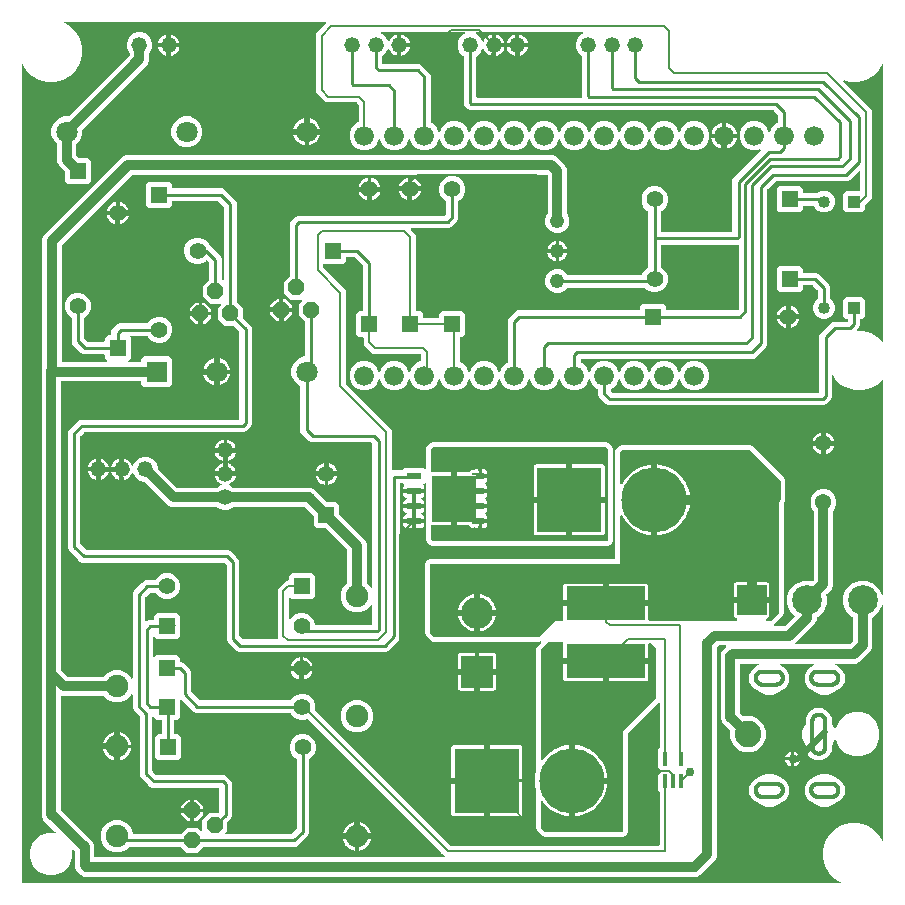
<source format=gbr>
G04 EAGLE Gerber RS-274X export*
G75*
%MOMM*%
%FSLAX34Y34*%
%LPD*%
%INBottom Copper*%
%IPPOS*%
%AMOC8*
5,1,8,0,0,1.08239X$1,22.5*%
G01*
%ADD10C,1.676400*%
%ADD11C,1.320800*%
%ADD12R,1.397000X1.397000*%
%ADD13C,1.397000*%
%ADD14R,1.016000X1.016000*%
%ADD15C,1.016000*%
%ADD16R,2.520000X2.520000*%
%ADD17C,2.520000*%
%ADD18R,0.400000X1.200000*%
%ADD19R,6.710000X2.860000*%
%ADD20R,1.270000X0.610000*%
%ADD21R,0.710000X0.610000*%
%ADD22R,3.810000X3.910000*%
%ADD23R,0.310000X0.255000*%
%ADD24R,5.516000X5.516000*%
%ADD25C,5.516000*%
%ADD26C,1.371600*%
%ADD27R,2.700000X2.700000*%
%ADD28C,2.700000*%
%ADD29P,1.429621X8X22.500000*%
%ADD30C,1.219200*%
%ADD31R,1.800000X1.800000*%
%ADD32C,1.800000*%
%ADD33C,1.905000*%
%ADD34P,1.429621X8X292.500000*%
%ADD35R,1.358000X1.358000*%
%ADD36C,1.358000*%
%ADD37C,0.300000*%
%ADD38C,2.250000*%
%ADD39R,0.100000X0.635000*%
%ADD40C,0.254000*%
%ADD41C,0.152400*%
%ADD42C,0.508000*%
%ADD43C,0.756400*%
%ADD44C,0.812800*%

G36*
X549712Y42074D02*
X549712Y42074D01*
X549731Y42072D01*
X549833Y42094D01*
X549935Y42110D01*
X549952Y42120D01*
X549972Y42124D01*
X550061Y42177D01*
X550152Y42226D01*
X550166Y42240D01*
X550183Y42250D01*
X550250Y42329D01*
X550322Y42404D01*
X550330Y42422D01*
X550343Y42437D01*
X550382Y42533D01*
X550425Y42627D01*
X550427Y42647D01*
X550435Y42665D01*
X550453Y42832D01*
X550453Y87533D01*
X550439Y87623D01*
X550431Y87714D01*
X550419Y87744D01*
X550414Y87776D01*
X550371Y87856D01*
X550335Y87940D01*
X550309Y87972D01*
X550298Y87993D01*
X550275Y88015D01*
X550230Y88071D01*
X549215Y89086D01*
X549215Y104454D01*
X550493Y105732D01*
X550505Y105748D01*
X550521Y105760D01*
X550577Y105848D01*
X550637Y105931D01*
X550643Y105950D01*
X550654Y105967D01*
X550679Y106068D01*
X550709Y106167D01*
X550709Y106186D01*
X550714Y106206D01*
X550706Y106309D01*
X550703Y106412D01*
X550696Y106431D01*
X550694Y106451D01*
X550654Y106546D01*
X550618Y106643D01*
X550606Y106659D01*
X550598Y106677D01*
X550493Y106808D01*
X549215Y108086D01*
X549215Y123454D01*
X550230Y124469D01*
X550283Y124543D01*
X550343Y124612D01*
X550355Y124642D01*
X550374Y124668D01*
X550401Y124755D01*
X550435Y124840D01*
X550439Y124881D01*
X550446Y124904D01*
X550445Y124936D01*
X550453Y125007D01*
X550453Y162611D01*
X550442Y162682D01*
X550440Y162753D01*
X550422Y162802D01*
X550414Y162854D01*
X550380Y162917D01*
X550355Y162984D01*
X550323Y163025D01*
X550298Y163071D01*
X550246Y163120D01*
X550202Y163176D01*
X550158Y163205D01*
X550120Y163241D01*
X550055Y163271D01*
X549995Y163309D01*
X549944Y163322D01*
X549897Y163344D01*
X549826Y163352D01*
X549756Y163370D01*
X549704Y163365D01*
X549653Y163371D01*
X549582Y163356D01*
X549511Y163350D01*
X549463Y163330D01*
X549412Y163319D01*
X549351Y163282D01*
X549285Y163254D01*
X549229Y163209D01*
X549201Y163193D01*
X549186Y163175D01*
X549154Y163149D01*
X523718Y137713D01*
X523665Y137639D01*
X523605Y137570D01*
X523593Y137540D01*
X523574Y137513D01*
X523547Y137427D01*
X523513Y137342D01*
X523509Y137301D01*
X523502Y137278D01*
X523503Y137246D01*
X523495Y137175D01*
X523495Y53549D01*
X522683Y51588D01*
X521182Y50087D01*
X519221Y49275D01*
X453599Y49275D01*
X451638Y50087D01*
X446327Y55398D01*
X445515Y57359D01*
X445515Y89112D01*
X445513Y89128D01*
X445515Y89143D01*
X445489Y89309D01*
X444475Y93094D01*
X444475Y101426D01*
X445489Y105211D01*
X445491Y105226D01*
X445497Y105241D01*
X445515Y105408D01*
X445515Y208071D01*
X446327Y210032D01*
X450072Y213776D01*
X450129Y213855D01*
X450191Y213930D01*
X450200Y213955D01*
X450215Y213976D01*
X450244Y214069D01*
X450279Y214160D01*
X450280Y214186D01*
X450288Y214211D01*
X450285Y214308D01*
X450289Y214406D01*
X450282Y214431D01*
X450281Y214457D01*
X450248Y214548D01*
X450221Y214642D01*
X450206Y214663D01*
X450197Y214688D01*
X450136Y214764D01*
X450080Y214844D01*
X450060Y214859D01*
X450043Y214880D01*
X449961Y214933D01*
X449883Y214991D01*
X449858Y214999D01*
X449836Y215013D01*
X449742Y215037D01*
X449649Y215067D01*
X449623Y215067D01*
X449598Y215073D01*
X449501Y215065D01*
X449403Y215065D01*
X449372Y215055D01*
X449352Y215054D01*
X449322Y215041D01*
X449242Y215018D01*
X448391Y214665D01*
X358939Y214665D01*
X356978Y215477D01*
X352347Y220108D01*
X351535Y222069D01*
X351535Y280461D01*
X352347Y282422D01*
X353848Y283923D01*
X355809Y284735D01*
X512064Y284735D01*
X512084Y284738D01*
X512103Y284736D01*
X512205Y284758D01*
X512307Y284774D01*
X512324Y284784D01*
X512344Y284788D01*
X512433Y284841D01*
X512524Y284890D01*
X512538Y284904D01*
X512555Y284914D01*
X512622Y284993D01*
X512694Y285068D01*
X512702Y285086D01*
X512715Y285101D01*
X512754Y285197D01*
X512797Y285291D01*
X512799Y285311D01*
X512807Y285329D01*
X512825Y285496D01*
X512825Y375711D01*
X513637Y377672D01*
X516408Y380443D01*
X518369Y381255D01*
X627171Y381255D01*
X629132Y380443D01*
X656033Y353542D01*
X656845Y351581D01*
X656845Y334219D01*
X656033Y332258D01*
X655798Y332023D01*
X655745Y331949D01*
X655685Y331880D01*
X655673Y331850D01*
X655654Y331823D01*
X655627Y331737D01*
X655593Y331652D01*
X655589Y331611D01*
X655582Y331588D01*
X655583Y331556D01*
X655575Y331485D01*
X655575Y238969D01*
X654763Y237008D01*
X653155Y235400D01*
X647183Y229428D01*
X647141Y229370D01*
X647091Y229318D01*
X647070Y229271D01*
X647039Y229229D01*
X647018Y229160D01*
X646988Y229095D01*
X646982Y229043D01*
X646967Y228993D01*
X646969Y228922D01*
X646961Y228851D01*
X646972Y228800D01*
X646973Y228748D01*
X646998Y228680D01*
X647013Y228610D01*
X647040Y228565D01*
X647058Y228517D01*
X647102Y228461D01*
X647139Y228399D01*
X647179Y228365D01*
X647211Y228325D01*
X647272Y228286D01*
X647326Y228239D01*
X647374Y228220D01*
X647418Y228192D01*
X647488Y228174D01*
X647554Y228147D01*
X647626Y228139D01*
X647657Y228131D01*
X647680Y228133D01*
X647721Y228129D01*
X656318Y228129D01*
X656408Y228143D01*
X656499Y228151D01*
X656528Y228163D01*
X656560Y228168D01*
X656641Y228211D01*
X656725Y228247D01*
X656757Y228273D01*
X656778Y228284D01*
X656800Y228307D01*
X656856Y228352D01*
X664535Y236031D01*
X664547Y236047D01*
X664562Y236059D01*
X664618Y236147D01*
X664679Y236231D01*
X664684Y236250D01*
X664695Y236266D01*
X664721Y236367D01*
X664751Y236466D01*
X664750Y236486D01*
X664755Y236505D01*
X664747Y236608D01*
X664745Y236712D01*
X664738Y236730D01*
X664736Y236750D01*
X664696Y236845D01*
X664660Y236943D01*
X664648Y236958D01*
X664640Y236976D01*
X664535Y237107D01*
X661112Y240530D01*
X658575Y246655D01*
X658575Y253285D01*
X661112Y259410D01*
X665800Y264098D01*
X671925Y266635D01*
X678555Y266635D01*
X679396Y266286D01*
X679510Y266259D01*
X679623Y266231D01*
X679629Y266232D01*
X679635Y266230D01*
X679752Y266241D01*
X679868Y266250D01*
X679874Y266253D01*
X679880Y266253D01*
X679987Y266301D01*
X680095Y266347D01*
X680101Y266351D01*
X680105Y266353D01*
X680119Y266366D01*
X680226Y266451D01*
X680708Y266934D01*
X680752Y266994D01*
X680790Y267035D01*
X680797Y267050D01*
X680821Y267077D01*
X680833Y267108D01*
X680852Y267134D01*
X680879Y267221D01*
X680891Y267253D01*
X680894Y267258D01*
X680894Y267259D01*
X680913Y267306D01*
X680917Y267347D01*
X680924Y267369D01*
X680923Y267401D01*
X680931Y267472D01*
X680931Y325306D01*
X680917Y325396D01*
X680909Y325487D01*
X680897Y325517D01*
X680892Y325549D01*
X680866Y325596D01*
X680866Y325598D01*
X680862Y325605D01*
X680849Y325630D01*
X680813Y325714D01*
X680787Y325746D01*
X680776Y325766D01*
X680753Y325789D01*
X680749Y325793D01*
X680740Y325809D01*
X680730Y325818D01*
X680708Y325845D01*
X679800Y326753D01*
X678137Y330767D01*
X678137Y335113D01*
X679800Y339127D01*
X682873Y342200D01*
X686887Y343863D01*
X691233Y343863D01*
X695247Y342200D01*
X698320Y339127D01*
X699983Y335113D01*
X699983Y330767D01*
X698320Y326753D01*
X697412Y325845D01*
X697368Y325784D01*
X697332Y325746D01*
X697326Y325733D01*
X697299Y325701D01*
X697287Y325671D01*
X697268Y325645D01*
X697241Y325558D01*
X697207Y325473D01*
X697203Y325432D01*
X697196Y325410D01*
X697197Y325378D01*
X697189Y325306D01*
X697189Y262173D01*
X695951Y259185D01*
X691721Y254956D01*
X691653Y254860D01*
X691583Y254767D01*
X691581Y254761D01*
X691578Y254756D01*
X691543Y254644D01*
X691507Y254533D01*
X691507Y254527D01*
X691505Y254521D01*
X691508Y254404D01*
X691510Y254287D01*
X691512Y254280D01*
X691512Y254275D01*
X691518Y254257D01*
X691556Y254126D01*
X691905Y253285D01*
X691905Y246655D01*
X689368Y240530D01*
X684680Y235842D01*
X683839Y235494D01*
X683739Y235432D01*
X683639Y235372D01*
X683635Y235368D01*
X683630Y235364D01*
X683555Y235274D01*
X683479Y235185D01*
X683477Y235180D01*
X683473Y235175D01*
X683431Y235066D01*
X683387Y234957D01*
X683386Y234950D01*
X683385Y234945D01*
X683384Y234927D01*
X683369Y234791D01*
X683369Y233623D01*
X682131Y230635D01*
X679737Y228242D01*
X665394Y213898D01*
X665352Y213840D01*
X665303Y213788D01*
X665281Y213741D01*
X665250Y213699D01*
X665229Y213630D01*
X665199Y213565D01*
X665193Y213513D01*
X665178Y213463D01*
X665180Y213392D01*
X665172Y213321D01*
X665183Y213270D01*
X665184Y213218D01*
X665209Y213150D01*
X665224Y213080D01*
X665251Y213035D01*
X665269Y212987D01*
X665314Y212931D01*
X665351Y212869D01*
X665390Y212835D01*
X665423Y212795D01*
X665483Y212756D01*
X665537Y212709D01*
X665586Y212690D01*
X665630Y212662D01*
X665699Y212644D01*
X665766Y212617D01*
X665837Y212609D01*
X665868Y212601D01*
X665891Y212603D01*
X665932Y212599D01*
X711328Y212599D01*
X711418Y212613D01*
X711509Y212621D01*
X711538Y212633D01*
X711570Y212638D01*
X711651Y212681D01*
X711735Y212717D01*
X711767Y212743D01*
X711788Y212754D01*
X711810Y212777D01*
X711866Y212822D01*
X713888Y214844D01*
X713941Y214918D01*
X714001Y214987D01*
X714013Y215018D01*
X714032Y215044D01*
X714059Y215131D01*
X714093Y215216D01*
X714097Y215257D01*
X714104Y215279D01*
X714103Y215311D01*
X714111Y215382D01*
X714111Y234791D01*
X714092Y234905D01*
X714075Y235022D01*
X714073Y235027D01*
X714072Y235033D01*
X714017Y235136D01*
X713964Y235241D01*
X713959Y235245D01*
X713956Y235251D01*
X713872Y235331D01*
X713788Y235413D01*
X713782Y235417D01*
X713778Y235420D01*
X713761Y235428D01*
X713641Y235494D01*
X712800Y235842D01*
X708112Y240530D01*
X705575Y246655D01*
X705575Y253285D01*
X708112Y259410D01*
X712800Y264098D01*
X718925Y266635D01*
X725555Y266635D01*
X731680Y264098D01*
X736368Y259410D01*
X738375Y254564D01*
X738426Y254481D01*
X738472Y254396D01*
X738490Y254378D01*
X738504Y254355D01*
X738580Y254293D01*
X738650Y254226D01*
X738674Y254215D01*
X738694Y254198D01*
X738785Y254164D01*
X738873Y254123D01*
X738899Y254120D01*
X738923Y254110D01*
X739021Y254106D01*
X739117Y254095D01*
X739143Y254101D01*
X739169Y254100D01*
X739263Y254127D01*
X739358Y254148D01*
X739380Y254161D01*
X739405Y254168D01*
X739485Y254224D01*
X739569Y254274D01*
X739586Y254294D01*
X739607Y254309D01*
X739666Y254387D01*
X739729Y254461D01*
X739739Y254485D01*
X739754Y254506D01*
X739784Y254599D01*
X739821Y254689D01*
X739824Y254721D01*
X739830Y254740D01*
X739830Y254773D01*
X739839Y254856D01*
X739839Y435719D01*
X739837Y435731D01*
X739838Y435739D01*
X739829Y435781D01*
X739828Y435790D01*
X739826Y435861D01*
X739808Y435910D01*
X739800Y435962D01*
X739766Y436025D01*
X739741Y436092D01*
X739709Y436133D01*
X739684Y436179D01*
X739632Y436228D01*
X739588Y436284D01*
X739544Y436312D01*
X739506Y436348D01*
X739441Y436378D01*
X739381Y436417D01*
X739330Y436430D01*
X739283Y436452D01*
X739212Y436460D01*
X739142Y436477D01*
X739090Y436473D01*
X739039Y436479D01*
X738968Y436464D01*
X738897Y436458D01*
X738849Y436438D01*
X738798Y436427D01*
X738737Y436390D01*
X738671Y436362D01*
X738615Y436317D01*
X738587Y436301D01*
X738572Y436283D01*
X738540Y436257D01*
X734849Y432566D01*
X729112Y429254D01*
X722712Y427539D01*
X716088Y427539D01*
X709688Y429254D01*
X703951Y432566D01*
X699266Y437251D01*
X697635Y440076D01*
X697605Y440113D01*
X697582Y440156D01*
X697528Y440208D01*
X697479Y440267D01*
X697439Y440292D01*
X697404Y440325D01*
X697335Y440357D01*
X697271Y440397D01*
X697224Y440409D01*
X697181Y440429D01*
X697106Y440437D01*
X697032Y440455D01*
X696984Y440451D01*
X696937Y440456D01*
X696862Y440440D01*
X696787Y440433D01*
X696743Y440414D01*
X696696Y440404D01*
X696631Y440365D01*
X696562Y440334D01*
X696526Y440302D01*
X696485Y440277D01*
X696436Y440220D01*
X696380Y440169D01*
X696356Y440127D01*
X696325Y440090D01*
X696297Y440020D01*
X696260Y439954D01*
X696251Y439907D01*
X696233Y439862D01*
X696219Y439734D01*
X696215Y439712D01*
X696216Y439706D01*
X696215Y439696D01*
X696215Y421849D01*
X695403Y419888D01*
X693795Y418280D01*
X692970Y417455D01*
X691362Y415847D01*
X689401Y415035D01*
X506939Y415035D01*
X504978Y415847D01*
X498977Y421848D01*
X498165Y423809D01*
X498165Y428229D01*
X498146Y428343D01*
X498129Y428460D01*
X498127Y428465D01*
X498126Y428472D01*
X498071Y428574D01*
X498018Y428679D01*
X498013Y428683D01*
X498010Y428689D01*
X497926Y428769D01*
X497842Y428851D01*
X497836Y428855D01*
X497832Y428858D01*
X497815Y428866D01*
X497695Y428932D01*
X496449Y429448D01*
X492948Y432949D01*
X491503Y436438D01*
X491465Y436499D01*
X491436Y436564D01*
X491401Y436602D01*
X491374Y436647D01*
X491318Y436693D01*
X491270Y436745D01*
X491224Y436770D01*
X491184Y436804D01*
X491117Y436829D01*
X491054Y436864D01*
X491003Y436873D01*
X490955Y436892D01*
X490883Y436895D01*
X490812Y436908D01*
X490761Y436900D01*
X490709Y436902D01*
X490640Y436882D01*
X490569Y436872D01*
X490523Y436848D01*
X490473Y436834D01*
X490414Y436793D01*
X490350Y436760D01*
X490313Y436723D01*
X490271Y436693D01*
X490228Y436636D01*
X490178Y436585D01*
X490143Y436522D01*
X490124Y436496D01*
X490117Y436474D01*
X490097Y436438D01*
X488652Y432949D01*
X485151Y429448D01*
X480576Y427553D01*
X475624Y427553D01*
X471049Y429448D01*
X467548Y432949D01*
X466103Y436438D01*
X466065Y436499D01*
X466036Y436564D01*
X466001Y436602D01*
X465974Y436647D01*
X465918Y436693D01*
X465870Y436745D01*
X465824Y436770D01*
X465784Y436804D01*
X465717Y436829D01*
X465654Y436864D01*
X465603Y436873D01*
X465555Y436892D01*
X465483Y436895D01*
X465412Y436908D01*
X465361Y436900D01*
X465309Y436902D01*
X465240Y436882D01*
X465169Y436872D01*
X465123Y436848D01*
X465073Y436834D01*
X465014Y436793D01*
X464950Y436760D01*
X464913Y436723D01*
X464871Y436693D01*
X464828Y436636D01*
X464778Y436585D01*
X464743Y436522D01*
X464724Y436496D01*
X464717Y436474D01*
X464697Y436438D01*
X463252Y432949D01*
X459751Y429448D01*
X455176Y427553D01*
X450224Y427553D01*
X445649Y429448D01*
X442148Y432949D01*
X440703Y436438D01*
X440665Y436499D01*
X440636Y436564D01*
X440601Y436602D01*
X440574Y436647D01*
X440518Y436693D01*
X440470Y436745D01*
X440424Y436770D01*
X440384Y436804D01*
X440317Y436829D01*
X440254Y436864D01*
X440203Y436873D01*
X440155Y436892D01*
X440083Y436895D01*
X440012Y436908D01*
X439961Y436900D01*
X439909Y436902D01*
X439840Y436882D01*
X439769Y436872D01*
X439723Y436848D01*
X439673Y436834D01*
X439614Y436793D01*
X439550Y436760D01*
X439513Y436723D01*
X439471Y436693D01*
X439428Y436636D01*
X439378Y436585D01*
X439343Y436522D01*
X439324Y436496D01*
X439317Y436474D01*
X439297Y436438D01*
X437852Y432949D01*
X434351Y429448D01*
X429776Y427553D01*
X424824Y427553D01*
X420249Y429448D01*
X416748Y432949D01*
X415303Y436438D01*
X415265Y436499D01*
X415236Y436564D01*
X415201Y436602D01*
X415174Y436647D01*
X415118Y436693D01*
X415070Y436745D01*
X415024Y436770D01*
X414984Y436804D01*
X414917Y436829D01*
X414854Y436864D01*
X414803Y436873D01*
X414755Y436892D01*
X414683Y436895D01*
X414612Y436908D01*
X414561Y436900D01*
X414509Y436902D01*
X414440Y436882D01*
X414369Y436872D01*
X414323Y436848D01*
X414273Y436834D01*
X414214Y436793D01*
X414150Y436760D01*
X414113Y436723D01*
X414071Y436693D01*
X414028Y436636D01*
X413978Y436585D01*
X413943Y436522D01*
X413924Y436496D01*
X413917Y436474D01*
X413897Y436438D01*
X412452Y432949D01*
X408951Y429448D01*
X404376Y427553D01*
X399424Y427553D01*
X394849Y429448D01*
X391348Y432949D01*
X389903Y436438D01*
X389865Y436499D01*
X389836Y436564D01*
X389801Y436603D01*
X389774Y436647D01*
X389718Y436693D01*
X389670Y436745D01*
X389624Y436770D01*
X389584Y436804D01*
X389517Y436829D01*
X389454Y436864D01*
X389403Y436873D01*
X389355Y436892D01*
X389283Y436895D01*
X389212Y436908D01*
X389161Y436900D01*
X389109Y436902D01*
X389040Y436882D01*
X388969Y436872D01*
X388923Y436848D01*
X388873Y436834D01*
X388814Y436793D01*
X388750Y436760D01*
X388713Y436723D01*
X388671Y436693D01*
X388628Y436636D01*
X388578Y436585D01*
X388543Y436522D01*
X388524Y436496D01*
X388517Y436474D01*
X388497Y436438D01*
X387052Y432949D01*
X383551Y429448D01*
X378976Y427553D01*
X374024Y427553D01*
X369449Y429448D01*
X365948Y432949D01*
X364503Y436438D01*
X364465Y436499D01*
X364436Y436564D01*
X364401Y436602D01*
X364374Y436647D01*
X364318Y436693D01*
X364270Y436745D01*
X364224Y436770D01*
X364184Y436804D01*
X364117Y436829D01*
X364054Y436864D01*
X364003Y436873D01*
X363955Y436892D01*
X363883Y436895D01*
X363812Y436908D01*
X363761Y436900D01*
X363709Y436902D01*
X363640Y436882D01*
X363569Y436872D01*
X363523Y436848D01*
X363473Y436834D01*
X363414Y436793D01*
X363350Y436760D01*
X363313Y436723D01*
X363271Y436693D01*
X363228Y436636D01*
X363178Y436585D01*
X363143Y436522D01*
X363124Y436496D01*
X363117Y436474D01*
X363097Y436438D01*
X361652Y432949D01*
X358151Y429448D01*
X353576Y427553D01*
X348624Y427553D01*
X344049Y429448D01*
X340548Y432949D01*
X339103Y436438D01*
X339065Y436499D01*
X339036Y436564D01*
X339001Y436602D01*
X338974Y436647D01*
X338918Y436693D01*
X338870Y436745D01*
X338824Y436770D01*
X338784Y436804D01*
X338717Y436829D01*
X338654Y436864D01*
X338603Y436873D01*
X338555Y436892D01*
X338483Y436895D01*
X338412Y436908D01*
X338361Y436900D01*
X338309Y436902D01*
X338240Y436882D01*
X338169Y436872D01*
X338123Y436848D01*
X338073Y436834D01*
X338014Y436793D01*
X337950Y436760D01*
X337913Y436723D01*
X337871Y436693D01*
X337828Y436636D01*
X337778Y436585D01*
X337743Y436522D01*
X337724Y436496D01*
X337717Y436474D01*
X337697Y436438D01*
X336252Y432949D01*
X332751Y429448D01*
X328176Y427553D01*
X323224Y427553D01*
X318649Y429448D01*
X315148Y432949D01*
X313703Y436438D01*
X313665Y436499D01*
X313636Y436564D01*
X313601Y436602D01*
X313574Y436647D01*
X313518Y436693D01*
X313470Y436745D01*
X313424Y436770D01*
X313384Y436804D01*
X313317Y436829D01*
X313254Y436864D01*
X313203Y436873D01*
X313155Y436892D01*
X313083Y436895D01*
X313012Y436908D01*
X312961Y436900D01*
X312909Y436902D01*
X312840Y436882D01*
X312769Y436872D01*
X312723Y436848D01*
X312673Y436834D01*
X312614Y436793D01*
X312550Y436760D01*
X312513Y436723D01*
X312471Y436693D01*
X312428Y436636D01*
X312378Y436585D01*
X312343Y436522D01*
X312324Y436496D01*
X312317Y436474D01*
X312297Y436438D01*
X310852Y432949D01*
X307351Y429448D01*
X302776Y427553D01*
X297824Y427553D01*
X293249Y429448D01*
X289748Y432949D01*
X287853Y437524D01*
X287853Y442476D01*
X289748Y447051D01*
X293249Y450552D01*
X297824Y452447D01*
X302776Y452447D01*
X307351Y450552D01*
X310852Y447051D01*
X312297Y443562D01*
X312335Y443501D01*
X312364Y443436D01*
X312399Y443397D01*
X312426Y443353D01*
X312482Y443307D01*
X312530Y443255D01*
X312576Y443230D01*
X312616Y443196D01*
X312683Y443171D01*
X312746Y443136D01*
X312797Y443127D01*
X312845Y443108D01*
X312917Y443105D01*
X312988Y443092D01*
X313039Y443100D01*
X313091Y443098D01*
X313160Y443118D01*
X313231Y443128D01*
X313277Y443152D01*
X313327Y443166D01*
X313386Y443207D01*
X313450Y443240D01*
X313487Y443277D01*
X313529Y443307D01*
X313572Y443364D01*
X313622Y443415D01*
X313657Y443478D01*
X313676Y443504D01*
X313683Y443526D01*
X313703Y443562D01*
X315148Y447051D01*
X318649Y450552D01*
X323224Y452447D01*
X328176Y452447D01*
X332751Y450552D01*
X336252Y447051D01*
X337697Y443562D01*
X337735Y443501D01*
X337764Y443436D01*
X337799Y443397D01*
X337826Y443353D01*
X337882Y443307D01*
X337930Y443255D01*
X337976Y443230D01*
X338016Y443196D01*
X338083Y443171D01*
X338146Y443136D01*
X338197Y443127D01*
X338245Y443108D01*
X338317Y443105D01*
X338388Y443092D01*
X338439Y443100D01*
X338491Y443098D01*
X338560Y443118D01*
X338631Y443128D01*
X338677Y443152D01*
X338727Y443166D01*
X338786Y443207D01*
X338850Y443240D01*
X338887Y443277D01*
X338929Y443307D01*
X338972Y443364D01*
X339022Y443415D01*
X339057Y443478D01*
X339076Y443504D01*
X339083Y443526D01*
X339103Y443562D01*
X340548Y447051D01*
X344049Y450552D01*
X347753Y452086D01*
X347853Y452148D01*
X347953Y452208D01*
X347957Y452212D01*
X347962Y452216D01*
X348037Y452306D01*
X348113Y452394D01*
X348115Y452400D01*
X348119Y452405D01*
X348161Y452513D01*
X348205Y452623D01*
X348206Y452630D01*
X348207Y452635D01*
X348208Y452653D01*
X348223Y452789D01*
X348223Y457685D01*
X348209Y457775D01*
X348201Y457866D01*
X348189Y457896D01*
X348184Y457928D01*
X348141Y458009D01*
X348105Y458093D01*
X348079Y458125D01*
X348068Y458145D01*
X348045Y458168D01*
X348034Y458182D01*
X348027Y458193D01*
X348020Y458199D01*
X348000Y458224D01*
X347984Y458240D01*
X347922Y458285D01*
X347890Y458315D01*
X347878Y458320D01*
X347840Y458353D01*
X347810Y458365D01*
X347784Y458384D01*
X347697Y458411D01*
X347612Y458445D01*
X347571Y458449D01*
X347549Y458456D01*
X347517Y458455D01*
X347445Y458463D01*
X307601Y458463D01*
X304550Y461514D01*
X302944Y463120D01*
X299893Y466171D01*
X299893Y471899D01*
X299890Y471919D01*
X299892Y471938D01*
X299870Y472040D01*
X299854Y472142D01*
X299844Y472159D01*
X299840Y472179D01*
X299787Y472268D01*
X299738Y472359D01*
X299724Y472373D01*
X299714Y472390D01*
X299635Y472457D01*
X299560Y472529D01*
X299542Y472537D01*
X299527Y472550D01*
X299431Y472589D01*
X299337Y472632D01*
X299317Y472634D01*
X299299Y472642D01*
X299132Y472660D01*
X296051Y472660D01*
X293670Y475041D01*
X293670Y492379D01*
X296051Y494760D01*
X298624Y494760D01*
X298644Y494763D01*
X298663Y494761D01*
X298765Y494783D01*
X298867Y494799D01*
X298884Y494809D01*
X298904Y494813D01*
X298993Y494866D01*
X299084Y494915D01*
X299098Y494929D01*
X299115Y494939D01*
X299182Y495018D01*
X299254Y495093D01*
X299262Y495111D01*
X299275Y495126D01*
X299314Y495222D01*
X299357Y495316D01*
X299359Y495336D01*
X299367Y495354D01*
X299385Y495521D01*
X299385Y532755D01*
X299371Y532845D01*
X299363Y532936D01*
X299351Y532966D01*
X299346Y532998D01*
X299303Y533078D01*
X299267Y533162D01*
X299241Y533194D01*
X299230Y533215D01*
X299207Y533237D01*
X299162Y533293D01*
X292183Y540272D01*
X292109Y540325D01*
X292040Y540385D01*
X292010Y540397D01*
X291983Y540416D01*
X291897Y540443D01*
X291812Y540477D01*
X291771Y540481D01*
X291748Y540488D01*
X291716Y540487D01*
X291645Y540495D01*
X285281Y540495D01*
X285261Y540492D01*
X285242Y540494D01*
X285140Y540472D01*
X285038Y540456D01*
X285021Y540446D01*
X285001Y540442D01*
X284912Y540389D01*
X284821Y540340D01*
X284807Y540326D01*
X284790Y540316D01*
X284723Y540237D01*
X284651Y540162D01*
X284643Y540144D01*
X284630Y540129D01*
X284591Y540033D01*
X284548Y539939D01*
X284546Y539919D01*
X284538Y539901D01*
X284520Y539734D01*
X284520Y537161D01*
X282139Y534780D01*
X266327Y534780D01*
X266307Y534777D01*
X266288Y534779D01*
X266186Y534757D01*
X266084Y534741D01*
X266067Y534731D01*
X266047Y534727D01*
X265958Y534674D01*
X265867Y534625D01*
X265853Y534611D01*
X265836Y534601D01*
X265769Y534522D01*
X265697Y534447D01*
X265689Y534429D01*
X265676Y534414D01*
X265637Y534318D01*
X265594Y534224D01*
X265592Y534204D01*
X265584Y534186D01*
X265566Y534019D01*
X265566Y531998D01*
X265580Y531908D01*
X265588Y531817D01*
X265600Y531787D01*
X265605Y531755D01*
X265648Y531675D01*
X265684Y531591D01*
X265710Y531559D01*
X265721Y531538D01*
X265744Y531516D01*
X265789Y531460D01*
X284827Y512422D01*
X284827Y433234D01*
X284841Y433144D01*
X284849Y433053D01*
X284861Y433023D01*
X284866Y432991D01*
X284909Y432910D01*
X284945Y432826D01*
X284971Y432794D01*
X284982Y432773D01*
X285005Y432751D01*
X285050Y432695D01*
X320412Y397333D01*
X323463Y394282D01*
X323463Y360626D01*
X323466Y360606D01*
X323464Y360587D01*
X323486Y360485D01*
X323502Y360383D01*
X323512Y360366D01*
X323516Y360346D01*
X323569Y360257D01*
X323618Y360166D01*
X323632Y360152D01*
X323642Y360135D01*
X323721Y360068D01*
X323796Y359996D01*
X323814Y359988D01*
X323829Y359975D01*
X323925Y359936D01*
X324019Y359893D01*
X324039Y359891D01*
X324057Y359883D01*
X324224Y359865D01*
X331601Y359865D01*
X331691Y359879D01*
X331782Y359887D01*
X331812Y359899D01*
X331844Y359904D01*
X331924Y359947D01*
X332008Y359983D01*
X332041Y360009D01*
X332061Y360020D01*
X332083Y360043D01*
X332139Y360088D01*
X334286Y362235D01*
X350354Y362235D01*
X351506Y361083D01*
X351564Y361041D01*
X351616Y360991D01*
X351663Y360969D01*
X351705Y360939D01*
X351774Y360918D01*
X351839Y360888D01*
X351891Y360882D01*
X351941Y360867D01*
X352012Y360869D01*
X352083Y360861D01*
X352134Y360872D01*
X352186Y360873D01*
X352254Y360898D01*
X352324Y360913D01*
X352369Y360940D01*
X352417Y360958D01*
X352473Y361002D01*
X352535Y361039D01*
X352569Y361079D01*
X352609Y361111D01*
X352648Y361172D01*
X352695Y361226D01*
X352714Y361274D01*
X352742Y361318D01*
X352760Y361388D01*
X352787Y361454D01*
X352795Y361526D01*
X352803Y361557D01*
X352801Y361580D01*
X352805Y361621D01*
X352805Y378251D01*
X353617Y380212D01*
X356388Y382983D01*
X358349Y383795D01*
X505251Y383795D01*
X507212Y382983D01*
X509983Y380212D01*
X510795Y378251D01*
X510795Y299929D01*
X509983Y297968D01*
X508482Y296467D01*
X506521Y295655D01*
X358349Y295655D01*
X356388Y296467D01*
X353617Y299238D01*
X352805Y301199D01*
X352805Y348619D01*
X352794Y348690D01*
X352792Y348762D01*
X352774Y348810D01*
X352766Y348862D01*
X352732Y348925D01*
X352707Y348993D01*
X352675Y349033D01*
X352650Y349079D01*
X352598Y349129D01*
X352554Y349185D01*
X352510Y349213D01*
X352472Y349249D01*
X352407Y349279D01*
X352347Y349318D01*
X352296Y349330D01*
X352249Y349352D01*
X352178Y349360D01*
X352108Y349378D01*
X352056Y349374D01*
X352005Y349379D01*
X351934Y349364D01*
X351863Y349358D01*
X351815Y349338D01*
X351764Y349327D01*
X351703Y349290D01*
X351637Y349262D01*
X351581Y349217D01*
X351553Y349201D01*
X351538Y349183D01*
X351506Y349157D01*
X350579Y348231D01*
X350567Y348214D01*
X350552Y348202D01*
X350496Y348115D01*
X350435Y348031D01*
X350430Y348012D01*
X350419Y347995D01*
X350394Y347895D01*
X350363Y347796D01*
X350364Y347776D01*
X350359Y347757D01*
X350367Y347654D01*
X350370Y347550D01*
X350376Y347531D01*
X350378Y347511D01*
X350418Y347416D01*
X350454Y347319D01*
X350466Y347303D01*
X350474Y347285D01*
X350579Y347154D01*
X350703Y347030D01*
X351038Y346451D01*
X351211Y345804D01*
X351211Y343943D01*
X343082Y343943D01*
X343062Y343940D01*
X343043Y343942D01*
X342941Y343920D01*
X342839Y343903D01*
X342822Y343894D01*
X342802Y343890D01*
X342713Y343837D01*
X342622Y343788D01*
X342608Y343774D01*
X342591Y343764D01*
X342524Y343685D01*
X342453Y343610D01*
X342444Y343592D01*
X342431Y343577D01*
X342392Y343481D01*
X342349Y343387D01*
X342347Y343367D01*
X342339Y343349D01*
X342321Y343182D01*
X342321Y342419D01*
X342319Y342419D01*
X342319Y343182D01*
X342316Y343202D01*
X342318Y343221D01*
X342296Y343323D01*
X342279Y343425D01*
X342270Y343442D01*
X342266Y343462D01*
X342213Y343551D01*
X342164Y343642D01*
X342150Y343656D01*
X342140Y343673D01*
X342061Y343740D01*
X341986Y343811D01*
X341968Y343820D01*
X341953Y343833D01*
X341857Y343872D01*
X341763Y343915D01*
X341743Y343917D01*
X341725Y343925D01*
X341558Y343943D01*
X333429Y343943D01*
X333429Y345804D01*
X333602Y346451D01*
X333937Y347030D01*
X334061Y347154D01*
X334073Y347170D01*
X334088Y347183D01*
X334144Y347270D01*
X334204Y347354D01*
X334210Y347373D01*
X334221Y347390D01*
X334246Y347490D01*
X334277Y347589D01*
X334276Y347609D01*
X334281Y347628D01*
X334273Y347731D01*
X334270Y347835D01*
X334264Y347853D01*
X334262Y347873D01*
X334221Y347969D01*
X334186Y348066D01*
X334174Y348081D01*
X334166Y348100D01*
X334061Y348231D01*
X333319Y348972D01*
X333245Y349025D01*
X333176Y349085D01*
X333146Y349097D01*
X333120Y349116D01*
X333033Y349143D01*
X332948Y349177D01*
X332907Y349181D01*
X332885Y349188D01*
X332852Y349187D01*
X332781Y349195D01*
X331416Y349195D01*
X331396Y349192D01*
X331377Y349194D01*
X331275Y349172D01*
X331173Y349156D01*
X331156Y349146D01*
X331136Y349142D01*
X331047Y349089D01*
X330956Y349040D01*
X330942Y349026D01*
X330925Y349016D01*
X330858Y348937D01*
X330786Y348862D01*
X330778Y348844D01*
X330765Y348829D01*
X330726Y348733D01*
X330683Y348639D01*
X330681Y348619D01*
X330673Y348601D01*
X330655Y348434D01*
X330655Y218239D01*
X329843Y216278D01*
X320522Y206957D01*
X318561Y206145D01*
X194149Y206145D01*
X192188Y206957D01*
X184707Y214438D01*
X183895Y216399D01*
X183895Y279415D01*
X183881Y279505D01*
X183873Y279596D01*
X183861Y279626D01*
X183856Y279658D01*
X183813Y279738D01*
X183777Y279822D01*
X183751Y279854D01*
X183740Y279875D01*
X183717Y279897D01*
X183672Y279953D01*
X182163Y281462D01*
X182089Y281515D01*
X182020Y281575D01*
X181990Y281587D01*
X181963Y281606D01*
X181877Y281633D01*
X181792Y281667D01*
X181751Y281671D01*
X181728Y281678D01*
X181696Y281677D01*
X181625Y281685D01*
X61849Y281685D01*
X59888Y282497D01*
X58280Y284105D01*
X51695Y290690D01*
X50087Y292298D01*
X49275Y294259D01*
X49275Y392221D01*
X50087Y394182D01*
X57938Y402033D01*
X59899Y402845D01*
X193904Y402845D01*
X193924Y402848D01*
X193943Y402846D01*
X194045Y402868D01*
X194147Y402884D01*
X194164Y402894D01*
X194184Y402898D01*
X194273Y402951D01*
X194364Y403000D01*
X194378Y403014D01*
X194395Y403024D01*
X194462Y403103D01*
X194534Y403178D01*
X194542Y403196D01*
X194555Y403211D01*
X194594Y403307D01*
X194637Y403401D01*
X194639Y403421D01*
X194647Y403439D01*
X194665Y403606D01*
X194665Y476925D01*
X194651Y477015D01*
X194643Y477106D01*
X194631Y477136D01*
X194626Y477168D01*
X194583Y477248D01*
X194547Y477332D01*
X194521Y477364D01*
X194510Y477385D01*
X194487Y477407D01*
X194442Y477463D01*
X190007Y481898D01*
X189933Y481951D01*
X189864Y482011D01*
X189834Y482023D01*
X189807Y482042D01*
X189721Y482069D01*
X189636Y482103D01*
X189595Y482107D01*
X189572Y482114D01*
X189540Y482113D01*
X189469Y482121D01*
X182531Y482121D01*
X176281Y488371D01*
X176281Y497209D01*
X178944Y499872D01*
X178986Y499930D01*
X179035Y499982D01*
X179057Y500029D01*
X179087Y500071D01*
X179109Y500140D01*
X179139Y500205D01*
X179144Y500257D01*
X179160Y500307D01*
X179158Y500378D01*
X179166Y500449D01*
X179155Y500500D01*
X179153Y500552D01*
X179129Y500620D01*
X179114Y500690D01*
X179087Y500735D01*
X179069Y500783D01*
X179024Y500839D01*
X178987Y500901D01*
X178948Y500935D01*
X178915Y500975D01*
X178855Y501014D01*
X178800Y501061D01*
X178752Y501080D01*
X178708Y501108D01*
X178639Y501126D01*
X178572Y501153D01*
X178501Y501161D01*
X178470Y501169D01*
X178447Y501167D01*
X178406Y501171D01*
X169831Y501171D01*
X163581Y507421D01*
X163581Y516259D01*
X168692Y521370D01*
X168745Y521444D01*
X168805Y521514D01*
X168817Y521544D01*
X168836Y521570D01*
X168863Y521657D01*
X168897Y521742D01*
X168901Y521783D01*
X168908Y521805D01*
X168907Y521837D01*
X168915Y521908D01*
X168915Y535615D01*
X168901Y535705D01*
X168893Y535796D01*
X168881Y535826D01*
X168876Y535858D01*
X168833Y535938D01*
X168797Y536022D01*
X168771Y536054D01*
X168760Y536075D01*
X168737Y536097D01*
X168692Y536153D01*
X167444Y537401D01*
X167428Y537413D01*
X167416Y537428D01*
X167329Y537484D01*
X167245Y537545D01*
X167226Y537551D01*
X167209Y537561D01*
X167108Y537587D01*
X167010Y537617D01*
X166990Y537617D01*
X166970Y537621D01*
X166867Y537613D01*
X166764Y537611D01*
X166745Y537604D01*
X166725Y537602D01*
X166630Y537562D01*
X166533Y537526D01*
X166517Y537514D01*
X166499Y537506D01*
X166368Y537401D01*
X165429Y536463D01*
X161368Y534780D01*
X156972Y534780D01*
X152911Y536463D01*
X149803Y539571D01*
X148120Y543632D01*
X148120Y548028D01*
X149803Y552089D01*
X152911Y555197D01*
X156972Y556880D01*
X161368Y556880D01*
X165429Y555197D01*
X168537Y552089D01*
X169069Y550806D01*
X169117Y550729D01*
X169158Y550647D01*
X169181Y550625D01*
X169198Y550597D01*
X169269Y550539D01*
X169334Y550475D01*
X169370Y550455D01*
X169388Y550441D01*
X169418Y550429D01*
X169481Y550394D01*
X169582Y550353D01*
X177165Y542770D01*
X178773Y541162D01*
X179585Y539201D01*
X179585Y521908D01*
X179599Y521819D01*
X179607Y521727D01*
X179619Y521698D01*
X179624Y521666D01*
X179667Y521585D01*
X179703Y521501D01*
X179729Y521469D01*
X179740Y521448D01*
X179763Y521426D01*
X179808Y521370D01*
X180316Y520862D01*
X180374Y520820D01*
X180426Y520771D01*
X180473Y520749D01*
X180515Y520719D01*
X180584Y520697D01*
X180649Y520667D01*
X180701Y520662D01*
X180751Y520646D01*
X180822Y520648D01*
X180893Y520640D01*
X180944Y520651D01*
X180996Y520653D01*
X181064Y520677D01*
X181134Y520692D01*
X181179Y520719D01*
X181227Y520737D01*
X181283Y520782D01*
X181345Y520819D01*
X181379Y520858D01*
X181419Y520891D01*
X181458Y520951D01*
X181505Y521006D01*
X181524Y521054D01*
X181552Y521098D01*
X181570Y521167D01*
X181597Y521234D01*
X181605Y521305D01*
X181613Y521336D01*
X181611Y521359D01*
X181615Y521400D01*
X181615Y582685D01*
X181601Y582775D01*
X181593Y582866D01*
X181581Y582896D01*
X181576Y582928D01*
X181533Y583008D01*
X181497Y583092D01*
X181471Y583124D01*
X181460Y583145D01*
X181437Y583167D01*
X181392Y583223D01*
X176893Y587722D01*
X176819Y587775D01*
X176750Y587835D01*
X176720Y587847D01*
X176693Y587866D01*
X176607Y587893D01*
X176522Y587927D01*
X176481Y587931D01*
X176458Y587938D01*
X176426Y587937D01*
X176355Y587945D01*
X138511Y587945D01*
X138491Y587942D01*
X138472Y587944D01*
X138370Y587922D01*
X138268Y587906D01*
X138251Y587896D01*
X138231Y587892D01*
X138142Y587839D01*
X138051Y587790D01*
X138037Y587776D01*
X138020Y587766D01*
X137953Y587687D01*
X137881Y587612D01*
X137873Y587594D01*
X137860Y587579D01*
X137821Y587483D01*
X137778Y587389D01*
X137776Y587369D01*
X137768Y587351D01*
X137750Y587184D01*
X137750Y584611D01*
X135369Y582230D01*
X118031Y582230D01*
X115650Y584611D01*
X115650Y601949D01*
X118031Y604330D01*
X135369Y604330D01*
X137750Y601949D01*
X137750Y599376D01*
X137753Y599356D01*
X137751Y599337D01*
X137773Y599235D01*
X137789Y599133D01*
X137799Y599116D01*
X137803Y599096D01*
X137856Y599007D01*
X137905Y598916D01*
X137919Y598902D01*
X137929Y598885D01*
X138008Y598818D01*
X138083Y598746D01*
X138101Y598738D01*
X138116Y598725D01*
X138212Y598686D01*
X138306Y598643D01*
X138326Y598641D01*
X138344Y598633D01*
X138511Y598615D01*
X179941Y598615D01*
X181902Y597803D01*
X191473Y588232D01*
X192285Y586271D01*
X192285Y502858D01*
X192299Y502768D01*
X192307Y502677D01*
X192319Y502648D01*
X192324Y502616D01*
X192367Y502535D01*
X192403Y502451D01*
X192429Y502419D01*
X192440Y502398D01*
X192463Y502376D01*
X192508Y502320D01*
X197619Y497209D01*
X197619Y489691D01*
X197633Y489601D01*
X197641Y489510D01*
X197653Y489480D01*
X197658Y489448D01*
X197701Y489368D01*
X197737Y489284D01*
X197763Y489252D01*
X197774Y489231D01*
X197797Y489209D01*
X197842Y489153D01*
X204523Y482472D01*
X205335Y480511D01*
X205335Y398939D01*
X204523Y396978D01*
X200532Y392987D01*
X198571Y392175D01*
X63485Y392175D01*
X63395Y392161D01*
X63304Y392153D01*
X63274Y392141D01*
X63242Y392136D01*
X63162Y392093D01*
X63078Y392057D01*
X63046Y392031D01*
X63025Y392020D01*
X63003Y391997D01*
X62947Y391952D01*
X60168Y389173D01*
X60115Y389099D01*
X60055Y389030D01*
X60043Y389000D01*
X60024Y388973D01*
X59997Y388887D01*
X59963Y388802D01*
X59959Y388761D01*
X59952Y388738D01*
X59953Y388706D01*
X59945Y388635D01*
X59945Y297845D01*
X59959Y297755D01*
X59967Y297664D01*
X59979Y297634D01*
X59984Y297602D01*
X60027Y297522D01*
X60063Y297438D01*
X60089Y297406D01*
X60100Y297385D01*
X60123Y297363D01*
X60168Y297307D01*
X64897Y292578D01*
X64971Y292525D01*
X65040Y292465D01*
X65070Y292453D01*
X65096Y292434D01*
X65183Y292407D01*
X65268Y292373D01*
X65309Y292369D01*
X65332Y292362D01*
X65364Y292363D01*
X65435Y292355D01*
X185211Y292355D01*
X187172Y291543D01*
X188780Y289935D01*
X192145Y286570D01*
X193753Y284962D01*
X194565Y283001D01*
X194565Y219985D01*
X194579Y219895D01*
X194587Y219804D01*
X194599Y219774D01*
X194604Y219742D01*
X194647Y219662D01*
X194683Y219578D01*
X194709Y219546D01*
X194720Y219525D01*
X194743Y219503D01*
X194788Y219447D01*
X197197Y217038D01*
X197271Y216985D01*
X197340Y216925D01*
X197370Y216913D01*
X197397Y216894D01*
X197483Y216867D01*
X197568Y216833D01*
X197609Y216829D01*
X197632Y216822D01*
X197664Y216823D01*
X197735Y216815D01*
X226440Y216815D01*
X226511Y216826D01*
X226583Y216828D01*
X226632Y216846D01*
X226683Y216854D01*
X226746Y216888D01*
X226814Y216913D01*
X226854Y216945D01*
X226900Y216970D01*
X226950Y217022D01*
X227006Y217066D01*
X227034Y217110D01*
X227070Y217148D01*
X227100Y217213D01*
X227139Y217273D01*
X227151Y217324D01*
X227173Y217371D01*
X227181Y217442D01*
X227199Y217512D01*
X227195Y217564D01*
X227200Y217615D01*
X227185Y217686D01*
X227180Y217757D01*
X227159Y217805D01*
X227148Y217856D01*
X227111Y217917D01*
X227083Y217983D01*
X227039Y218039D01*
X227032Y218050D01*
X227032Y259538D01*
X234111Y266617D01*
X235729Y266617D01*
X235749Y266620D01*
X235768Y266618D01*
X235870Y266640D01*
X235972Y266656D01*
X235989Y266666D01*
X236009Y266670D01*
X236098Y266723D01*
X236189Y266772D01*
X236203Y266786D01*
X236220Y266796D01*
X236287Y266875D01*
X236359Y266950D01*
X236367Y266968D01*
X236380Y266983D01*
X236419Y267079D01*
X236462Y267173D01*
X236464Y267193D01*
X236472Y267211D01*
X236490Y267378D01*
X236490Y270459D01*
X238871Y272840D01*
X256209Y272840D01*
X258590Y270459D01*
X258590Y253121D01*
X256209Y250740D01*
X238871Y250740D01*
X237985Y251626D01*
X237927Y251668D01*
X237875Y251718D01*
X237828Y251740D01*
X237786Y251770D01*
X237717Y251791D01*
X237652Y251821D01*
X237600Y251827D01*
X237550Y251842D01*
X237479Y251840D01*
X237408Y251848D01*
X237357Y251837D01*
X237305Y251836D01*
X237237Y251811D01*
X237167Y251796D01*
X237122Y251769D01*
X237074Y251751D01*
X237018Y251707D01*
X236956Y251670D01*
X236922Y251630D01*
X236882Y251598D01*
X236843Y251537D01*
X236796Y251483D01*
X236777Y251435D01*
X236749Y251391D01*
X236731Y251321D01*
X236704Y251255D01*
X236696Y251184D01*
X236688Y251152D01*
X236690Y251129D01*
X236686Y251088D01*
X236686Y234700D01*
X236687Y234692D01*
X236687Y234690D01*
X236689Y234678D01*
X236697Y234629D01*
X236699Y234558D01*
X236717Y234509D01*
X236725Y234457D01*
X236759Y234394D01*
X236784Y234327D01*
X236816Y234286D01*
X236841Y234240D01*
X236893Y234191D01*
X236937Y234135D01*
X236981Y234107D01*
X237019Y234071D01*
X237084Y234041D01*
X237144Y234002D01*
X237195Y233989D01*
X237242Y233967D01*
X237313Y233959D01*
X237383Y233942D01*
X237435Y233946D01*
X237486Y233940D01*
X237557Y233955D01*
X237628Y233961D01*
X237676Y233981D01*
X237727Y233992D01*
X237788Y234029D01*
X237854Y234057D01*
X237910Y234102D01*
X237938Y234118D01*
X237953Y234136D01*
X237985Y234162D01*
X241191Y237367D01*
X245252Y239050D01*
X249648Y239050D01*
X253709Y237367D01*
X256817Y234259D01*
X258500Y230198D01*
X258500Y229616D01*
X258503Y229596D01*
X258501Y229577D01*
X258523Y229475D01*
X258539Y229373D01*
X258549Y229356D01*
X258553Y229336D01*
X258606Y229247D01*
X258655Y229156D01*
X258669Y229142D01*
X258679Y229125D01*
X258758Y229058D01*
X258833Y228986D01*
X258851Y228978D01*
X258866Y228965D01*
X258962Y228926D01*
X259056Y228883D01*
X259076Y228881D01*
X259094Y228873D01*
X259261Y228855D01*
X306404Y228855D01*
X306424Y228858D01*
X306443Y228856D01*
X306545Y228878D01*
X306647Y228894D01*
X306664Y228904D01*
X306684Y228908D01*
X306773Y228961D01*
X306864Y229010D01*
X306878Y229024D01*
X306895Y229034D01*
X306962Y229113D01*
X307034Y229188D01*
X307042Y229206D01*
X307055Y229221D01*
X307094Y229317D01*
X307137Y229411D01*
X307139Y229431D01*
X307147Y229449D01*
X307165Y229616D01*
X307165Y245313D01*
X307150Y245409D01*
X307140Y245506D01*
X307130Y245530D01*
X307126Y245556D01*
X307080Y245642D01*
X307040Y245731D01*
X307023Y245750D01*
X307010Y245773D01*
X306940Y245840D01*
X306874Y245912D01*
X306851Y245924D01*
X306832Y245942D01*
X306744Y245984D01*
X306658Y246030D01*
X306633Y246035D01*
X306609Y246046D01*
X306512Y246057D01*
X306416Y246074D01*
X306390Y246070D01*
X306365Y246073D01*
X306269Y246052D01*
X306173Y246038D01*
X306150Y246026D01*
X306124Y246021D01*
X306041Y245971D01*
X305954Y245927D01*
X305935Y245908D01*
X305913Y245895D01*
X305850Y245821D01*
X305782Y245751D01*
X305766Y245723D01*
X305753Y245708D01*
X305741Y245677D01*
X305701Y245604D01*
X305671Y245532D01*
X301848Y241709D01*
X296853Y239640D01*
X291447Y239640D01*
X286452Y241709D01*
X282629Y245532D01*
X280560Y250527D01*
X280560Y255933D01*
X282629Y260928D01*
X285798Y264097D01*
X285851Y264171D01*
X285911Y264240D01*
X285923Y264271D01*
X285942Y264297D01*
X285969Y264384D01*
X286003Y264469D01*
X286007Y264510D01*
X286014Y264532D01*
X286013Y264564D01*
X286021Y264635D01*
X286021Y292498D01*
X286007Y292588D01*
X285999Y292679D01*
X285987Y292708D01*
X285982Y292740D01*
X285939Y292821D01*
X285903Y292905D01*
X285877Y292937D01*
X285866Y292958D01*
X285843Y292980D01*
X285798Y293036D01*
X267882Y310952D01*
X267808Y311005D01*
X267739Y311065D01*
X267708Y311077D01*
X267682Y311096D01*
X267595Y311123D01*
X267510Y311157D01*
X267469Y311161D01*
X267447Y311168D01*
X267415Y311167D01*
X267344Y311175D01*
X259826Y311175D01*
X257445Y313556D01*
X257445Y321074D01*
X257431Y321164D01*
X257423Y321255D01*
X257411Y321284D01*
X257406Y321316D01*
X257363Y321397D01*
X257327Y321481D01*
X257301Y321513D01*
X257290Y321534D01*
X257267Y321556D01*
X257222Y321612D01*
X250206Y328628D01*
X250132Y328681D01*
X250063Y328741D01*
X250032Y328753D01*
X250006Y328772D01*
X249919Y328799D01*
X249834Y328833D01*
X249793Y328837D01*
X249771Y328844D01*
X249739Y328843D01*
X249668Y328851D01*
X189944Y328851D01*
X189854Y328837D01*
X189763Y328829D01*
X189734Y328817D01*
X189702Y328812D01*
X189621Y328769D01*
X189537Y328733D01*
X189505Y328707D01*
X189484Y328696D01*
X189462Y328673D01*
X189406Y328628D01*
X188713Y327935D01*
X184792Y326311D01*
X180548Y326311D01*
X176627Y327935D01*
X175934Y328628D01*
X175860Y328681D01*
X175790Y328741D01*
X175760Y328753D01*
X175734Y328772D01*
X175647Y328799D01*
X175562Y328833D01*
X175521Y328837D01*
X175499Y328844D01*
X175467Y328843D01*
X175396Y328851D01*
X137233Y328851D01*
X134245Y330089D01*
X114366Y349968D01*
X114292Y350021D01*
X114223Y350081D01*
X114192Y350093D01*
X114166Y350112D01*
X114079Y350139D01*
X113994Y350173D01*
X113953Y350177D01*
X113931Y350184D01*
X113899Y350183D01*
X113828Y350191D01*
X112848Y350191D01*
X108927Y351815D01*
X105925Y354817D01*
X104816Y357496D01*
X104778Y357557D01*
X104749Y357623D01*
X104713Y357661D01*
X104686Y357705D01*
X104631Y357751D01*
X104582Y357804D01*
X104537Y357829D01*
X104496Y357862D01*
X104429Y357888D01*
X104367Y357923D01*
X104315Y357932D01*
X104267Y357950D01*
X104195Y357953D01*
X104125Y357966D01*
X104073Y357959D01*
X104021Y357961D01*
X103952Y357941D01*
X103881Y357930D01*
X103835Y357907D01*
X103785Y357892D01*
X103726Y357851D01*
X103662Y357819D01*
X103626Y357782D01*
X103583Y357752D01*
X103540Y357694D01*
X103490Y357643D01*
X103455Y357581D01*
X103436Y357555D01*
X103429Y357532D01*
X103409Y357496D01*
X103008Y356528D01*
X102007Y355030D01*
X100734Y353757D01*
X99236Y352756D01*
X97571Y352067D01*
X96935Y351940D01*
X96935Y353702D01*
X96934Y353711D01*
X96935Y353720D01*
X96914Y353869D01*
X96895Y354017D01*
X96892Y354026D01*
X96891Y354035D01*
X96839Y354187D01*
X96427Y355181D01*
X96427Y360098D01*
X96424Y360118D01*
X96426Y360137D01*
X96404Y360239D01*
X96387Y360341D01*
X96378Y360358D01*
X96374Y360378D01*
X96321Y360467D01*
X96272Y360558D01*
X96258Y360572D01*
X96248Y360589D01*
X96169Y360656D01*
X96094Y360727D01*
X96076Y360736D01*
X96061Y360749D01*
X95965Y360787D01*
X95871Y360831D01*
X95851Y360833D01*
X95833Y360841D01*
X95666Y360859D01*
X95411Y360859D01*
X95411Y360861D01*
X95666Y360861D01*
X95686Y360864D01*
X95705Y360862D01*
X95807Y360884D01*
X95909Y360901D01*
X95926Y360910D01*
X95946Y360914D01*
X96035Y360967D01*
X96126Y361016D01*
X96140Y361030D01*
X96157Y361040D01*
X96224Y361119D01*
X96295Y361194D01*
X96304Y361212D01*
X96317Y361227D01*
X96356Y361323D01*
X96399Y361417D01*
X96401Y361437D01*
X96409Y361455D01*
X96427Y361622D01*
X96427Y366539D01*
X96839Y367533D01*
X96841Y367542D01*
X96846Y367550D01*
X96883Y367695D01*
X96923Y367840D01*
X96923Y367849D01*
X96925Y367858D01*
X96935Y368018D01*
X96935Y369780D01*
X97571Y369653D01*
X99236Y368964D01*
X100734Y367963D01*
X102007Y366690D01*
X103008Y365192D01*
X103409Y364224D01*
X103447Y364163D01*
X103476Y364097D01*
X103511Y364059D01*
X103538Y364015D01*
X103594Y363969D01*
X103642Y363916D01*
X103688Y363891D01*
X103728Y363858D01*
X103795Y363832D01*
X103858Y363797D01*
X103909Y363788D01*
X103958Y363770D01*
X104029Y363767D01*
X104100Y363754D01*
X104151Y363761D01*
X104203Y363759D01*
X104272Y363779D01*
X104343Y363790D01*
X104389Y363813D01*
X104440Y363828D01*
X104499Y363869D01*
X104562Y363901D01*
X104599Y363938D01*
X104642Y363968D01*
X104684Y364025D01*
X104735Y364077D01*
X104769Y364140D01*
X104788Y364165D01*
X104796Y364188D01*
X104816Y364224D01*
X105925Y366903D01*
X108927Y369905D01*
X112848Y371529D01*
X117092Y371529D01*
X121013Y369905D01*
X124015Y366903D01*
X125639Y362982D01*
X125639Y362002D01*
X125653Y361912D01*
X125661Y361821D01*
X125673Y361792D01*
X125678Y361760D01*
X125721Y361679D01*
X125757Y361595D01*
X125783Y361563D01*
X125794Y361542D01*
X125817Y361520D01*
X125862Y361464D01*
X141994Y345332D01*
X142068Y345279D01*
X142137Y345219D01*
X142168Y345207D01*
X142194Y345188D01*
X142281Y345161D01*
X142366Y345127D01*
X142407Y345123D01*
X142429Y345116D01*
X142461Y345117D01*
X142532Y345109D01*
X175396Y345109D01*
X175486Y345123D01*
X175577Y345131D01*
X175606Y345143D01*
X175638Y345148D01*
X175719Y345191D01*
X175803Y345227D01*
X175835Y345253D01*
X175856Y345264D01*
X175857Y345265D01*
X175858Y345266D01*
X175878Y345287D01*
X175934Y345332D01*
X176627Y346025D01*
X179306Y347134D01*
X179367Y347172D01*
X179433Y347201D01*
X179471Y347237D01*
X179515Y347264D01*
X179561Y347319D01*
X179614Y347368D01*
X179639Y347413D01*
X179672Y347454D01*
X179698Y347521D01*
X179732Y347583D01*
X179742Y347635D01*
X179760Y347683D01*
X179763Y347755D01*
X179776Y347825D01*
X179769Y347877D01*
X179771Y347929D01*
X179751Y347998D01*
X179740Y348069D01*
X179717Y348115D01*
X179702Y348165D01*
X179661Y348224D01*
X179629Y348288D01*
X179592Y348324D01*
X179562Y348367D01*
X179504Y348410D01*
X179453Y348460D01*
X179391Y348495D01*
X179365Y348514D01*
X179342Y348521D01*
X179306Y348541D01*
X178338Y348942D01*
X176840Y349943D01*
X175567Y351216D01*
X174566Y352714D01*
X173877Y354379D01*
X173750Y355015D01*
X175511Y355015D01*
X175521Y355016D01*
X175530Y355015D01*
X175679Y355036D01*
X175827Y355055D01*
X175836Y355058D01*
X175845Y355059D01*
X175997Y355111D01*
X176990Y355523D01*
X181908Y355523D01*
X181928Y355526D01*
X181947Y355524D01*
X182049Y355546D01*
X182151Y355563D01*
X182168Y355572D01*
X182188Y355576D01*
X182277Y355629D01*
X182368Y355678D01*
X182382Y355692D01*
X182399Y355702D01*
X182466Y355781D01*
X182537Y355856D01*
X182546Y355874D01*
X182559Y355889D01*
X182597Y355985D01*
X182641Y356079D01*
X182643Y356099D01*
X182651Y356117D01*
X182669Y356284D01*
X182669Y356539D01*
X182671Y356539D01*
X182671Y356284D01*
X182674Y356264D01*
X182672Y356245D01*
X182694Y356143D01*
X182711Y356041D01*
X182720Y356024D01*
X182724Y356004D01*
X182777Y355915D01*
X182826Y355824D01*
X182840Y355810D01*
X182850Y355793D01*
X182929Y355726D01*
X183004Y355655D01*
X183022Y355646D01*
X183037Y355633D01*
X183133Y355594D01*
X183227Y355551D01*
X183247Y355549D01*
X183265Y355541D01*
X183432Y355523D01*
X188350Y355523D01*
X189343Y355111D01*
X189352Y355109D01*
X189360Y355104D01*
X189505Y355067D01*
X189650Y355027D01*
X189659Y355027D01*
X189668Y355025D01*
X189829Y355015D01*
X191590Y355015D01*
X191463Y354379D01*
X190774Y352714D01*
X189773Y351216D01*
X188500Y349943D01*
X187002Y348942D01*
X186034Y348541D01*
X185973Y348503D01*
X185907Y348474D01*
X185869Y348439D01*
X185825Y348412D01*
X185779Y348356D01*
X185726Y348308D01*
X185701Y348262D01*
X185668Y348222D01*
X185642Y348155D01*
X185608Y348092D01*
X185598Y348041D01*
X185580Y347992D01*
X185577Y347921D01*
X185564Y347850D01*
X185571Y347799D01*
X185569Y347747D01*
X185589Y347678D01*
X185600Y347607D01*
X185623Y347560D01*
X185638Y347510D01*
X185679Y347452D01*
X185711Y347388D01*
X185748Y347351D01*
X185778Y347308D01*
X185836Y347266D01*
X185887Y347215D01*
X185950Y347181D01*
X185975Y347162D01*
X185998Y347154D01*
X186034Y347134D01*
X188713Y346025D01*
X189406Y345332D01*
X189480Y345279D01*
X189550Y345219D01*
X189580Y345207D01*
X189606Y345188D01*
X189693Y345161D01*
X189778Y345127D01*
X189819Y345123D01*
X189841Y345116D01*
X189873Y345117D01*
X189944Y345109D01*
X254967Y345109D01*
X257955Y343871D01*
X268718Y333108D01*
X268792Y333055D01*
X268861Y332995D01*
X268892Y332983D01*
X268918Y332964D01*
X269005Y332937D01*
X269090Y332903D01*
X269131Y332899D01*
X269153Y332892D01*
X269185Y332893D01*
X269256Y332885D01*
X276774Y332885D01*
X279155Y330504D01*
X279155Y322986D01*
X279169Y322896D01*
X279177Y322805D01*
X279189Y322776D01*
X279194Y322744D01*
X279237Y322663D01*
X279273Y322579D01*
X279299Y322547D01*
X279310Y322526D01*
X279333Y322504D01*
X279378Y322448D01*
X301041Y300785D01*
X302279Y297797D01*
X302279Y264635D01*
X302293Y264545D01*
X302301Y264454D01*
X302313Y264425D01*
X302318Y264393D01*
X302361Y264312D01*
X302397Y264228D01*
X302423Y264196D01*
X302434Y264175D01*
X302457Y264153D01*
X302502Y264097D01*
X305671Y260928D01*
X305701Y260856D01*
X305752Y260773D01*
X305798Y260687D01*
X305816Y260669D01*
X305830Y260647D01*
X305905Y260585D01*
X305976Y260518D01*
X306000Y260507D01*
X306020Y260490D01*
X306111Y260455D01*
X306199Y260414D01*
X306225Y260411D01*
X306249Y260402D01*
X306347Y260398D01*
X306443Y260387D01*
X306469Y260392D01*
X306495Y260391D01*
X306589Y260418D01*
X306684Y260439D01*
X306706Y260453D01*
X306731Y260460D01*
X306811Y260515D01*
X306895Y260565D01*
X306912Y260585D01*
X306933Y260600D01*
X306992Y260678D01*
X307055Y260752D01*
X307065Y260776D01*
X307080Y260797D01*
X307110Y260890D01*
X307147Y260980D01*
X307150Y261013D01*
X307156Y261031D01*
X307156Y261064D01*
X307165Y261147D01*
X307165Y382205D01*
X307151Y382295D01*
X307143Y382386D01*
X307131Y382416D01*
X307126Y382448D01*
X307083Y382528D01*
X307047Y382612D01*
X307021Y382644D01*
X307010Y382665D01*
X306987Y382687D01*
X306942Y382743D01*
X306253Y383432D01*
X306179Y383485D01*
X306110Y383545D01*
X306080Y383557D01*
X306053Y383576D01*
X305967Y383603D01*
X305882Y383637D01*
X305841Y383641D01*
X305818Y383648D01*
X305786Y383647D01*
X305715Y383655D01*
X255509Y383655D01*
X253548Y384467D01*
X247077Y390938D01*
X246265Y392899D01*
X246265Y430960D01*
X246246Y431075D01*
X246229Y431191D01*
X246227Y431196D01*
X246226Y431203D01*
X246171Y431305D01*
X246118Y431410D01*
X246113Y431415D01*
X246110Y431420D01*
X246026Y431500D01*
X245942Y431582D01*
X245936Y431586D01*
X245932Y431589D01*
X245915Y431597D01*
X245795Y431663D01*
X244199Y432324D01*
X240524Y435999D01*
X238535Y440801D01*
X238535Y445999D01*
X240524Y450801D01*
X244199Y454476D01*
X249001Y456465D01*
X249274Y456465D01*
X249294Y456468D01*
X249313Y456466D01*
X249415Y456488D01*
X249517Y456504D01*
X249534Y456514D01*
X249554Y456518D01*
X249643Y456571D01*
X249734Y456620D01*
X249748Y456634D01*
X249765Y456644D01*
X249832Y456723D01*
X249904Y456798D01*
X249912Y456816D01*
X249925Y456831D01*
X249964Y456927D01*
X250007Y457021D01*
X250009Y457041D01*
X250017Y457059D01*
X250035Y457226D01*
X250035Y485742D01*
X250021Y485832D01*
X250013Y485923D01*
X250001Y485952D01*
X249996Y485984D01*
X249953Y486065D01*
X249917Y486149D01*
X249891Y486181D01*
X249880Y486202D01*
X249857Y486224D01*
X249812Y486280D01*
X244701Y491391D01*
X244701Y500229D01*
X247364Y502892D01*
X247406Y502950D01*
X247455Y503002D01*
X247477Y503049D01*
X247507Y503091D01*
X247529Y503160D01*
X247559Y503225D01*
X247564Y503277D01*
X247580Y503327D01*
X247578Y503398D01*
X247586Y503469D01*
X247575Y503520D01*
X247573Y503572D01*
X247549Y503640D01*
X247534Y503710D01*
X247507Y503755D01*
X247489Y503803D01*
X247444Y503859D01*
X247407Y503921D01*
X247368Y503955D01*
X247335Y503995D01*
X247275Y504034D01*
X247220Y504081D01*
X247172Y504100D01*
X247128Y504128D01*
X247059Y504146D01*
X246992Y504173D01*
X246921Y504181D01*
X246890Y504189D01*
X246867Y504187D01*
X246826Y504191D01*
X238251Y504191D01*
X232001Y510441D01*
X232001Y519279D01*
X237112Y524390D01*
X237165Y524464D01*
X237225Y524534D01*
X237237Y524564D01*
X237256Y524590D01*
X237283Y524677D01*
X237317Y524762D01*
X237321Y524803D01*
X237328Y524825D01*
X237327Y524857D01*
X237335Y524928D01*
X237335Y568851D01*
X238147Y570812D01*
X242088Y574753D01*
X244049Y575565D01*
X368315Y575565D01*
X368405Y575579D01*
X368496Y575587D01*
X368526Y575599D01*
X368558Y575604D01*
X368638Y575647D01*
X368722Y575683D01*
X368754Y575709D01*
X368775Y575720D01*
X368797Y575743D01*
X368853Y575788D01*
X369162Y576097D01*
X369215Y576171D01*
X369275Y576240D01*
X369287Y576270D01*
X369306Y576297D01*
X369333Y576383D01*
X369367Y576468D01*
X369371Y576509D01*
X369378Y576532D01*
X369377Y576564D01*
X369385Y576635D01*
X369385Y587751D01*
X369366Y587866D01*
X369349Y587982D01*
X369347Y587987D01*
X369346Y587994D01*
X369291Y588096D01*
X369238Y588201D01*
X369233Y588206D01*
X369230Y588211D01*
X369146Y588291D01*
X369062Y588373D01*
X369056Y588377D01*
X369052Y588380D01*
X369035Y588388D01*
X368915Y588454D01*
X368461Y588643D01*
X365353Y591751D01*
X363670Y595812D01*
X363670Y600208D01*
X365353Y604269D01*
X368461Y607377D01*
X372129Y608897D01*
X372211Y608948D01*
X372297Y608994D01*
X372315Y609013D01*
X372338Y609026D01*
X372400Y609101D01*
X372467Y609172D01*
X372478Y609196D01*
X372494Y609216D01*
X372529Y609307D01*
X372570Y609395D01*
X372573Y609421D01*
X372583Y609445D01*
X372587Y609543D01*
X372597Y609639D01*
X372592Y609665D01*
X372593Y609691D01*
X372566Y609785D01*
X372545Y609880D01*
X372532Y609902D01*
X372524Y609927D01*
X372469Y610007D01*
X372419Y610091D01*
X372399Y610108D01*
X372384Y610129D01*
X372306Y610188D01*
X372232Y610251D01*
X372208Y610261D01*
X372187Y610276D01*
X372094Y610306D01*
X372004Y610343D01*
X371971Y610346D01*
X371953Y610352D01*
X371920Y610352D01*
X371837Y610361D01*
X103891Y610361D01*
X103801Y610347D01*
X103710Y610339D01*
X103681Y610327D01*
X103649Y610322D01*
X103568Y610279D01*
X103484Y610243D01*
X103452Y610217D01*
X103431Y610206D01*
X103409Y610183D01*
X103353Y610138D01*
X44232Y551017D01*
X44179Y550943D01*
X44119Y550873D01*
X44107Y550843D01*
X44088Y550817D01*
X44061Y550730D01*
X44027Y550645D01*
X44023Y550604D01*
X44016Y550582D01*
X44017Y550550D01*
X44009Y550479D01*
X44009Y452290D01*
X44012Y452270D01*
X44010Y452251D01*
X44032Y452149D01*
X44048Y452047D01*
X44058Y452030D01*
X44062Y452010D01*
X44115Y451921D01*
X44164Y451830D01*
X44178Y451816D01*
X44188Y451799D01*
X44267Y451732D01*
X44342Y451660D01*
X44360Y451652D01*
X44375Y451639D01*
X44471Y451600D01*
X44565Y451557D01*
X44585Y451555D01*
X44603Y451547D01*
X44770Y451529D01*
X82035Y451529D01*
X82106Y451540D01*
X82178Y451542D01*
X82226Y451560D01*
X82278Y451568D01*
X82341Y451602D01*
X82409Y451627D01*
X82449Y451659D01*
X82495Y451684D01*
X82545Y451735D01*
X82601Y451780D01*
X82629Y451824D01*
X82665Y451862D01*
X82695Y451927D01*
X82734Y451987D01*
X82746Y452038D01*
X82768Y452085D01*
X82776Y452156D01*
X82794Y452226D01*
X82790Y452278D01*
X82795Y452329D01*
X82780Y452400D01*
X82774Y452471D01*
X82754Y452519D01*
X82743Y452570D01*
X82706Y452631D01*
X82678Y452697D01*
X82633Y452753D01*
X82617Y452781D01*
X82599Y452796D01*
X82573Y452828D01*
X80570Y454831D01*
X80570Y457404D01*
X80567Y457424D01*
X80569Y457443D01*
X80547Y457545D01*
X80531Y457647D01*
X80521Y457664D01*
X80517Y457684D01*
X80464Y457773D01*
X80415Y457864D01*
X80401Y457878D01*
X80391Y457895D01*
X80312Y457962D01*
X80237Y458034D01*
X80219Y458042D01*
X80204Y458055D01*
X80108Y458094D01*
X80014Y458137D01*
X79994Y458139D01*
X79976Y458147D01*
X79809Y458165D01*
X62489Y458165D01*
X60528Y458977D01*
X53287Y466218D01*
X52475Y468179D01*
X52475Y488731D01*
X52456Y488846D01*
X52439Y488962D01*
X52437Y488967D01*
X52436Y488974D01*
X52381Y489076D01*
X52328Y489181D01*
X52323Y489186D01*
X52320Y489191D01*
X52236Y489271D01*
X52152Y489353D01*
X52146Y489357D01*
X52142Y489360D01*
X52125Y489368D01*
X52005Y489434D01*
X51551Y489623D01*
X48443Y492731D01*
X46760Y496792D01*
X46760Y501188D01*
X48443Y505249D01*
X51551Y508357D01*
X55612Y510040D01*
X60008Y510040D01*
X64069Y508357D01*
X67177Y505249D01*
X68860Y501188D01*
X68860Y496792D01*
X67177Y492731D01*
X64069Y489623D01*
X63615Y489434D01*
X63515Y489373D01*
X63415Y489313D01*
X63411Y489308D01*
X63406Y489305D01*
X63331Y489215D01*
X63255Y489126D01*
X63253Y489120D01*
X63249Y489115D01*
X63207Y489007D01*
X63163Y488898D01*
X63162Y488890D01*
X63161Y488886D01*
X63160Y488867D01*
X63145Y488731D01*
X63145Y471765D01*
X63159Y471675D01*
X63167Y471584D01*
X63179Y471554D01*
X63184Y471522D01*
X63227Y471442D01*
X63263Y471358D01*
X63289Y471326D01*
X63300Y471305D01*
X63323Y471283D01*
X63368Y471227D01*
X65537Y469058D01*
X65611Y469005D01*
X65680Y468945D01*
X65710Y468933D01*
X65737Y468914D01*
X65823Y468887D01*
X65908Y468853D01*
X65949Y468849D01*
X65972Y468842D01*
X66004Y468843D01*
X66075Y468835D01*
X79809Y468835D01*
X79829Y468838D01*
X79848Y468836D01*
X79950Y468858D01*
X80052Y468874D01*
X80069Y468884D01*
X80089Y468888D01*
X80178Y468941D01*
X80269Y468990D01*
X80283Y469004D01*
X80300Y469014D01*
X80367Y469093D01*
X80439Y469168D01*
X80447Y469186D01*
X80460Y469201D01*
X80499Y469297D01*
X80542Y469391D01*
X80544Y469411D01*
X80552Y469429D01*
X80570Y469596D01*
X80570Y472169D01*
X82951Y474550D01*
X85344Y474550D01*
X85364Y474553D01*
X85383Y474551D01*
X85485Y474573D01*
X85587Y474589D01*
X85604Y474599D01*
X85624Y474603D01*
X85713Y474656D01*
X85804Y474705D01*
X85818Y474719D01*
X85835Y474729D01*
X85902Y474808D01*
X85974Y474883D01*
X85982Y474901D01*
X85995Y474916D01*
X86034Y475012D01*
X86077Y475106D01*
X86079Y475126D01*
X86087Y475144D01*
X86105Y475311D01*
X86105Y477311D01*
X86917Y479272D01*
X91148Y483503D01*
X93109Y484315D01*
X116441Y484315D01*
X116556Y484334D01*
X116672Y484351D01*
X116677Y484353D01*
X116684Y484354D01*
X116786Y484409D01*
X116891Y484462D01*
X116896Y484467D01*
X116901Y484470D01*
X116981Y484554D01*
X117063Y484638D01*
X117067Y484644D01*
X117070Y484648D01*
X117078Y484665D01*
X117144Y484785D01*
X117333Y485239D01*
X120441Y488347D01*
X124502Y490030D01*
X128898Y490030D01*
X132959Y488347D01*
X136067Y485239D01*
X137750Y481178D01*
X137750Y476782D01*
X136067Y472721D01*
X132959Y469613D01*
X128898Y467930D01*
X124502Y467930D01*
X120441Y469613D01*
X117333Y472721D01*
X117144Y473175D01*
X117083Y473275D01*
X117023Y473375D01*
X117018Y473379D01*
X117015Y473384D01*
X116925Y473459D01*
X116836Y473535D01*
X116830Y473537D01*
X116825Y473541D01*
X116717Y473583D01*
X116608Y473627D01*
X116600Y473628D01*
X116596Y473629D01*
X116577Y473630D01*
X116441Y473645D01*
X103031Y473645D01*
X102960Y473634D01*
X102888Y473632D01*
X102840Y473614D01*
X102788Y473606D01*
X102725Y473572D01*
X102657Y473547D01*
X102617Y473515D01*
X102571Y473490D01*
X102521Y473439D01*
X102465Y473394D01*
X102437Y473350D01*
X102401Y473312D01*
X102371Y473247D01*
X102332Y473187D01*
X102320Y473136D01*
X102298Y473089D01*
X102290Y473018D01*
X102272Y472948D01*
X102276Y472896D01*
X102271Y472845D01*
X102286Y472774D01*
X102292Y472703D01*
X102312Y472655D01*
X102323Y472604D01*
X102360Y472543D01*
X102388Y472477D01*
X102433Y472421D01*
X102449Y472393D01*
X102467Y472378D01*
X102493Y472346D01*
X102670Y472169D01*
X102670Y454831D01*
X100667Y452828D01*
X100625Y452770D01*
X100575Y452718D01*
X100553Y452671D01*
X100523Y452629D01*
X100502Y452560D01*
X100472Y452495D01*
X100466Y452443D01*
X100451Y452393D01*
X100453Y452322D01*
X100445Y452251D01*
X100456Y452200D01*
X100457Y452148D01*
X100482Y452080D01*
X100497Y452010D01*
X100524Y451965D01*
X100542Y451917D01*
X100586Y451861D01*
X100623Y451799D01*
X100663Y451765D01*
X100695Y451725D01*
X100756Y451686D01*
X100810Y451639D01*
X100858Y451620D01*
X100902Y451592D01*
X100972Y451574D01*
X101038Y451547D01*
X101110Y451539D01*
X101141Y451531D01*
X101164Y451533D01*
X101205Y451529D01*
X110774Y451529D01*
X110794Y451532D01*
X110813Y451530D01*
X110915Y451552D01*
X111017Y451568D01*
X111034Y451578D01*
X111054Y451582D01*
X111143Y451635D01*
X111234Y451684D01*
X111248Y451698D01*
X111265Y451708D01*
X111332Y451787D01*
X111404Y451862D01*
X111412Y451880D01*
X111425Y451895D01*
X111464Y451991D01*
X111507Y452085D01*
X111509Y452105D01*
X111517Y452123D01*
X111535Y452290D01*
X111535Y454084D01*
X113916Y456465D01*
X135284Y456465D01*
X137665Y454084D01*
X137665Y432716D01*
X135284Y430335D01*
X113916Y430335D01*
X111535Y432716D01*
X111535Y434510D01*
X111532Y434530D01*
X111534Y434549D01*
X111512Y434651D01*
X111496Y434753D01*
X111486Y434770D01*
X111482Y434790D01*
X111429Y434879D01*
X111380Y434970D01*
X111366Y434984D01*
X111356Y435001D01*
X111277Y435068D01*
X111202Y435140D01*
X111184Y435148D01*
X111169Y435161D01*
X111073Y435200D01*
X110979Y435243D01*
X110959Y435245D01*
X110941Y435253D01*
X110774Y435271D01*
X44300Y435271D01*
X44280Y435268D01*
X44261Y435270D01*
X44159Y435248D01*
X44057Y435232D01*
X44040Y435222D01*
X44020Y435218D01*
X43931Y435165D01*
X43840Y435116D01*
X43826Y435102D01*
X43809Y435092D01*
X43742Y435013D01*
X43670Y434938D01*
X43662Y434920D01*
X43649Y434905D01*
X43610Y434809D01*
X43567Y434715D01*
X43565Y434695D01*
X43557Y434677D01*
X43539Y434510D01*
X43539Y191012D01*
X43553Y190922D01*
X43561Y190831D01*
X43573Y190802D01*
X43578Y190770D01*
X43621Y190689D01*
X43657Y190605D01*
X43683Y190573D01*
X43694Y190552D01*
X43717Y190530D01*
X43762Y190474D01*
X48854Y185382D01*
X48928Y185329D01*
X48997Y185269D01*
X49028Y185257D01*
X49054Y185238D01*
X49141Y185211D01*
X49226Y185177D01*
X49267Y185173D01*
X49289Y185166D01*
X49321Y185167D01*
X49392Y185159D01*
X79545Y185159D01*
X79635Y185173D01*
X79726Y185181D01*
X79755Y185193D01*
X79787Y185198D01*
X79868Y185241D01*
X79952Y185277D01*
X79984Y185303D01*
X80005Y185314D01*
X80027Y185337D01*
X80083Y185382D01*
X83252Y188551D01*
X88247Y190620D01*
X93653Y190620D01*
X98648Y188551D01*
X102471Y184728D01*
X102751Y184052D01*
X102802Y183969D01*
X102848Y183883D01*
X102867Y183865D01*
X102880Y183843D01*
X102955Y183781D01*
X103026Y183714D01*
X103050Y183703D01*
X103070Y183686D01*
X103161Y183651D01*
X103249Y183610D01*
X103275Y183607D01*
X103299Y183598D01*
X103397Y183594D01*
X103493Y183583D01*
X103519Y183589D01*
X103545Y183588D01*
X103639Y183615D01*
X103734Y183635D01*
X103756Y183649D01*
X103781Y183656D01*
X103861Y183712D01*
X103945Y183762D01*
X103962Y183782D01*
X103983Y183796D01*
X104041Y183875D01*
X104105Y183949D01*
X104115Y183973D01*
X104130Y183994D01*
X104160Y184086D01*
X104197Y184177D01*
X104200Y184209D01*
X104206Y184228D01*
X104206Y184261D01*
X104215Y184343D01*
X104215Y255671D01*
X105027Y257632D01*
X106635Y259240D01*
X112100Y264705D01*
X113708Y266313D01*
X115669Y267125D01*
X122981Y267125D01*
X123095Y267143D01*
X123212Y267161D01*
X123218Y267163D01*
X123224Y267164D01*
X123326Y267219D01*
X123431Y267272D01*
X123436Y267277D01*
X123441Y267280D01*
X123521Y267364D01*
X123603Y267448D01*
X123607Y267454D01*
X123610Y267458D01*
X123618Y267475D01*
X123684Y267595D01*
X123873Y268049D01*
X126981Y271157D01*
X131042Y272840D01*
X135438Y272840D01*
X139499Y271157D01*
X142607Y268049D01*
X144290Y263988D01*
X144290Y259592D01*
X142607Y255531D01*
X139499Y252423D01*
X135438Y250740D01*
X131042Y250740D01*
X126981Y252423D01*
X123873Y255531D01*
X123684Y255985D01*
X123623Y256084D01*
X123563Y256185D01*
X123558Y256189D01*
X123555Y256194D01*
X123465Y256268D01*
X123376Y256345D01*
X123370Y256347D01*
X123365Y256351D01*
X123258Y256392D01*
X123148Y256437D01*
X123140Y256438D01*
X123136Y256439D01*
X123117Y256440D01*
X122981Y256455D01*
X119255Y256455D01*
X119165Y256441D01*
X119074Y256433D01*
X119044Y256421D01*
X119012Y256416D01*
X118932Y256373D01*
X118848Y256337D01*
X118816Y256311D01*
X118795Y256300D01*
X118773Y256277D01*
X118717Y256232D01*
X115108Y252623D01*
X115055Y252549D01*
X114995Y252480D01*
X114983Y252450D01*
X114964Y252424D01*
X114937Y252337D01*
X114903Y252252D01*
X114899Y252211D01*
X114892Y252188D01*
X114893Y252156D01*
X114885Y252085D01*
X114885Y233157D01*
X114896Y233086D01*
X114898Y233013D01*
X114916Y232965D01*
X114924Y232914D01*
X114958Y232850D01*
X114983Y232783D01*
X115015Y232742D01*
X115040Y232697D01*
X115092Y232647D01*
X115137Y232591D01*
X115181Y232563D01*
X115218Y232527D01*
X115283Y232497D01*
X115344Y232458D01*
X115394Y232446D01*
X115441Y232424D01*
X115513Y232416D01*
X115583Y232398D01*
X115634Y232402D01*
X115685Y232397D01*
X115756Y232412D01*
X115828Y232418D01*
X115875Y232438D01*
X115926Y232449D01*
X115960Y232470D01*
X118049Y233335D01*
X121339Y233335D01*
X121359Y233338D01*
X121378Y233336D01*
X121480Y233358D01*
X121582Y233374D01*
X121599Y233384D01*
X121619Y233388D01*
X121708Y233441D01*
X121799Y233490D01*
X121813Y233504D01*
X121830Y233514D01*
X121897Y233593D01*
X121969Y233668D01*
X121977Y233686D01*
X121990Y233701D01*
X122029Y233797D01*
X122072Y233891D01*
X122074Y233911D01*
X122082Y233929D01*
X122100Y234096D01*
X122100Y236669D01*
X124481Y239050D01*
X141819Y239050D01*
X144200Y236669D01*
X144200Y231492D01*
X144200Y231489D01*
X144200Y231487D01*
X144220Y231367D01*
X144239Y231249D01*
X144241Y231247D01*
X144241Y231244D01*
X144299Y231136D01*
X144318Y231101D01*
X144689Y227049D01*
X144376Y226673D01*
X144347Y226624D01*
X144310Y226581D01*
X144285Y226519D01*
X144251Y226461D01*
X144239Y226406D01*
X144218Y226353D01*
X144207Y226251D01*
X144201Y226220D01*
X144202Y226207D01*
X144200Y226186D01*
X144200Y219331D01*
X141819Y216950D01*
X124481Y216950D01*
X122854Y218577D01*
X122796Y218619D01*
X122744Y218669D01*
X122697Y218691D01*
X122655Y218721D01*
X122586Y218742D01*
X122521Y218772D01*
X122469Y218778D01*
X122419Y218793D01*
X122348Y218791D01*
X122277Y218799D01*
X122226Y218788D01*
X122174Y218787D01*
X122106Y218762D01*
X122036Y218747D01*
X121991Y218720D01*
X121943Y218702D01*
X121887Y218658D01*
X121825Y218621D01*
X121791Y218581D01*
X121751Y218549D01*
X121712Y218488D01*
X121665Y218434D01*
X121646Y218386D01*
X121618Y218342D01*
X121600Y218272D01*
X121573Y218206D01*
X121565Y218134D01*
X121557Y218103D01*
X121559Y218080D01*
X121555Y218039D01*
X121555Y202421D01*
X121566Y202350D01*
X121568Y202278D01*
X121586Y202230D01*
X121594Y202178D01*
X121628Y202115D01*
X121653Y202047D01*
X121685Y202007D01*
X121710Y201961D01*
X121762Y201911D01*
X121806Y201855D01*
X121850Y201827D01*
X121888Y201791D01*
X121953Y201761D01*
X122013Y201722D01*
X122064Y201710D01*
X122111Y201688D01*
X122182Y201680D01*
X122252Y201662D01*
X122304Y201666D01*
X122355Y201661D01*
X122426Y201676D01*
X122497Y201682D01*
X122545Y201702D01*
X122596Y201713D01*
X122657Y201750D01*
X122723Y201778D01*
X122779Y201823D01*
X122807Y201839D01*
X122822Y201857D01*
X122854Y201883D01*
X124281Y203310D01*
X141619Y203310D01*
X144000Y200929D01*
X144000Y198356D01*
X144003Y198336D01*
X144001Y198317D01*
X144023Y198215D01*
X144039Y198113D01*
X144049Y198096D01*
X144053Y198076D01*
X144106Y197987D01*
X144155Y197896D01*
X144169Y197882D01*
X144179Y197865D01*
X144258Y197798D01*
X144333Y197726D01*
X144351Y197718D01*
X144366Y197705D01*
X144462Y197666D01*
X144556Y197623D01*
X144576Y197621D01*
X144594Y197613D01*
X144761Y197595D01*
X145391Y197595D01*
X147352Y196783D01*
X153113Y191022D01*
X153925Y189061D01*
X153925Y172745D01*
X153939Y172655D01*
X153947Y172564D01*
X153959Y172534D01*
X153964Y172502D01*
X154007Y172422D01*
X154043Y172338D01*
X154069Y172306D01*
X154080Y172285D01*
X154103Y172263D01*
X154148Y172207D01*
X161017Y165338D01*
X161091Y165285D01*
X161160Y165225D01*
X161190Y165213D01*
X161217Y165194D01*
X161303Y165167D01*
X161388Y165133D01*
X161429Y165129D01*
X161452Y165122D01*
X161484Y165123D01*
X161555Y165115D01*
X237441Y165115D01*
X237555Y165133D01*
X237672Y165151D01*
X237678Y165153D01*
X237684Y165154D01*
X237786Y165209D01*
X237891Y165262D01*
X237896Y165267D01*
X237901Y165270D01*
X237981Y165354D01*
X238063Y165438D01*
X238067Y165444D01*
X238070Y165448D01*
X238078Y165465D01*
X238144Y165585D01*
X238333Y166039D01*
X241441Y169147D01*
X245502Y170830D01*
X249898Y170830D01*
X253959Y169147D01*
X257067Y166039D01*
X258750Y161978D01*
X258750Y157582D01*
X258738Y157553D01*
X258711Y157440D01*
X258682Y157326D01*
X258683Y157320D01*
X258681Y157314D01*
X258692Y157197D01*
X258702Y157081D01*
X258704Y157075D01*
X258705Y157069D01*
X258752Y156961D01*
X258798Y156854D01*
X258802Y156849D01*
X258805Y156844D01*
X258817Y156830D01*
X258903Y156723D01*
X373332Y42294D01*
X373406Y42241D01*
X373476Y42181D01*
X373506Y42169D01*
X373532Y42150D01*
X373619Y42123D01*
X373704Y42089D01*
X373745Y42085D01*
X373767Y42078D01*
X373799Y42079D01*
X373871Y42071D01*
X549692Y42071D01*
X549712Y42074D01*
G37*
G36*
X702908Y10168D02*
X702908Y10168D01*
X702956Y10167D01*
X703028Y10188D01*
X703103Y10200D01*
X703145Y10223D01*
X703192Y10237D01*
X703254Y10280D01*
X703321Y10316D01*
X703354Y10350D01*
X703393Y10378D01*
X703438Y10439D01*
X703490Y10494D01*
X703510Y10537D01*
X703539Y10576D01*
X703562Y10648D01*
X703594Y10717D01*
X703599Y10765D01*
X703613Y10810D01*
X703612Y10886D01*
X703621Y10961D01*
X703610Y11008D01*
X703610Y11056D01*
X703585Y11128D01*
X703568Y11202D01*
X703544Y11243D01*
X703528Y11288D01*
X703481Y11348D01*
X703442Y11413D01*
X703406Y11444D01*
X703376Y11482D01*
X703272Y11558D01*
X703255Y11573D01*
X703249Y11575D01*
X703241Y11581D01*
X698937Y14066D01*
X694066Y18937D01*
X690622Y24902D01*
X688839Y31556D01*
X688839Y38444D01*
X690622Y45098D01*
X694066Y51063D01*
X698937Y55934D01*
X704902Y59378D01*
X711556Y61161D01*
X718444Y61161D01*
X725098Y59378D01*
X731063Y55934D01*
X735934Y51063D01*
X738419Y46759D01*
X738449Y46722D01*
X738472Y46679D01*
X738527Y46627D01*
X738575Y46569D01*
X738615Y46543D01*
X738650Y46510D01*
X738719Y46478D01*
X738783Y46438D01*
X738830Y46427D01*
X738873Y46406D01*
X738948Y46398D01*
X739022Y46380D01*
X739070Y46385D01*
X739117Y46379D01*
X739192Y46395D01*
X739267Y46402D01*
X739311Y46421D01*
X739358Y46432D01*
X739423Y46470D01*
X739492Y46501D01*
X739528Y46533D01*
X739569Y46558D01*
X739618Y46615D01*
X739674Y46666D01*
X739698Y46708D01*
X739729Y46745D01*
X739757Y46815D01*
X739794Y46881D01*
X739803Y46928D01*
X739821Y46973D01*
X739835Y47101D01*
X739839Y47123D01*
X739838Y47130D01*
X739839Y47140D01*
X739839Y245084D01*
X739824Y245180D01*
X739814Y245277D01*
X739804Y245301D01*
X739800Y245327D01*
X739754Y245413D01*
X739714Y245502D01*
X739697Y245521D01*
X739684Y245544D01*
X739614Y245612D01*
X739548Y245683D01*
X739525Y245696D01*
X739506Y245714D01*
X739418Y245755D01*
X739332Y245802D01*
X739307Y245806D01*
X739283Y245817D01*
X739186Y245828D01*
X739090Y245845D01*
X739064Y245842D01*
X739039Y245845D01*
X738943Y245824D01*
X738847Y245810D01*
X738824Y245798D01*
X738798Y245792D01*
X738715Y245742D01*
X738628Y245698D01*
X738609Y245679D01*
X738587Y245666D01*
X738524Y245592D01*
X738456Y245523D01*
X738440Y245494D01*
X738427Y245479D01*
X738415Y245449D01*
X738375Y245376D01*
X736368Y240530D01*
X731680Y235842D01*
X730839Y235494D01*
X730739Y235432D01*
X730639Y235372D01*
X730635Y235368D01*
X730630Y235364D01*
X730555Y235274D01*
X730479Y235185D01*
X730477Y235180D01*
X730473Y235175D01*
X730431Y235066D01*
X730387Y234957D01*
X730386Y234950D01*
X730385Y234945D01*
X730384Y234927D01*
X730369Y234791D01*
X730369Y210083D01*
X729131Y207095D01*
X719615Y197579D01*
X716627Y196341D01*
X699904Y196341D01*
X699857Y196334D01*
X699809Y196335D01*
X699736Y196314D01*
X699661Y196302D01*
X699619Y196279D01*
X699573Y196265D01*
X699511Y196222D01*
X699444Y196186D01*
X699411Y196152D01*
X699372Y196124D01*
X699327Y196063D01*
X699275Y196008D01*
X699254Y195965D01*
X699226Y195926D01*
X699203Y195854D01*
X699171Y195785D01*
X699166Y195737D01*
X699151Y195692D01*
X699152Y195616D01*
X699144Y195541D01*
X699154Y195494D01*
X699155Y195446D01*
X699180Y195374D01*
X699196Y195300D01*
X699221Y195259D01*
X699237Y195214D01*
X699283Y195154D01*
X699322Y195089D01*
X699359Y195058D01*
X699388Y195020D01*
X699492Y194944D01*
X699509Y194929D01*
X699515Y194927D01*
X699523Y194921D01*
X704340Y192140D01*
X707305Y187005D01*
X707305Y181075D01*
X704340Y175940D01*
X699284Y173021D01*
X699272Y173011D01*
X699257Y173005D01*
X699126Y172900D01*
X698261Y172035D01*
X693057Y169879D01*
X687423Y169879D01*
X682219Y172035D01*
X681354Y172900D01*
X681341Y172909D01*
X681331Y172922D01*
X681196Y173021D01*
X676140Y175940D01*
X673175Y181075D01*
X673175Y187005D01*
X676140Y192140D01*
X680957Y194921D01*
X680994Y194951D01*
X681036Y194974D01*
X681088Y195029D01*
X681147Y195077D01*
X681172Y195117D01*
X681205Y195152D01*
X681237Y195221D01*
X681278Y195285D01*
X681289Y195332D01*
X681309Y195375D01*
X681317Y195450D01*
X681335Y195524D01*
X681331Y195572D01*
X681336Y195619D01*
X681320Y195694D01*
X681313Y195769D01*
X681294Y195813D01*
X681284Y195860D01*
X681245Y195925D01*
X681215Y195994D01*
X681182Y196030D01*
X681158Y196071D01*
X681100Y196120D01*
X681049Y196176D01*
X681007Y196200D01*
X680971Y196231D01*
X680901Y196259D01*
X680834Y196296D01*
X680787Y196305D01*
X680743Y196323D01*
X680614Y196337D01*
X680593Y196341D01*
X680586Y196340D01*
X680576Y196341D01*
X652904Y196341D01*
X652857Y196334D01*
X652809Y196335D01*
X652736Y196314D01*
X652661Y196302D01*
X652619Y196279D01*
X652573Y196265D01*
X652511Y196222D01*
X652444Y196186D01*
X652411Y196152D01*
X652372Y196124D01*
X652327Y196063D01*
X652275Y196008D01*
X652254Y195965D01*
X652226Y195926D01*
X652203Y195854D01*
X652171Y195785D01*
X652166Y195737D01*
X652151Y195692D01*
X652152Y195616D01*
X652144Y195541D01*
X652154Y195494D01*
X652155Y195446D01*
X652180Y195374D01*
X652196Y195300D01*
X652221Y195259D01*
X652237Y195214D01*
X652283Y195154D01*
X652322Y195089D01*
X652359Y195058D01*
X652388Y195020D01*
X652492Y194944D01*
X652509Y194929D01*
X652515Y194927D01*
X652523Y194921D01*
X657340Y192140D01*
X660305Y187005D01*
X660305Y181075D01*
X657340Y175940D01*
X652284Y173021D01*
X652272Y173011D01*
X652257Y173005D01*
X652126Y172900D01*
X651261Y172035D01*
X646057Y169879D01*
X640423Y169879D01*
X635219Y172035D01*
X634354Y172900D01*
X634341Y172909D01*
X634331Y172922D01*
X634196Y173021D01*
X629140Y175940D01*
X626175Y181075D01*
X626175Y187005D01*
X629140Y192140D01*
X633957Y194921D01*
X633994Y194951D01*
X634036Y194974D01*
X634088Y195029D01*
X634147Y195077D01*
X634172Y195117D01*
X634205Y195152D01*
X634237Y195221D01*
X634278Y195285D01*
X634289Y195332D01*
X634309Y195375D01*
X634317Y195450D01*
X634335Y195524D01*
X634331Y195572D01*
X634336Y195619D01*
X634320Y195694D01*
X634313Y195769D01*
X634294Y195813D01*
X634284Y195860D01*
X634245Y195925D01*
X634215Y195994D01*
X634182Y196030D01*
X634158Y196071D01*
X634100Y196120D01*
X634049Y196176D01*
X634007Y196200D01*
X633971Y196231D01*
X633901Y196259D01*
X633834Y196296D01*
X633787Y196305D01*
X633743Y196323D01*
X633614Y196337D01*
X633593Y196341D01*
X633586Y196340D01*
X633576Y196341D01*
X619200Y196341D01*
X619180Y196338D01*
X619161Y196340D01*
X619059Y196318D01*
X618957Y196302D01*
X618940Y196292D01*
X618920Y196288D01*
X618831Y196235D01*
X618740Y196186D01*
X618726Y196172D01*
X618709Y196162D01*
X618642Y196083D01*
X618570Y196008D01*
X618562Y195990D01*
X618549Y195975D01*
X618510Y195879D01*
X618467Y195785D01*
X618465Y195765D01*
X618457Y195747D01*
X618439Y195580D01*
X618439Y155152D01*
X618453Y155062D01*
X618461Y154971D01*
X618473Y154942D01*
X618478Y154910D01*
X618521Y154829D01*
X618557Y154745D01*
X618583Y154713D01*
X618594Y154692D01*
X618617Y154670D01*
X618662Y154614D01*
X621288Y151988D01*
X621382Y151920D01*
X621476Y151850D01*
X621482Y151848D01*
X621487Y151845D01*
X621599Y151810D01*
X621710Y151774D01*
X621717Y151774D01*
X621722Y151772D01*
X621839Y151775D01*
X621956Y151776D01*
X621963Y151778D01*
X621968Y151779D01*
X621986Y151785D01*
X622117Y151823D01*
X622194Y151855D01*
X628286Y151855D01*
X633915Y149523D01*
X638223Y145215D01*
X640555Y139586D01*
X640555Y133494D01*
X638223Y127865D01*
X633915Y123557D01*
X628286Y121225D01*
X622194Y121225D01*
X616565Y123557D01*
X612257Y127865D01*
X609925Y133494D01*
X609925Y139586D01*
X609957Y139663D01*
X609984Y139776D01*
X610012Y139890D01*
X610012Y139896D01*
X610013Y139902D01*
X610002Y140018D01*
X609993Y140135D01*
X609991Y140141D01*
X609990Y140147D01*
X609942Y140255D01*
X609897Y140361D01*
X609892Y140367D01*
X609890Y140372D01*
X609877Y140386D01*
X609792Y140492D01*
X603419Y146865D01*
X602181Y149853D01*
X602181Y204257D01*
X603419Y207245D01*
X605812Y209638D01*
X605813Y209638D01*
X606746Y210572D01*
X606788Y210630D01*
X606837Y210682D01*
X606859Y210729D01*
X606890Y210771D01*
X606911Y210840D01*
X606941Y210905D01*
X606947Y210957D01*
X606962Y211007D01*
X606960Y211078D01*
X606968Y211149D01*
X606957Y211200D01*
X606956Y211252D01*
X606931Y211320D01*
X606916Y211390D01*
X606889Y211434D01*
X606871Y211483D01*
X606826Y211539D01*
X606789Y211601D01*
X606750Y211635D01*
X606717Y211675D01*
X606657Y211714D01*
X606603Y211761D01*
X606554Y211780D01*
X606510Y211808D01*
X606441Y211826D01*
X606374Y211853D01*
X606303Y211861D01*
X606272Y211869D01*
X606249Y211867D01*
X606208Y211871D01*
X600872Y211871D01*
X600782Y211857D01*
X600691Y211849D01*
X600662Y211837D01*
X600630Y211832D01*
X600549Y211789D01*
X600465Y211753D01*
X600433Y211727D01*
X600412Y211716D01*
X600390Y211693D01*
X600334Y211648D01*
X599222Y210536D01*
X599169Y210462D01*
X599109Y210393D01*
X599097Y210362D01*
X599078Y210336D01*
X599051Y210249D01*
X599017Y210164D01*
X599013Y210123D01*
X599006Y210101D01*
X599007Y210069D01*
X598999Y209998D01*
X598999Y33383D01*
X597761Y30395D01*
X584605Y17239D01*
X581617Y16001D01*
X63153Y16001D01*
X60165Y17239D01*
X56609Y20795D01*
X55371Y23783D01*
X55371Y36958D01*
X55357Y37048D01*
X55349Y37139D01*
X55337Y37168D01*
X55332Y37200D01*
X55289Y37281D01*
X55253Y37365D01*
X55227Y37397D01*
X55216Y37418D01*
X55193Y37440D01*
X55148Y37496D01*
X53960Y38684D01*
X53902Y38726D01*
X53850Y38775D01*
X53803Y38797D01*
X53761Y38828D01*
X53692Y38849D01*
X53627Y38879D01*
X53575Y38885D01*
X53525Y38900D01*
X53454Y38898D01*
X53383Y38906D01*
X53332Y38895D01*
X53280Y38894D01*
X53212Y38869D01*
X53142Y38854D01*
X53097Y38827D01*
X53049Y38809D01*
X52993Y38764D01*
X52931Y38727D01*
X52897Y38688D01*
X52857Y38655D01*
X52818Y38595D01*
X52771Y38541D01*
X52752Y38492D01*
X52724Y38448D01*
X52706Y38379D01*
X52679Y38312D01*
X52671Y38241D01*
X52663Y38210D01*
X52665Y38187D01*
X52661Y38146D01*
X52661Y31487D01*
X49972Y24996D01*
X45004Y20028D01*
X38513Y17339D01*
X31487Y17339D01*
X24996Y20028D01*
X20028Y24996D01*
X17339Y31487D01*
X17339Y38513D01*
X20028Y45004D01*
X24996Y49972D01*
X31487Y52661D01*
X38146Y52661D01*
X38216Y52672D01*
X38288Y52674D01*
X38337Y52692D01*
X38388Y52700D01*
X38452Y52734D01*
X38519Y52759D01*
X38560Y52791D01*
X38606Y52816D01*
X38655Y52868D01*
X38711Y52912D01*
X38739Y52956D01*
X38775Y52994D01*
X38805Y53059D01*
X38844Y53119D01*
X38857Y53170D01*
X38879Y53217D01*
X38887Y53288D01*
X38904Y53358D01*
X38900Y53410D01*
X38906Y53461D01*
X38891Y53532D01*
X38885Y53603D01*
X38865Y53651D01*
X38854Y53702D01*
X38817Y53763D01*
X38789Y53829D01*
X38744Y53885D01*
X38727Y53913D01*
X38710Y53928D01*
X38684Y53960D01*
X28519Y64125D01*
X27281Y67113D01*
X27281Y445267D01*
X27693Y446262D01*
X27708Y446325D01*
X27733Y446386D01*
X27742Y446469D01*
X27749Y446501D01*
X27748Y446520D01*
X27751Y446553D01*
X27751Y555778D01*
X28989Y558766D01*
X95604Y625381D01*
X98592Y626619D01*
X460107Y626619D01*
X463095Y625381D01*
X470701Y617775D01*
X471939Y614787D01*
X471939Y577356D01*
X471953Y577266D01*
X471961Y577175D01*
X471973Y577145D01*
X471978Y577113D01*
X472021Y577033D01*
X472057Y576949D01*
X472083Y576917D01*
X472094Y576896D01*
X472117Y576874D01*
X472162Y576818D01*
X472424Y576556D01*
X473971Y572821D01*
X473971Y568779D01*
X472424Y565044D01*
X469566Y562186D01*
X465831Y560639D01*
X461789Y560639D01*
X458054Y562186D01*
X455196Y565044D01*
X453649Y568779D01*
X453649Y572821D01*
X455196Y576556D01*
X455458Y576818D01*
X455511Y576892D01*
X455571Y576961D01*
X455583Y576991D01*
X455602Y577017D01*
X455629Y577105D01*
X455663Y577189D01*
X455667Y577230D01*
X455674Y577253D01*
X455673Y577285D01*
X455681Y577356D01*
X455681Y609488D01*
X455667Y609578D01*
X455659Y609669D01*
X455647Y609698D01*
X455642Y609730D01*
X455599Y609811D01*
X455563Y609895D01*
X455537Y609927D01*
X455526Y609948D01*
X455503Y609970D01*
X455458Y610026D01*
X455346Y610138D01*
X455272Y610191D01*
X455203Y610251D01*
X455172Y610263D01*
X455146Y610282D01*
X455059Y610309D01*
X454974Y610343D01*
X454933Y610347D01*
X454911Y610354D01*
X454879Y610353D01*
X454808Y610361D01*
X377603Y610361D01*
X377507Y610346D01*
X377410Y610336D01*
X377386Y610326D01*
X377360Y610322D01*
X377274Y610276D01*
X377185Y610236D01*
X377166Y610219D01*
X377143Y610206D01*
X377076Y610136D01*
X377004Y610070D01*
X376991Y610047D01*
X376973Y610028D01*
X376932Y609940D01*
X376885Y609854D01*
X376881Y609829D01*
X376870Y609805D01*
X376859Y609708D01*
X376842Y609612D01*
X376845Y609586D01*
X376843Y609561D01*
X376863Y609465D01*
X376877Y609369D01*
X376889Y609346D01*
X376895Y609320D01*
X376945Y609237D01*
X376989Y609150D01*
X377008Y609131D01*
X377021Y609109D01*
X377095Y609046D01*
X377164Y608978D01*
X377193Y608962D01*
X377208Y608949D01*
X377239Y608937D01*
X377311Y608897D01*
X380979Y607377D01*
X384087Y604269D01*
X385770Y600208D01*
X385770Y595812D01*
X384087Y591751D01*
X380979Y588643D01*
X380525Y588454D01*
X380425Y588393D01*
X380325Y588333D01*
X380321Y588328D01*
X380316Y588325D01*
X380241Y588235D01*
X380165Y588146D01*
X380163Y588140D01*
X380159Y588135D01*
X380117Y588027D01*
X380073Y587918D01*
X380072Y587910D01*
X380071Y587906D01*
X380070Y587887D01*
X380055Y587751D01*
X380055Y573049D01*
X379243Y571088D01*
X373862Y565707D01*
X371901Y564895D01*
X340338Y564895D01*
X340267Y564884D01*
X340195Y564882D01*
X340146Y564864D01*
X340095Y564856D01*
X340031Y564822D01*
X339964Y564797D01*
X339923Y564765D01*
X339877Y564740D01*
X339828Y564688D01*
X339772Y564644D01*
X339744Y564600D01*
X339708Y564562D01*
X339678Y564497D01*
X339639Y564437D01*
X339626Y564386D01*
X339604Y564339D01*
X339597Y564268D01*
X339579Y564198D01*
X339583Y564146D01*
X339577Y564095D01*
X339593Y564024D01*
X339598Y563953D01*
X339619Y563905D01*
X339630Y563854D01*
X339666Y563793D01*
X339694Y563727D01*
X339739Y563671D01*
X339756Y563643D01*
X339774Y563628D01*
X339799Y563596D01*
X343917Y559478D01*
X343917Y495901D01*
X343920Y495881D01*
X343918Y495862D01*
X343940Y495760D01*
X343956Y495658D01*
X343966Y495641D01*
X343970Y495621D01*
X344023Y495532D01*
X344072Y495441D01*
X344086Y495427D01*
X344096Y495410D01*
X344175Y495343D01*
X344250Y495271D01*
X344268Y495263D01*
X344283Y495250D01*
X344379Y495211D01*
X344473Y495168D01*
X344493Y495166D01*
X344511Y495158D01*
X344678Y495140D01*
X347559Y495140D01*
X349940Y492759D01*
X349940Y489298D01*
X349943Y489278D01*
X349941Y489259D01*
X349963Y489157D01*
X349979Y489055D01*
X349989Y489038D01*
X349993Y489018D01*
X350046Y488929D01*
X350095Y488838D01*
X350109Y488824D01*
X350119Y488807D01*
X350198Y488740D01*
X350273Y488668D01*
X350291Y488660D01*
X350306Y488647D01*
X350402Y488608D01*
X350496Y488565D01*
X350516Y488563D01*
X350534Y488555D01*
X350701Y488537D01*
X362909Y488537D01*
X362929Y488540D01*
X362948Y488538D01*
X363050Y488560D01*
X363152Y488576D01*
X363169Y488586D01*
X363189Y488590D01*
X363278Y488643D01*
X363369Y488692D01*
X363383Y488706D01*
X363400Y488716D01*
X363467Y488795D01*
X363539Y488870D01*
X363547Y488888D01*
X363560Y488903D01*
X363599Y488999D01*
X363642Y489093D01*
X363644Y489113D01*
X363652Y489131D01*
X363670Y489298D01*
X363670Y492379D01*
X366051Y494760D01*
X383389Y494760D01*
X385770Y492379D01*
X385770Y475041D01*
X383389Y472660D01*
X381808Y472660D01*
X381788Y472657D01*
X381769Y472659D01*
X381667Y472637D01*
X381565Y472621D01*
X381548Y472611D01*
X381528Y472607D01*
X381439Y472554D01*
X381348Y472505D01*
X381334Y472491D01*
X381317Y472481D01*
X381250Y472402D01*
X381178Y472327D01*
X381170Y472309D01*
X381157Y472294D01*
X381118Y472198D01*
X381075Y472104D01*
X381073Y472084D01*
X381065Y472066D01*
X381047Y471899D01*
X381047Y452098D01*
X381066Y451983D01*
X381083Y451867D01*
X381085Y451861D01*
X381086Y451855D01*
X381141Y451752D01*
X381194Y451647D01*
X381199Y451643D01*
X381202Y451637D01*
X381286Y451558D01*
X381370Y451475D01*
X381376Y451472D01*
X381380Y451468D01*
X381397Y451460D01*
X381517Y451394D01*
X383551Y450552D01*
X387052Y447051D01*
X388497Y443562D01*
X388535Y443501D01*
X388564Y443436D01*
X388599Y443398D01*
X388626Y443353D01*
X388682Y443307D01*
X388730Y443255D01*
X388776Y443230D01*
X388816Y443196D01*
X388883Y443171D01*
X388946Y443136D01*
X388997Y443127D01*
X389045Y443108D01*
X389117Y443105D01*
X389188Y443092D01*
X389239Y443100D01*
X389291Y443098D01*
X389360Y443118D01*
X389431Y443128D01*
X389477Y443152D01*
X389527Y443166D01*
X389586Y443207D01*
X389650Y443240D01*
X389687Y443277D01*
X389729Y443307D01*
X389772Y443364D01*
X389822Y443415D01*
X389857Y443478D01*
X389876Y443504D01*
X389883Y443526D01*
X389903Y443562D01*
X391348Y447051D01*
X394849Y450552D01*
X399424Y452447D01*
X404376Y452447D01*
X408951Y450552D01*
X412452Y447051D01*
X413897Y443562D01*
X413935Y443501D01*
X413964Y443436D01*
X413999Y443398D01*
X414026Y443353D01*
X414082Y443308D01*
X414130Y443255D01*
X414176Y443230D01*
X414216Y443196D01*
X414283Y443171D01*
X414346Y443136D01*
X414397Y443127D01*
X414445Y443108D01*
X414517Y443105D01*
X414588Y443092D01*
X414639Y443100D01*
X414691Y443098D01*
X414760Y443118D01*
X414831Y443128D01*
X414877Y443152D01*
X414927Y443166D01*
X414986Y443207D01*
X415050Y443240D01*
X415087Y443277D01*
X415129Y443307D01*
X415172Y443364D01*
X415222Y443415D01*
X415257Y443478D01*
X415276Y443504D01*
X415283Y443526D01*
X415303Y443562D01*
X416748Y447051D01*
X420249Y450552D01*
X421495Y451068D01*
X421595Y451129D01*
X421695Y451189D01*
X421699Y451194D01*
X421704Y451198D01*
X421779Y451287D01*
X421855Y451376D01*
X421857Y451382D01*
X421861Y451387D01*
X421903Y451495D01*
X421947Y451604D01*
X421948Y451612D01*
X421949Y451617D01*
X421950Y451635D01*
X421965Y451771D01*
X421965Y486781D01*
X422777Y488742D01*
X428558Y494523D01*
X430519Y495335D01*
X533189Y495335D01*
X533209Y495338D01*
X533228Y495336D01*
X533330Y495358D01*
X533432Y495374D01*
X533449Y495384D01*
X533469Y495388D01*
X533558Y495441D01*
X533649Y495490D01*
X533663Y495504D01*
X533680Y495514D01*
X533747Y495593D01*
X533819Y495668D01*
X533827Y495686D01*
X533840Y495701D01*
X533879Y495797D01*
X533922Y495891D01*
X533924Y495911D01*
X533932Y495929D01*
X533950Y496096D01*
X533950Y498669D01*
X536331Y501050D01*
X553669Y501050D01*
X556050Y498669D01*
X556050Y496096D01*
X556053Y496076D01*
X556051Y496057D01*
X556073Y495955D01*
X556089Y495853D01*
X556099Y495836D01*
X556103Y495816D01*
X556156Y495727D01*
X556205Y495636D01*
X556219Y495622D01*
X556229Y495605D01*
X556308Y495538D01*
X556383Y495466D01*
X556401Y495458D01*
X556416Y495445D01*
X556512Y495406D01*
X556606Y495363D01*
X556626Y495361D01*
X556644Y495353D01*
X556811Y495335D01*
X615821Y495335D01*
X615911Y495349D01*
X616002Y495357D01*
X616032Y495369D01*
X616064Y495374D01*
X616144Y495417D01*
X616228Y495453D01*
X616260Y495479D01*
X616281Y495490D01*
X616303Y495513D01*
X616359Y495558D01*
X617198Y496397D01*
X617251Y496471D01*
X617311Y496540D01*
X617323Y496570D01*
X617342Y496597D01*
X617369Y496683D01*
X617403Y496768D01*
X617407Y496809D01*
X617414Y496832D01*
X617413Y496864D01*
X617421Y496935D01*
X617421Y550164D01*
X617418Y550184D01*
X617420Y550203D01*
X617398Y550305D01*
X617382Y550407D01*
X617372Y550424D01*
X617368Y550444D01*
X617315Y550533D01*
X617266Y550624D01*
X617252Y550638D01*
X617242Y550655D01*
X617163Y550722D01*
X617088Y550794D01*
X617070Y550802D01*
X617055Y550815D01*
X616959Y550854D01*
X616865Y550897D01*
X616845Y550899D01*
X616827Y550907D01*
X616660Y550925D01*
X552196Y550925D01*
X552176Y550922D01*
X552157Y550924D01*
X552055Y550902D01*
X551953Y550886D01*
X551936Y550876D01*
X551916Y550872D01*
X551827Y550819D01*
X551736Y550770D01*
X551722Y550756D01*
X551705Y550746D01*
X551638Y550667D01*
X551566Y550592D01*
X551558Y550574D01*
X551545Y550559D01*
X551506Y550463D01*
X551463Y550369D01*
X551461Y550349D01*
X551453Y550331D01*
X551435Y550164D01*
X551435Y532229D01*
X551453Y532115D01*
X551471Y531998D01*
X551473Y531992D01*
X551474Y531986D01*
X551529Y531884D01*
X551582Y531779D01*
X551587Y531774D01*
X551590Y531769D01*
X551674Y531689D01*
X551758Y531607D01*
X551764Y531603D01*
X551768Y531600D01*
X551785Y531592D01*
X551905Y531526D01*
X552359Y531337D01*
X555467Y528229D01*
X557150Y524168D01*
X557150Y519772D01*
X555467Y515711D01*
X552359Y512603D01*
X548298Y510920D01*
X543902Y510920D01*
X539841Y512603D01*
X538001Y514442D01*
X537927Y514495D01*
X537858Y514555D01*
X537828Y514567D01*
X537801Y514586D01*
X537714Y514613D01*
X537629Y514647D01*
X537589Y514651D01*
X537566Y514658D01*
X537534Y514657D01*
X537463Y514665D01*
X473107Y514665D01*
X472992Y514647D01*
X472876Y514629D01*
X472870Y514627D01*
X472864Y514626D01*
X472761Y514571D01*
X472657Y514518D01*
X472652Y514513D01*
X472647Y514510D01*
X472566Y514426D01*
X472484Y514342D01*
X472481Y514336D01*
X472477Y514332D01*
X472469Y514315D01*
X472439Y514259D01*
X469566Y511386D01*
X465831Y509839D01*
X461789Y509839D01*
X458054Y511386D01*
X455196Y514244D01*
X453649Y517979D01*
X453649Y522021D01*
X455196Y525756D01*
X458054Y528614D01*
X461789Y530161D01*
X465831Y530161D01*
X469566Y528614D01*
X472450Y525729D01*
X472465Y525706D01*
X472525Y525605D01*
X472530Y525601D01*
X472533Y525596D01*
X472623Y525522D01*
X472712Y525445D01*
X472718Y525443D01*
X472723Y525439D01*
X472830Y525397D01*
X472940Y525353D01*
X472948Y525352D01*
X472952Y525351D01*
X472971Y525350D01*
X473107Y525335D01*
X535025Y525335D01*
X535140Y525354D01*
X535256Y525371D01*
X535262Y525373D01*
X535268Y525374D01*
X535370Y525429D01*
X535475Y525482D01*
X535480Y525487D01*
X535485Y525490D01*
X535565Y525574D01*
X535647Y525658D01*
X535651Y525664D01*
X535654Y525668D01*
X535662Y525685D01*
X535728Y525805D01*
X536733Y528229D01*
X539841Y531337D01*
X540295Y531526D01*
X540394Y531587D01*
X540495Y531647D01*
X540499Y531652D01*
X540504Y531655D01*
X540578Y531745D01*
X540655Y531834D01*
X540657Y531840D01*
X540661Y531845D01*
X540703Y531953D01*
X540747Y532062D01*
X540748Y532070D01*
X540749Y532074D01*
X540750Y532093D01*
X540765Y532229D01*
X540765Y579021D01*
X540747Y579135D01*
X540729Y579252D01*
X540727Y579258D01*
X540726Y579264D01*
X540671Y579366D01*
X540618Y579471D01*
X540613Y579476D01*
X540610Y579481D01*
X540526Y579561D01*
X540442Y579643D01*
X540436Y579647D01*
X540432Y579650D01*
X540415Y579658D01*
X540295Y579724D01*
X539841Y579913D01*
X536733Y583021D01*
X535050Y587082D01*
X535050Y591478D01*
X536733Y595539D01*
X539841Y598647D01*
X543902Y600330D01*
X548298Y600330D01*
X552359Y598647D01*
X555467Y595539D01*
X557150Y591478D01*
X557150Y587082D01*
X555467Y583021D01*
X552359Y579913D01*
X551905Y579724D01*
X551806Y579663D01*
X551705Y579603D01*
X551701Y579598D01*
X551696Y579595D01*
X551622Y579505D01*
X551545Y579416D01*
X551543Y579410D01*
X551539Y579405D01*
X551497Y579297D01*
X551453Y579188D01*
X551452Y579180D01*
X551451Y579176D01*
X551450Y579157D01*
X551435Y579021D01*
X551435Y562356D01*
X551438Y562336D01*
X551436Y562317D01*
X551458Y562215D01*
X551474Y562113D01*
X551484Y562096D01*
X551488Y562076D01*
X551541Y561987D01*
X551590Y561896D01*
X551604Y561882D01*
X551614Y561865D01*
X551693Y561798D01*
X551768Y561726D01*
X551786Y561718D01*
X551801Y561705D01*
X551897Y561666D01*
X551991Y561623D01*
X552011Y561621D01*
X552029Y561613D01*
X552196Y561595D01*
X611124Y561595D01*
X611144Y561598D01*
X611163Y561596D01*
X611265Y561618D01*
X611367Y561634D01*
X611384Y561644D01*
X611404Y561648D01*
X611493Y561701D01*
X611584Y561750D01*
X611598Y561764D01*
X611615Y561774D01*
X611682Y561853D01*
X611754Y561928D01*
X611762Y561946D01*
X611775Y561961D01*
X611814Y562057D01*
X611857Y562151D01*
X611859Y562171D01*
X611867Y562189D01*
X611885Y562356D01*
X611885Y605261D01*
X612697Y607222D01*
X614305Y608830D01*
X635823Y630347D01*
X635880Y630426D01*
X635942Y630501D01*
X635951Y630526D01*
X635966Y630547D01*
X635995Y630640D01*
X636030Y630731D01*
X636031Y630757D01*
X636039Y630782D01*
X636036Y630880D01*
X636040Y630977D01*
X636033Y631002D01*
X636032Y631028D01*
X635999Y631120D01*
X635972Y631213D01*
X635957Y631234D01*
X635948Y631259D01*
X635887Y631335D01*
X635832Y631415D01*
X635811Y631431D01*
X635794Y631451D01*
X635712Y631504D01*
X635634Y631562D01*
X635609Y631570D01*
X635587Y631584D01*
X635493Y631608D01*
X635400Y631638D01*
X635374Y631638D01*
X635349Y631644D01*
X635252Y631637D01*
X635154Y631636D01*
X635123Y631627D01*
X635104Y631625D01*
X635073Y631612D01*
X634993Y631589D01*
X632976Y630753D01*
X628024Y630753D01*
X623449Y632648D01*
X619948Y636149D01*
X618053Y640724D01*
X618053Y645676D01*
X619948Y650251D01*
X623449Y653752D01*
X628024Y655647D01*
X632976Y655647D01*
X637551Y653752D01*
X641052Y650251D01*
X642497Y646762D01*
X642535Y646701D01*
X642564Y646636D01*
X642599Y646598D01*
X642626Y646553D01*
X642682Y646507D01*
X642730Y646455D01*
X642776Y646430D01*
X642816Y646396D01*
X642883Y646371D01*
X642946Y646336D01*
X642997Y646327D01*
X643045Y646308D01*
X643117Y646305D01*
X643188Y646292D01*
X643239Y646300D01*
X643291Y646298D01*
X643360Y646318D01*
X643431Y646328D01*
X643477Y646352D01*
X643527Y646366D01*
X643586Y646407D01*
X643650Y646440D01*
X643687Y646477D01*
X643729Y646507D01*
X643772Y646564D01*
X643822Y646615D01*
X643857Y646678D01*
X643876Y646704D01*
X643883Y646726D01*
X643903Y646762D01*
X645348Y650251D01*
X648849Y653752D01*
X650095Y654268D01*
X650195Y654330D01*
X650295Y654389D01*
X650299Y654394D01*
X650304Y654397D01*
X650379Y654488D01*
X650455Y654576D01*
X650457Y654582D01*
X650461Y654587D01*
X650503Y654695D01*
X650547Y654804D01*
X650548Y654812D01*
X650549Y654817D01*
X650550Y654835D01*
X650565Y654971D01*
X650565Y660635D01*
X650551Y660725D01*
X650543Y660816D01*
X650531Y660846D01*
X650526Y660878D01*
X650483Y660958D01*
X650447Y661042D01*
X650421Y661074D01*
X650410Y661095D01*
X650387Y661117D01*
X650342Y661173D01*
X646983Y664532D01*
X646909Y664585D01*
X646840Y664645D01*
X646810Y664657D01*
X646783Y664676D01*
X646697Y664703D01*
X646612Y664737D01*
X646571Y664741D01*
X646548Y664748D01*
X646516Y664747D01*
X646445Y664755D01*
X389749Y664755D01*
X387788Y665567D01*
X385477Y667878D01*
X384665Y669839D01*
X384665Y710153D01*
X384646Y710268D01*
X384629Y710384D01*
X384627Y710390D01*
X384626Y710396D01*
X384571Y710499D01*
X384518Y710603D01*
X384513Y710608D01*
X384510Y710613D01*
X384426Y710693D01*
X384342Y710776D01*
X384336Y710779D01*
X384332Y710783D01*
X384315Y710791D01*
X384195Y710857D01*
X383957Y710955D01*
X380955Y713957D01*
X379331Y717878D01*
X379331Y722122D01*
X380955Y726043D01*
X383957Y729045D01*
X384932Y729449D01*
X385015Y729500D01*
X385101Y729546D01*
X385119Y729565D01*
X385142Y729578D01*
X385204Y729653D01*
X385271Y729724D01*
X385282Y729748D01*
X385298Y729768D01*
X385333Y729859D01*
X385374Y729947D01*
X385377Y729973D01*
X385387Y729997D01*
X385391Y730095D01*
X385401Y730191D01*
X385396Y730217D01*
X385397Y730243D01*
X385370Y730337D01*
X385349Y730432D01*
X385336Y730454D01*
X385328Y730479D01*
X385273Y730559D01*
X385223Y730643D01*
X385203Y730660D01*
X385188Y730681D01*
X385110Y730740D01*
X385036Y730803D01*
X385012Y730813D01*
X384991Y730828D01*
X384898Y730858D01*
X384808Y730895D01*
X384775Y730898D01*
X384757Y730904D01*
X384724Y730904D01*
X384641Y730913D01*
X315425Y730913D01*
X315329Y730898D01*
X315232Y730888D01*
X315208Y730878D01*
X315182Y730874D01*
X315096Y730828D01*
X315007Y730788D01*
X314988Y730771D01*
X314965Y730758D01*
X314898Y730688D01*
X314826Y730622D01*
X314813Y730599D01*
X314795Y730580D01*
X314754Y730492D01*
X314707Y730406D01*
X314703Y730381D01*
X314692Y730357D01*
X314681Y730260D01*
X314664Y730164D01*
X314667Y730138D01*
X314665Y730113D01*
X314685Y730018D01*
X314699Y729921D01*
X314711Y729898D01*
X314717Y729872D01*
X314767Y729788D01*
X314811Y729702D01*
X314830Y729684D01*
X314843Y729661D01*
X314917Y729598D01*
X314987Y729530D01*
X315015Y729514D01*
X315030Y729501D01*
X315061Y729489D01*
X315134Y729449D01*
X316109Y729045D01*
X319111Y726043D01*
X320093Y723670D01*
X320131Y723609D01*
X320160Y723544D01*
X320196Y723505D01*
X320223Y723461D01*
X320278Y723415D01*
X320327Y723363D01*
X320372Y723338D01*
X320413Y723304D01*
X320480Y723279D01*
X320542Y723244D01*
X320594Y723235D01*
X320642Y723216D01*
X320714Y723213D01*
X320784Y723200D01*
X320836Y723208D01*
X320888Y723206D01*
X320957Y723226D01*
X321028Y723236D01*
X321074Y723260D01*
X321124Y723274D01*
X321183Y723315D01*
X321247Y723348D01*
X321283Y723385D01*
X321326Y723415D01*
X321369Y723472D01*
X321419Y723523D01*
X321454Y723586D01*
X321473Y723612D01*
X321480Y723634D01*
X321500Y723670D01*
X321774Y724332D01*
X322775Y725830D01*
X324048Y727103D01*
X325546Y728104D01*
X327211Y728793D01*
X328355Y729021D01*
X328355Y720762D01*
X328358Y720742D01*
X328356Y720723D01*
X328378Y720621D01*
X328395Y720519D01*
X328404Y720502D01*
X328408Y720482D01*
X328461Y720393D01*
X328510Y720302D01*
X328524Y720288D01*
X328534Y720271D01*
X328613Y720204D01*
X328688Y720133D01*
X328706Y720124D01*
X328721Y720111D01*
X328817Y720073D01*
X328911Y720029D01*
X328931Y720027D01*
X328949Y720019D01*
X329116Y720001D01*
X329371Y720001D01*
X329371Y719999D01*
X329116Y719999D01*
X329096Y719996D01*
X329077Y719998D01*
X328975Y719976D01*
X328873Y719959D01*
X328856Y719950D01*
X328836Y719946D01*
X328747Y719893D01*
X328656Y719844D01*
X328642Y719830D01*
X328625Y719820D01*
X328558Y719741D01*
X328487Y719666D01*
X328478Y719648D01*
X328465Y719633D01*
X328426Y719537D01*
X328383Y719443D01*
X328381Y719423D01*
X328373Y719405D01*
X328355Y719238D01*
X328355Y710979D01*
X327211Y711207D01*
X325546Y711896D01*
X324048Y712897D01*
X322775Y714170D01*
X321774Y715668D01*
X321500Y716330D01*
X321462Y716391D01*
X321433Y716456D01*
X321398Y716494D01*
X321371Y716539D01*
X321315Y716584D01*
X321267Y716637D01*
X321221Y716662D01*
X321181Y716696D01*
X321114Y716721D01*
X321051Y716756D01*
X321000Y716765D01*
X320951Y716784D01*
X320880Y716787D01*
X320809Y716800D01*
X320758Y716792D01*
X320706Y716794D01*
X320637Y716774D01*
X320566Y716764D01*
X320519Y716740D01*
X320469Y716726D01*
X320411Y716685D01*
X320347Y716652D01*
X320310Y716615D01*
X320267Y716585D01*
X320225Y716528D01*
X320174Y716477D01*
X320140Y716414D01*
X320121Y716388D01*
X320113Y716366D01*
X320093Y716330D01*
X319111Y713957D01*
X316109Y710955D01*
X315871Y710857D01*
X315771Y710795D01*
X315671Y710735D01*
X315667Y710730D01*
X315662Y710727D01*
X315587Y710636D01*
X315511Y710548D01*
X315509Y710542D01*
X315505Y710538D01*
X315463Y710429D01*
X315419Y710320D01*
X315418Y710312D01*
X315417Y710308D01*
X315416Y710290D01*
X315401Y710153D01*
X315401Y704596D01*
X315404Y704576D01*
X315402Y704557D01*
X315424Y704455D01*
X315440Y704353D01*
X315450Y704336D01*
X315454Y704316D01*
X315507Y704227D01*
X315556Y704136D01*
X315570Y704122D01*
X315580Y704105D01*
X315659Y704038D01*
X315734Y703966D01*
X315752Y703958D01*
X315767Y703945D01*
X315863Y703906D01*
X315957Y703863D01*
X315977Y703861D01*
X315995Y703853D01*
X316162Y703835D01*
X346501Y703835D01*
X348462Y703023D01*
X355623Y695862D01*
X356435Y693901D01*
X356435Y654971D01*
X356454Y654857D01*
X356471Y654740D01*
X356473Y654735D01*
X356474Y654728D01*
X356529Y654626D01*
X356582Y654521D01*
X356587Y654517D01*
X356590Y654511D01*
X356674Y654431D01*
X356758Y654349D01*
X356764Y654345D01*
X356768Y654342D01*
X356785Y654334D01*
X356905Y654268D01*
X358151Y653752D01*
X361652Y650251D01*
X363097Y646762D01*
X363135Y646701D01*
X363164Y646636D01*
X363199Y646598D01*
X363226Y646553D01*
X363282Y646507D01*
X363330Y646455D01*
X363376Y646430D01*
X363416Y646396D01*
X363483Y646371D01*
X363546Y646336D01*
X363597Y646327D01*
X363645Y646308D01*
X363717Y646305D01*
X363788Y646292D01*
X363839Y646300D01*
X363891Y646298D01*
X363960Y646318D01*
X364031Y646328D01*
X364077Y646352D01*
X364127Y646366D01*
X364186Y646407D01*
X364250Y646440D01*
X364287Y646477D01*
X364329Y646507D01*
X364372Y646564D01*
X364422Y646615D01*
X364457Y646678D01*
X364476Y646704D01*
X364483Y646726D01*
X364503Y646762D01*
X365948Y650251D01*
X369449Y653752D01*
X374024Y655647D01*
X378976Y655647D01*
X383551Y653752D01*
X387052Y650251D01*
X388497Y646762D01*
X388535Y646701D01*
X388564Y646636D01*
X388599Y646598D01*
X388626Y646553D01*
X388682Y646507D01*
X388730Y646455D01*
X388776Y646430D01*
X388816Y646396D01*
X388883Y646371D01*
X388946Y646336D01*
X388997Y646327D01*
X389045Y646308D01*
X389117Y646305D01*
X389188Y646292D01*
X389239Y646300D01*
X389291Y646298D01*
X389360Y646318D01*
X389431Y646328D01*
X389477Y646352D01*
X389527Y646366D01*
X389586Y646407D01*
X389650Y646440D01*
X389687Y646477D01*
X389729Y646507D01*
X389772Y646564D01*
X389822Y646615D01*
X389857Y646678D01*
X389876Y646704D01*
X389883Y646726D01*
X389903Y646762D01*
X391348Y650251D01*
X394849Y653752D01*
X399424Y655647D01*
X404376Y655647D01*
X408951Y653752D01*
X412452Y650251D01*
X413897Y646762D01*
X413935Y646701D01*
X413964Y646636D01*
X413999Y646598D01*
X414026Y646553D01*
X414082Y646507D01*
X414130Y646455D01*
X414176Y646430D01*
X414216Y646396D01*
X414283Y646371D01*
X414346Y646336D01*
X414397Y646327D01*
X414445Y646308D01*
X414517Y646305D01*
X414588Y646292D01*
X414639Y646300D01*
X414691Y646298D01*
X414760Y646318D01*
X414831Y646328D01*
X414877Y646352D01*
X414927Y646366D01*
X414986Y646407D01*
X415050Y646440D01*
X415087Y646477D01*
X415129Y646507D01*
X415172Y646564D01*
X415222Y646615D01*
X415257Y646678D01*
X415276Y646704D01*
X415283Y646726D01*
X415303Y646762D01*
X416748Y650251D01*
X420249Y653752D01*
X424824Y655647D01*
X429776Y655647D01*
X434351Y653752D01*
X437852Y650251D01*
X439297Y646762D01*
X439335Y646701D01*
X439364Y646636D01*
X439399Y646598D01*
X439426Y646553D01*
X439482Y646507D01*
X439530Y646455D01*
X439576Y646430D01*
X439616Y646396D01*
X439683Y646371D01*
X439746Y646336D01*
X439797Y646327D01*
X439845Y646308D01*
X439917Y646305D01*
X439988Y646292D01*
X440039Y646300D01*
X440091Y646298D01*
X440160Y646318D01*
X440231Y646328D01*
X440277Y646352D01*
X440327Y646366D01*
X440386Y646407D01*
X440450Y646440D01*
X440487Y646477D01*
X440529Y646507D01*
X440572Y646564D01*
X440622Y646615D01*
X440657Y646678D01*
X440676Y646704D01*
X440683Y646726D01*
X440703Y646762D01*
X442148Y650251D01*
X445649Y653752D01*
X450224Y655647D01*
X455176Y655647D01*
X459751Y653752D01*
X463252Y650251D01*
X464697Y646762D01*
X464735Y646701D01*
X464764Y646636D01*
X464799Y646598D01*
X464826Y646553D01*
X464882Y646507D01*
X464930Y646455D01*
X464976Y646430D01*
X465016Y646396D01*
X465083Y646371D01*
X465146Y646336D01*
X465197Y646327D01*
X465245Y646308D01*
X465317Y646305D01*
X465388Y646292D01*
X465439Y646300D01*
X465491Y646298D01*
X465560Y646318D01*
X465631Y646328D01*
X465677Y646352D01*
X465727Y646366D01*
X465786Y646407D01*
X465850Y646440D01*
X465887Y646477D01*
X465929Y646507D01*
X465972Y646564D01*
X466022Y646615D01*
X466057Y646678D01*
X466076Y646704D01*
X466083Y646726D01*
X466103Y646762D01*
X467548Y650251D01*
X471049Y653752D01*
X475624Y655647D01*
X480576Y655647D01*
X485151Y653752D01*
X488652Y650251D01*
X490097Y646762D01*
X490135Y646701D01*
X490164Y646636D01*
X490199Y646598D01*
X490226Y646553D01*
X490282Y646507D01*
X490330Y646455D01*
X490376Y646430D01*
X490416Y646396D01*
X490483Y646371D01*
X490546Y646336D01*
X490597Y646327D01*
X490645Y646308D01*
X490717Y646305D01*
X490788Y646292D01*
X490839Y646300D01*
X490891Y646298D01*
X490960Y646318D01*
X491031Y646328D01*
X491077Y646352D01*
X491127Y646366D01*
X491186Y646407D01*
X491250Y646440D01*
X491287Y646477D01*
X491329Y646507D01*
X491372Y646564D01*
X491422Y646615D01*
X491457Y646678D01*
X491476Y646704D01*
X491483Y646726D01*
X491503Y646762D01*
X492948Y650251D01*
X496449Y653752D01*
X501024Y655647D01*
X505976Y655647D01*
X510551Y653752D01*
X514052Y650251D01*
X515497Y646762D01*
X515535Y646701D01*
X515564Y646636D01*
X515599Y646598D01*
X515626Y646553D01*
X515682Y646507D01*
X515730Y646455D01*
X515776Y646430D01*
X515816Y646396D01*
X515883Y646371D01*
X515946Y646336D01*
X515997Y646327D01*
X516045Y646308D01*
X516117Y646305D01*
X516188Y646292D01*
X516239Y646300D01*
X516291Y646298D01*
X516360Y646318D01*
X516431Y646328D01*
X516477Y646352D01*
X516527Y646366D01*
X516586Y646407D01*
X516650Y646440D01*
X516687Y646477D01*
X516729Y646507D01*
X516772Y646564D01*
X516822Y646615D01*
X516857Y646678D01*
X516876Y646704D01*
X516883Y646726D01*
X516903Y646762D01*
X518348Y650251D01*
X521849Y653752D01*
X526424Y655647D01*
X531376Y655647D01*
X535951Y653752D01*
X539452Y650251D01*
X540897Y646762D01*
X540935Y646701D01*
X540964Y646636D01*
X540999Y646598D01*
X541026Y646553D01*
X541082Y646507D01*
X541130Y646455D01*
X541176Y646430D01*
X541216Y646396D01*
X541283Y646371D01*
X541346Y646336D01*
X541397Y646327D01*
X541445Y646308D01*
X541517Y646305D01*
X541588Y646292D01*
X541639Y646300D01*
X541691Y646298D01*
X541760Y646318D01*
X541831Y646328D01*
X541877Y646352D01*
X541927Y646366D01*
X541986Y646407D01*
X542050Y646440D01*
X542087Y646477D01*
X542129Y646507D01*
X542172Y646564D01*
X542222Y646615D01*
X542257Y646678D01*
X542276Y646704D01*
X542283Y646726D01*
X542303Y646762D01*
X543748Y650251D01*
X547249Y653752D01*
X551824Y655647D01*
X556776Y655647D01*
X561351Y653752D01*
X564852Y650251D01*
X566297Y646762D01*
X566335Y646701D01*
X566364Y646636D01*
X566399Y646598D01*
X566426Y646553D01*
X566482Y646507D01*
X566530Y646455D01*
X566576Y646430D01*
X566616Y646396D01*
X566683Y646371D01*
X566746Y646336D01*
X566797Y646327D01*
X566845Y646308D01*
X566917Y646305D01*
X566988Y646292D01*
X567039Y646300D01*
X567091Y646298D01*
X567160Y646318D01*
X567231Y646328D01*
X567277Y646352D01*
X567327Y646366D01*
X567386Y646407D01*
X567450Y646440D01*
X567487Y646477D01*
X567529Y646507D01*
X567572Y646564D01*
X567622Y646615D01*
X567657Y646678D01*
X567676Y646704D01*
X567683Y646726D01*
X567703Y646762D01*
X569148Y650251D01*
X572649Y653752D01*
X577224Y655647D01*
X582176Y655647D01*
X586751Y653752D01*
X590252Y650251D01*
X592147Y645676D01*
X592147Y640724D01*
X590252Y636149D01*
X586751Y632648D01*
X582176Y630753D01*
X577224Y630753D01*
X572649Y632648D01*
X569148Y636149D01*
X567703Y639638D01*
X567665Y639699D01*
X567636Y639764D01*
X567601Y639803D01*
X567574Y639847D01*
X567518Y639893D01*
X567470Y639945D01*
X567424Y639970D01*
X567384Y640004D01*
X567317Y640029D01*
X567254Y640064D01*
X567203Y640073D01*
X567155Y640092D01*
X567083Y640095D01*
X567012Y640108D01*
X566961Y640100D01*
X566909Y640102D01*
X566840Y640082D01*
X566769Y640072D01*
X566723Y640048D01*
X566673Y640034D01*
X566614Y639993D01*
X566550Y639960D01*
X566513Y639923D01*
X566471Y639893D01*
X566428Y639836D01*
X566378Y639785D01*
X566343Y639722D01*
X566324Y639696D01*
X566317Y639674D01*
X566297Y639638D01*
X564852Y636149D01*
X561351Y632648D01*
X556776Y630753D01*
X551824Y630753D01*
X547249Y632648D01*
X543748Y636149D01*
X542303Y639638D01*
X542265Y639699D01*
X542236Y639764D01*
X542201Y639803D01*
X542174Y639847D01*
X542118Y639893D01*
X542070Y639945D01*
X542024Y639970D01*
X541984Y640004D01*
X541917Y640029D01*
X541854Y640064D01*
X541803Y640073D01*
X541755Y640092D01*
X541683Y640095D01*
X541612Y640108D01*
X541561Y640100D01*
X541509Y640102D01*
X541440Y640082D01*
X541369Y640072D01*
X541323Y640048D01*
X541273Y640034D01*
X541214Y639993D01*
X541150Y639960D01*
X541113Y639923D01*
X541071Y639893D01*
X541028Y639836D01*
X540978Y639785D01*
X540943Y639722D01*
X540924Y639696D01*
X540917Y639674D01*
X540897Y639638D01*
X539452Y636149D01*
X535951Y632648D01*
X531376Y630753D01*
X526424Y630753D01*
X521849Y632648D01*
X518348Y636149D01*
X516903Y639638D01*
X516865Y639699D01*
X516836Y639764D01*
X516801Y639803D01*
X516774Y639847D01*
X516718Y639893D01*
X516670Y639945D01*
X516624Y639970D01*
X516584Y640004D01*
X516517Y640029D01*
X516454Y640064D01*
X516403Y640073D01*
X516355Y640092D01*
X516283Y640095D01*
X516212Y640108D01*
X516161Y640100D01*
X516109Y640102D01*
X516040Y640082D01*
X515969Y640072D01*
X515923Y640048D01*
X515873Y640034D01*
X515814Y639993D01*
X515750Y639960D01*
X515713Y639923D01*
X515671Y639893D01*
X515628Y639836D01*
X515578Y639785D01*
X515543Y639722D01*
X515524Y639696D01*
X515517Y639674D01*
X515497Y639638D01*
X514052Y636149D01*
X510551Y632648D01*
X505976Y630753D01*
X501024Y630753D01*
X496449Y632648D01*
X492948Y636149D01*
X491503Y639638D01*
X491465Y639699D01*
X491436Y639764D01*
X491401Y639803D01*
X491374Y639847D01*
X491318Y639893D01*
X491270Y639945D01*
X491224Y639970D01*
X491184Y640004D01*
X491117Y640029D01*
X491054Y640064D01*
X491003Y640073D01*
X490955Y640092D01*
X490883Y640095D01*
X490812Y640108D01*
X490761Y640100D01*
X490709Y640102D01*
X490640Y640082D01*
X490569Y640072D01*
X490523Y640048D01*
X490473Y640034D01*
X490414Y639993D01*
X490350Y639960D01*
X490313Y639923D01*
X490271Y639893D01*
X490228Y639836D01*
X490178Y639785D01*
X490143Y639722D01*
X490124Y639696D01*
X490117Y639674D01*
X490097Y639638D01*
X488652Y636149D01*
X485151Y632648D01*
X480576Y630753D01*
X475624Y630753D01*
X471049Y632648D01*
X467548Y636149D01*
X466103Y639638D01*
X466065Y639699D01*
X466036Y639764D01*
X466001Y639803D01*
X465974Y639847D01*
X465918Y639893D01*
X465870Y639945D01*
X465824Y639970D01*
X465784Y640004D01*
X465717Y640029D01*
X465654Y640064D01*
X465603Y640073D01*
X465555Y640092D01*
X465483Y640095D01*
X465412Y640108D01*
X465361Y640100D01*
X465309Y640102D01*
X465240Y640082D01*
X465169Y640072D01*
X465123Y640048D01*
X465073Y640034D01*
X465014Y639993D01*
X464950Y639960D01*
X464913Y639923D01*
X464871Y639893D01*
X464828Y639836D01*
X464778Y639785D01*
X464743Y639722D01*
X464724Y639696D01*
X464717Y639674D01*
X464697Y639638D01*
X463252Y636149D01*
X459751Y632648D01*
X455176Y630753D01*
X450224Y630753D01*
X445649Y632648D01*
X442148Y636149D01*
X440703Y639638D01*
X440665Y639699D01*
X440636Y639764D01*
X440601Y639803D01*
X440574Y639847D01*
X440518Y639893D01*
X440470Y639945D01*
X440424Y639970D01*
X440384Y640004D01*
X440317Y640029D01*
X440254Y640064D01*
X440203Y640073D01*
X440155Y640092D01*
X440083Y640095D01*
X440012Y640108D01*
X439961Y640100D01*
X439909Y640102D01*
X439840Y640082D01*
X439769Y640072D01*
X439723Y640048D01*
X439673Y640034D01*
X439614Y639993D01*
X439550Y639960D01*
X439513Y639923D01*
X439471Y639893D01*
X439428Y639836D01*
X439378Y639785D01*
X439343Y639722D01*
X439324Y639696D01*
X439317Y639674D01*
X439297Y639638D01*
X437852Y636149D01*
X434351Y632648D01*
X429776Y630753D01*
X424824Y630753D01*
X420249Y632648D01*
X416748Y636149D01*
X415303Y639638D01*
X415265Y639699D01*
X415236Y639764D01*
X415201Y639803D01*
X415174Y639847D01*
X415118Y639893D01*
X415070Y639945D01*
X415024Y639970D01*
X414984Y640004D01*
X414917Y640029D01*
X414854Y640064D01*
X414803Y640073D01*
X414755Y640092D01*
X414683Y640095D01*
X414612Y640108D01*
X414561Y640100D01*
X414509Y640102D01*
X414440Y640082D01*
X414369Y640072D01*
X414323Y640048D01*
X414273Y640034D01*
X414214Y639993D01*
X414150Y639960D01*
X414113Y639923D01*
X414071Y639893D01*
X414028Y639836D01*
X413978Y639785D01*
X413943Y639722D01*
X413924Y639696D01*
X413917Y639674D01*
X413897Y639638D01*
X412452Y636149D01*
X408951Y632648D01*
X404376Y630753D01*
X399424Y630753D01*
X394849Y632648D01*
X391348Y636149D01*
X389903Y639638D01*
X389865Y639699D01*
X389836Y639764D01*
X389801Y639803D01*
X389774Y639847D01*
X389718Y639893D01*
X389670Y639945D01*
X389624Y639970D01*
X389584Y640004D01*
X389517Y640029D01*
X389454Y640064D01*
X389403Y640073D01*
X389355Y640092D01*
X389283Y640095D01*
X389212Y640108D01*
X389161Y640100D01*
X389109Y640102D01*
X389040Y640082D01*
X388969Y640072D01*
X388923Y640048D01*
X388873Y640034D01*
X388814Y639993D01*
X388750Y639960D01*
X388713Y639923D01*
X388671Y639893D01*
X388628Y639836D01*
X388578Y639785D01*
X388543Y639722D01*
X388524Y639696D01*
X388517Y639674D01*
X388497Y639638D01*
X387052Y636149D01*
X383551Y632648D01*
X378976Y630753D01*
X374024Y630753D01*
X369449Y632648D01*
X365948Y636149D01*
X364503Y639638D01*
X364465Y639699D01*
X364436Y639764D01*
X364401Y639803D01*
X364374Y639847D01*
X364318Y639893D01*
X364270Y639945D01*
X364224Y639970D01*
X364184Y640004D01*
X364117Y640029D01*
X364054Y640064D01*
X364003Y640073D01*
X363955Y640092D01*
X363883Y640095D01*
X363812Y640108D01*
X363761Y640100D01*
X363709Y640102D01*
X363640Y640082D01*
X363569Y640072D01*
X363523Y640048D01*
X363473Y640034D01*
X363414Y639993D01*
X363350Y639960D01*
X363313Y639923D01*
X363271Y639893D01*
X363228Y639836D01*
X363178Y639785D01*
X363143Y639722D01*
X363124Y639696D01*
X363117Y639674D01*
X363097Y639638D01*
X361652Y636149D01*
X358151Y632648D01*
X353576Y630753D01*
X348624Y630753D01*
X344049Y632648D01*
X340548Y636149D01*
X339103Y639638D01*
X339065Y639699D01*
X339036Y639764D01*
X339001Y639803D01*
X338974Y639847D01*
X338918Y639893D01*
X338870Y639945D01*
X338824Y639970D01*
X338784Y640004D01*
X338717Y640029D01*
X338654Y640064D01*
X338603Y640073D01*
X338555Y640092D01*
X338483Y640095D01*
X338412Y640108D01*
X338361Y640100D01*
X338309Y640102D01*
X338240Y640082D01*
X338169Y640072D01*
X338123Y640048D01*
X338073Y640034D01*
X338014Y639993D01*
X337950Y639960D01*
X337913Y639923D01*
X337871Y639893D01*
X337828Y639836D01*
X337778Y639785D01*
X337743Y639722D01*
X337724Y639696D01*
X337717Y639674D01*
X337697Y639638D01*
X336252Y636149D01*
X332751Y632648D01*
X328176Y630753D01*
X323224Y630753D01*
X318649Y632648D01*
X315148Y636149D01*
X313703Y639638D01*
X313665Y639699D01*
X313636Y639764D01*
X313601Y639803D01*
X313574Y639847D01*
X313518Y639893D01*
X313470Y639945D01*
X313424Y639970D01*
X313384Y640004D01*
X313317Y640029D01*
X313254Y640064D01*
X313203Y640073D01*
X313155Y640092D01*
X313083Y640095D01*
X313012Y640108D01*
X312961Y640100D01*
X312909Y640102D01*
X312840Y640082D01*
X312769Y640072D01*
X312723Y640048D01*
X312673Y640034D01*
X312614Y639993D01*
X312550Y639960D01*
X312513Y639923D01*
X312471Y639893D01*
X312428Y639836D01*
X312378Y639785D01*
X312343Y639722D01*
X312324Y639696D01*
X312317Y639674D01*
X312297Y639638D01*
X310852Y636149D01*
X307351Y632648D01*
X302776Y630753D01*
X297824Y630753D01*
X293249Y632648D01*
X289748Y636149D01*
X287853Y640724D01*
X287853Y645676D01*
X289748Y650251D01*
X293249Y653752D01*
X295003Y654478D01*
X295102Y654540D01*
X295203Y654600D01*
X295207Y654605D01*
X295212Y654608D01*
X295287Y654698D01*
X295363Y654787D01*
X295365Y654793D01*
X295369Y654797D01*
X295411Y654906D01*
X295455Y655015D01*
X295456Y655022D01*
X295457Y655027D01*
X295458Y655045D01*
X295473Y655182D01*
X295473Y669375D01*
X295459Y669465D01*
X295451Y669556D01*
X295439Y669586D01*
X295434Y669618D01*
X295391Y669699D01*
X295355Y669783D01*
X295329Y669815D01*
X295318Y669835D01*
X295295Y669858D01*
X295266Y669894D01*
X295250Y669914D01*
X293854Y671310D01*
X293780Y671363D01*
X293710Y671423D01*
X293680Y671435D01*
X293654Y671454D01*
X293567Y671481D01*
X293482Y671515D01*
X293441Y671519D01*
X293419Y671526D01*
X293387Y671525D01*
X293315Y671533D01*
X267591Y671533D01*
X259333Y679791D01*
X259333Y729799D01*
X268074Y738540D01*
X268116Y738598D01*
X268165Y738650D01*
X268187Y738697D01*
X268217Y738739D01*
X268238Y738808D01*
X268269Y738873D01*
X268274Y738925D01*
X268290Y738975D01*
X268288Y739046D01*
X268296Y739117D01*
X268285Y739168D01*
X268283Y739220D01*
X268259Y739288D01*
X268243Y739358D01*
X268217Y739403D01*
X268199Y739451D01*
X268154Y739507D01*
X268117Y739569D01*
X268078Y739603D01*
X268045Y739643D01*
X267985Y739682D01*
X267930Y739729D01*
X267882Y739748D01*
X267838Y739776D01*
X267769Y739794D01*
X267702Y739821D01*
X267631Y739829D01*
X267600Y739837D01*
X267576Y739835D01*
X267535Y739839D01*
X47140Y739839D01*
X47092Y739832D01*
X47044Y739833D01*
X46972Y739812D01*
X46897Y739800D01*
X46855Y739777D01*
X46808Y739763D01*
X46746Y739720D01*
X46679Y739684D01*
X46646Y739650D01*
X46607Y739622D01*
X46562Y739561D01*
X46510Y739506D01*
X46490Y739463D01*
X46461Y739424D01*
X46438Y739352D01*
X46406Y739283D01*
X46401Y739235D01*
X46387Y739190D01*
X46388Y739114D01*
X46379Y739039D01*
X46390Y738992D01*
X46390Y738944D01*
X46415Y738872D01*
X46432Y738798D01*
X46456Y738757D01*
X46472Y738712D01*
X46519Y738652D01*
X46558Y738587D01*
X46594Y738556D01*
X46624Y738518D01*
X46728Y738442D01*
X46745Y738427D01*
X46751Y738425D01*
X46759Y738419D01*
X51063Y735934D01*
X55934Y731063D01*
X59378Y725098D01*
X61161Y718444D01*
X61161Y711556D01*
X59378Y704902D01*
X55934Y698937D01*
X51063Y694066D01*
X45098Y690622D01*
X38444Y688839D01*
X31556Y688839D01*
X24902Y690622D01*
X18937Y694066D01*
X14066Y698937D01*
X11581Y703241D01*
X11551Y703278D01*
X11528Y703321D01*
X11473Y703373D01*
X11425Y703431D01*
X11385Y703457D01*
X11350Y703490D01*
X11281Y703522D01*
X11217Y703562D01*
X11170Y703573D01*
X11127Y703594D01*
X11052Y703602D01*
X10978Y703620D01*
X10930Y703615D01*
X10883Y703621D01*
X10808Y703605D01*
X10733Y703598D01*
X10689Y703579D01*
X10642Y703568D01*
X10577Y703530D01*
X10508Y703499D01*
X10472Y703467D01*
X10431Y703442D01*
X10382Y703385D01*
X10326Y703334D01*
X10302Y703292D01*
X10271Y703255D01*
X10243Y703185D01*
X10206Y703119D01*
X10197Y703072D01*
X10179Y703027D01*
X10165Y702899D01*
X10161Y702877D01*
X10162Y702870D01*
X10161Y702860D01*
X10161Y10922D01*
X10164Y10902D01*
X10162Y10883D01*
X10184Y10781D01*
X10200Y10679D01*
X10210Y10662D01*
X10214Y10642D01*
X10267Y10553D01*
X10316Y10462D01*
X10330Y10448D01*
X10340Y10431D01*
X10419Y10364D01*
X10494Y10292D01*
X10512Y10284D01*
X10527Y10271D01*
X10623Y10232D01*
X10717Y10189D01*
X10737Y10187D01*
X10755Y10179D01*
X10922Y10161D01*
X702860Y10161D01*
X702908Y10168D01*
G37*
G36*
X367948Y32270D02*
X367948Y32270D01*
X368020Y32272D01*
X368069Y32290D01*
X368120Y32298D01*
X368184Y32332D01*
X368251Y32357D01*
X368292Y32389D01*
X368338Y32414D01*
X368387Y32466D01*
X368443Y32510D01*
X368471Y32554D01*
X368507Y32592D01*
X368537Y32657D01*
X368576Y32717D01*
X368589Y32768D01*
X368611Y32815D01*
X368618Y32886D01*
X368636Y32956D01*
X368632Y33008D01*
X368638Y33059D01*
X368622Y33130D01*
X368617Y33201D01*
X368596Y33249D01*
X368585Y33300D01*
X368549Y33361D01*
X368521Y33427D01*
X368476Y33483D01*
X368459Y33511D01*
X368441Y33526D01*
X368416Y33558D01*
X366506Y35468D01*
X252623Y149351D01*
X252529Y149418D01*
X252435Y149488D01*
X252429Y149490D01*
X252424Y149494D01*
X252313Y149528D01*
X252201Y149565D01*
X252195Y149565D01*
X252189Y149566D01*
X252072Y149563D01*
X251955Y149562D01*
X251948Y149560D01*
X251943Y149560D01*
X251925Y149554D01*
X251794Y149516D01*
X249898Y148730D01*
X245502Y148730D01*
X241441Y150413D01*
X238333Y153521D01*
X238144Y153975D01*
X238083Y154074D01*
X238023Y154175D01*
X238018Y154179D01*
X238015Y154184D01*
X237925Y154258D01*
X237836Y154335D01*
X237830Y154337D01*
X237825Y154341D01*
X237717Y154383D01*
X237608Y154427D01*
X237600Y154428D01*
X237596Y154429D01*
X237577Y154430D01*
X237441Y154445D01*
X157969Y154445D01*
X156008Y155257D01*
X145749Y165516D01*
X145691Y165558D01*
X145639Y165608D01*
X145592Y165629D01*
X145550Y165660D01*
X145481Y165681D01*
X145416Y165711D01*
X145364Y165717D01*
X145314Y165732D01*
X145243Y165730D01*
X145172Y165738D01*
X145121Y165727D01*
X145069Y165726D01*
X145001Y165701D01*
X144931Y165686D01*
X144886Y165659D01*
X144838Y165641D01*
X144782Y165597D01*
X144720Y165560D01*
X144686Y165520D01*
X144646Y165488D01*
X144607Y165427D01*
X144560Y165373D01*
X144541Y165325D01*
X144513Y165281D01*
X144495Y165211D01*
X144468Y165145D01*
X144460Y165073D01*
X144452Y165042D01*
X144454Y165019D01*
X144450Y164978D01*
X144450Y151111D01*
X142069Y148730D01*
X140136Y148730D01*
X140116Y148727D01*
X140097Y148729D01*
X139995Y148707D01*
X139893Y148691D01*
X139876Y148681D01*
X139856Y148677D01*
X139767Y148624D01*
X139676Y148575D01*
X139662Y148561D01*
X139645Y148551D01*
X139578Y148472D01*
X139506Y148397D01*
X139498Y148379D01*
X139485Y148364D01*
X139446Y148268D01*
X139403Y148174D01*
X139401Y148154D01*
X139393Y148136D01*
X139375Y147969D01*
X139375Y137341D01*
X139378Y137321D01*
X139376Y137302D01*
X139398Y137200D01*
X139414Y137098D01*
X139424Y137081D01*
X139428Y137061D01*
X139481Y136972D01*
X139530Y136881D01*
X139544Y136867D01*
X139554Y136850D01*
X139633Y136783D01*
X139708Y136711D01*
X139726Y136703D01*
X139741Y136690D01*
X139837Y136651D01*
X139931Y136608D01*
X139951Y136606D01*
X139969Y136598D01*
X140136Y136580D01*
X142709Y136580D01*
X145090Y134199D01*
X145090Y116861D01*
X142709Y114480D01*
X125371Y114480D01*
X122990Y116861D01*
X122990Y134199D01*
X125371Y136580D01*
X127944Y136580D01*
X127964Y136583D01*
X127983Y136581D01*
X128085Y136603D01*
X128187Y136619D01*
X128204Y136629D01*
X128224Y136633D01*
X128313Y136686D01*
X128404Y136735D01*
X128418Y136749D01*
X128435Y136759D01*
X128502Y136838D01*
X128574Y136913D01*
X128582Y136931D01*
X128595Y136946D01*
X128634Y137042D01*
X128677Y137136D01*
X128679Y137156D01*
X128687Y137174D01*
X128705Y137341D01*
X128705Y147969D01*
X128703Y147980D01*
X128704Y147986D01*
X128703Y147994D01*
X128704Y148008D01*
X128682Y148110D01*
X128666Y148212D01*
X128656Y148229D01*
X128652Y148249D01*
X128599Y148338D01*
X128550Y148429D01*
X128536Y148443D01*
X128526Y148460D01*
X128447Y148527D01*
X128372Y148599D01*
X128354Y148607D01*
X128339Y148620D01*
X128243Y148659D01*
X128149Y148702D01*
X128129Y148704D01*
X128111Y148712D01*
X127944Y148730D01*
X124731Y148730D01*
X122204Y151257D01*
X122146Y151299D01*
X122094Y151349D01*
X122047Y151371D01*
X122005Y151401D01*
X121936Y151422D01*
X121871Y151452D01*
X121819Y151458D01*
X121769Y151473D01*
X121698Y151471D01*
X121627Y151479D01*
X121576Y151468D01*
X121524Y151467D01*
X121456Y151442D01*
X121386Y151427D01*
X121341Y151400D01*
X121293Y151382D01*
X121237Y151338D01*
X121175Y151301D01*
X121141Y151261D01*
X121101Y151229D01*
X121062Y151168D01*
X121015Y151114D01*
X120996Y151066D01*
X120968Y151022D01*
X120950Y150952D01*
X120923Y150886D01*
X120915Y150814D01*
X120907Y150783D01*
X120909Y150760D01*
X120905Y150719D01*
X120905Y105395D01*
X120919Y105305D01*
X120927Y105214D01*
X120939Y105184D01*
X120944Y105152D01*
X120987Y105072D01*
X121023Y104988D01*
X121049Y104956D01*
X121060Y104935D01*
X121083Y104913D01*
X121128Y104857D01*
X123907Y102078D01*
X123981Y102025D01*
X124050Y101965D01*
X124080Y101953D01*
X124106Y101934D01*
X124193Y101907D01*
X124278Y101873D01*
X124319Y101869D01*
X124342Y101862D01*
X124374Y101863D01*
X124445Y101855D01*
X181401Y101855D01*
X183362Y101043D01*
X184970Y99435D01*
X185795Y98610D01*
X187403Y97002D01*
X188215Y95041D01*
X188215Y67459D01*
X187403Y65498D01*
X184602Y62697D01*
X184549Y62623D01*
X184489Y62554D01*
X184477Y62524D01*
X184458Y62497D01*
X184431Y62411D01*
X184397Y62326D01*
X184393Y62285D01*
X184386Y62262D01*
X184387Y62230D01*
X184379Y62159D01*
X184379Y54931D01*
X182732Y53284D01*
X182690Y53226D01*
X182641Y53174D01*
X182619Y53127D01*
X182589Y53085D01*
X182567Y53016D01*
X182537Y52951D01*
X182532Y52899D01*
X182516Y52849D01*
X182518Y52778D01*
X182510Y52707D01*
X182521Y52656D01*
X182523Y52604D01*
X182547Y52536D01*
X182562Y52466D01*
X182589Y52421D01*
X182607Y52373D01*
X182652Y52317D01*
X182689Y52255D01*
X182728Y52221D01*
X182761Y52181D01*
X182821Y52142D01*
X182876Y52095D01*
X182924Y52076D01*
X182968Y52048D01*
X183037Y52030D01*
X183104Y52003D01*
X183175Y51995D01*
X183206Y51987D01*
X183229Y51989D01*
X183270Y51985D01*
X238435Y51985D01*
X238525Y51999D01*
X238616Y52007D01*
X238646Y52019D01*
X238678Y52024D01*
X238758Y52067D01*
X238842Y52103D01*
X238874Y52129D01*
X238895Y52140D01*
X238917Y52163D01*
X238973Y52208D01*
X242782Y56017D01*
X242835Y56091D01*
X242895Y56160D01*
X242907Y56190D01*
X242926Y56217D01*
X242953Y56303D01*
X242987Y56388D01*
X242991Y56429D01*
X242998Y56452D01*
X242997Y56484D01*
X243005Y56555D01*
X243005Y115271D01*
X242987Y115385D01*
X242969Y115502D01*
X242967Y115508D01*
X242966Y115514D01*
X242911Y115616D01*
X242858Y115721D01*
X242853Y115726D01*
X242850Y115731D01*
X242766Y115811D01*
X242682Y115893D01*
X242676Y115897D01*
X242672Y115900D01*
X242655Y115908D01*
X242535Y115974D01*
X242081Y116163D01*
X238973Y119271D01*
X237290Y123332D01*
X237290Y127728D01*
X238973Y131789D01*
X242081Y134897D01*
X246142Y136580D01*
X250538Y136580D01*
X254599Y134897D01*
X257707Y131789D01*
X259390Y127728D01*
X259390Y123332D01*
X257707Y119271D01*
X254599Y116163D01*
X254145Y115974D01*
X254046Y115913D01*
X253945Y115853D01*
X253941Y115848D01*
X253936Y115845D01*
X253862Y115755D01*
X253785Y115666D01*
X253783Y115660D01*
X253779Y115655D01*
X253737Y115547D01*
X253693Y115438D01*
X253692Y115430D01*
X253691Y115426D01*
X253690Y115407D01*
X253675Y115271D01*
X253675Y52969D01*
X252863Y51008D01*
X243982Y42127D01*
X242021Y41315D01*
X164728Y41315D01*
X164638Y41301D01*
X164547Y41293D01*
X164518Y41281D01*
X164486Y41276D01*
X164405Y41233D01*
X164321Y41197D01*
X164289Y41171D01*
X164268Y41160D01*
X164246Y41137D01*
X164190Y41092D01*
X159079Y35981D01*
X150241Y35981D01*
X145130Y41092D01*
X145056Y41145D01*
X144986Y41205D01*
X144956Y41217D01*
X144930Y41236D01*
X144843Y41263D01*
X144758Y41297D01*
X144717Y41301D01*
X144695Y41308D01*
X144663Y41307D01*
X144592Y41315D01*
X101769Y41315D01*
X101679Y41301D01*
X101588Y41293D01*
X101559Y41281D01*
X101527Y41276D01*
X101446Y41233D01*
X101362Y41197D01*
X101330Y41171D01*
X101309Y41160D01*
X101287Y41137D01*
X101231Y41092D01*
X98648Y38509D01*
X93653Y36440D01*
X88247Y36440D01*
X83252Y38509D01*
X79429Y42332D01*
X77360Y47327D01*
X77360Y52733D01*
X79429Y57728D01*
X83252Y61551D01*
X88247Y63620D01*
X93653Y63620D01*
X98648Y61551D01*
X102471Y57728D01*
X104543Y52726D01*
X104541Y52707D01*
X104563Y52605D01*
X104579Y52503D01*
X104589Y52486D01*
X104593Y52466D01*
X104646Y52377D01*
X104695Y52286D01*
X104709Y52272D01*
X104719Y52255D01*
X104798Y52188D01*
X104873Y52116D01*
X104891Y52108D01*
X104906Y52095D01*
X105002Y52056D01*
X105096Y52013D01*
X105116Y52011D01*
X105134Y52003D01*
X105301Y51985D01*
X144592Y51985D01*
X144682Y51999D01*
X144773Y52007D01*
X144802Y52019D01*
X144834Y52024D01*
X144915Y52067D01*
X144999Y52103D01*
X145031Y52129D01*
X145052Y52140D01*
X145074Y52163D01*
X145130Y52208D01*
X150241Y57319D01*
X159079Y57319D01*
X161742Y54656D01*
X161800Y54614D01*
X161852Y54565D01*
X161899Y54543D01*
X161941Y54513D01*
X162010Y54491D01*
X162075Y54461D01*
X162127Y54456D01*
X162177Y54440D01*
X162248Y54442D01*
X162319Y54434D01*
X162370Y54445D01*
X162422Y54447D01*
X162490Y54471D01*
X162560Y54486D01*
X162605Y54513D01*
X162653Y54531D01*
X162709Y54576D01*
X162771Y54613D01*
X162805Y54652D01*
X162845Y54685D01*
X162884Y54745D01*
X162931Y54800D01*
X162950Y54848D01*
X162978Y54892D01*
X162996Y54961D01*
X163023Y55028D01*
X163031Y55099D01*
X163039Y55130D01*
X163037Y55153D01*
X163041Y55194D01*
X163041Y63769D01*
X169291Y70019D01*
X176519Y70019D01*
X176609Y70033D01*
X176700Y70041D01*
X176730Y70053D01*
X176762Y70058D01*
X176842Y70101D01*
X176926Y70137D01*
X176958Y70163D01*
X176979Y70174D01*
X177001Y70197D01*
X177057Y70242D01*
X177322Y70507D01*
X177375Y70581D01*
X177435Y70650D01*
X177447Y70680D01*
X177466Y70707D01*
X177493Y70793D01*
X177527Y70878D01*
X177531Y70919D01*
X177538Y70942D01*
X177537Y70974D01*
X177545Y71045D01*
X177545Y90424D01*
X177542Y90444D01*
X177544Y90463D01*
X177522Y90565D01*
X177506Y90667D01*
X177496Y90684D01*
X177492Y90704D01*
X177439Y90793D01*
X177390Y90884D01*
X177376Y90898D01*
X177366Y90915D01*
X177287Y90982D01*
X177212Y91054D01*
X177194Y91062D01*
X177179Y91075D01*
X177083Y91114D01*
X176989Y91157D01*
X176969Y91159D01*
X176951Y91167D01*
X176784Y91185D01*
X120859Y91185D01*
X118898Y91997D01*
X117290Y93605D01*
X112655Y98240D01*
X111047Y99848D01*
X110235Y101809D01*
X110235Y151455D01*
X110221Y151545D01*
X110213Y151636D01*
X110201Y151666D01*
X110196Y151698D01*
X110153Y151778D01*
X110117Y151862D01*
X110091Y151894D01*
X110080Y151915D01*
X110057Y151937D01*
X110012Y151993D01*
X105027Y156978D01*
X104215Y158939D01*
X104215Y169717D01*
X104200Y169813D01*
X104190Y169910D01*
X104180Y169934D01*
X104176Y169959D01*
X104130Y170045D01*
X104090Y170134D01*
X104073Y170154D01*
X104060Y170177D01*
X103990Y170244D01*
X103924Y170315D01*
X103901Y170328D01*
X103882Y170346D01*
X103794Y170387D01*
X103708Y170434D01*
X103683Y170439D01*
X103659Y170450D01*
X103562Y170460D01*
X103466Y170478D01*
X103440Y170474D01*
X103415Y170477D01*
X103320Y170456D01*
X103223Y170442D01*
X103200Y170430D01*
X103174Y170425D01*
X103091Y170375D01*
X103004Y170330D01*
X102985Y170312D01*
X102963Y170298D01*
X102900Y170224D01*
X102832Y170155D01*
X102816Y170126D01*
X102803Y170111D01*
X102791Y170081D01*
X102751Y170008D01*
X102471Y169332D01*
X98648Y165509D01*
X93653Y163440D01*
X88247Y163440D01*
X83252Y165509D01*
X80083Y168678D01*
X80009Y168731D01*
X79940Y168791D01*
X79909Y168803D01*
X79883Y168822D01*
X79796Y168849D01*
X79711Y168883D01*
X79670Y168887D01*
X79648Y168894D01*
X79616Y168893D01*
X79545Y168901D01*
X44300Y168901D01*
X44280Y168898D01*
X44261Y168900D01*
X44159Y168878D01*
X44057Y168862D01*
X44040Y168852D01*
X44020Y168848D01*
X43931Y168795D01*
X43840Y168746D01*
X43826Y168732D01*
X43809Y168722D01*
X43742Y168643D01*
X43670Y168568D01*
X43662Y168550D01*
X43649Y168535D01*
X43610Y168439D01*
X43567Y168345D01*
X43565Y168325D01*
X43557Y168307D01*
X43539Y168140D01*
X43539Y72412D01*
X43553Y72322D01*
X43561Y72231D01*
X43573Y72202D01*
X43578Y72170D01*
X43621Y72089D01*
X43657Y72005D01*
X43683Y71973D01*
X43694Y71952D01*
X43717Y71930D01*
X43762Y71874D01*
X70391Y45245D01*
X71629Y42257D01*
X71629Y33020D01*
X71632Y33000D01*
X71630Y32981D01*
X71652Y32879D01*
X71668Y32777D01*
X71678Y32760D01*
X71682Y32740D01*
X71735Y32651D01*
X71784Y32560D01*
X71798Y32546D01*
X71808Y32529D01*
X71887Y32462D01*
X71962Y32390D01*
X71980Y32382D01*
X71995Y32369D01*
X72091Y32330D01*
X72185Y32287D01*
X72205Y32285D01*
X72223Y32277D01*
X72390Y32259D01*
X367877Y32259D01*
X367948Y32270D01*
G37*
G36*
X447428Y218743D02*
X447428Y218743D01*
X447527Y218746D01*
X447585Y218763D01*
X447646Y218771D01*
X447738Y218807D01*
X447833Y218835D01*
X447885Y218865D01*
X447941Y218888D01*
X448021Y218946D01*
X448107Y218996D01*
X448182Y219062D01*
X448199Y219074D01*
X448206Y219084D01*
X448228Y219103D01*
X461536Y232411D01*
X467340Y232411D01*
X467458Y232426D01*
X467577Y232433D01*
X467615Y232446D01*
X467656Y232451D01*
X467766Y232494D01*
X467879Y232531D01*
X467914Y232553D01*
X467951Y232568D01*
X468047Y232638D01*
X468148Y232701D01*
X468176Y232731D01*
X468209Y232754D01*
X468285Y232846D01*
X468366Y232933D01*
X468386Y232968D01*
X468411Y232999D01*
X468462Y233107D01*
X468520Y233211D01*
X468530Y233251D01*
X468547Y233287D01*
X468569Y233404D01*
X468599Y233519D01*
X468603Y233580D01*
X468607Y233600D01*
X468605Y233620D01*
X468609Y233680D01*
X468609Y244681D01*
X503430Y244681D01*
X503548Y244696D01*
X503667Y244703D01*
X503705Y244716D01*
X503745Y244721D01*
X503856Y244764D01*
X503969Y244801D01*
X504004Y244823D01*
X504041Y244838D01*
X504137Y244908D01*
X504238Y244971D01*
X504266Y245001D01*
X504298Y245025D01*
X504374Y245116D01*
X504456Y245203D01*
X504475Y245238D01*
X504501Y245269D01*
X504552Y245377D01*
X504609Y245481D01*
X504620Y245521D01*
X504637Y245557D01*
X504659Y245674D01*
X504689Y245789D01*
X504693Y245850D01*
X504697Y245870D01*
X504695Y245890D01*
X504699Y245950D01*
X504699Y247221D01*
X504701Y247221D01*
X504701Y245950D01*
X504716Y245832D01*
X504723Y245713D01*
X504736Y245675D01*
X504741Y245635D01*
X504785Y245524D01*
X504821Y245411D01*
X504843Y245376D01*
X504858Y245339D01*
X504928Y245243D01*
X504991Y245142D01*
X505021Y245114D01*
X505045Y245081D01*
X505136Y245006D01*
X505223Y244924D01*
X505258Y244904D01*
X505290Y244879D01*
X505397Y244828D01*
X505501Y244770D01*
X505541Y244760D01*
X505577Y244743D01*
X505694Y244721D01*
X505809Y244691D01*
X505870Y244687D01*
X505890Y244683D01*
X505910Y244685D01*
X505970Y244681D01*
X540791Y244681D01*
X540791Y233680D01*
X540806Y233562D01*
X540813Y233443D01*
X540826Y233405D01*
X540831Y233364D01*
X540874Y233254D01*
X540911Y233141D01*
X540933Y233106D01*
X540948Y233069D01*
X541017Y232973D01*
X541081Y232872D01*
X541111Y232844D01*
X541134Y232811D01*
X541226Y232736D01*
X541313Y232654D01*
X541348Y232634D01*
X541379Y232609D01*
X541487Y232558D01*
X541591Y232500D01*
X541631Y232490D01*
X541667Y232473D01*
X541784Y232451D01*
X541899Y232421D01*
X541959Y232417D01*
X541979Y232413D01*
X542000Y232415D01*
X542060Y232411D01*
X614691Y232411D01*
X614842Y232430D01*
X614993Y232447D01*
X614999Y232450D01*
X615006Y232451D01*
X615149Y232507D01*
X615290Y232561D01*
X615296Y232565D01*
X615302Y232568D01*
X615426Y232657D01*
X615549Y232745D01*
X615554Y232750D01*
X615559Y232754D01*
X615656Y232872D01*
X615755Y232988D01*
X615758Y232994D01*
X615762Y232999D01*
X615826Y233136D01*
X615893Y233274D01*
X615895Y233281D01*
X615898Y233287D01*
X615926Y233435D01*
X615956Y233586D01*
X615956Y233593D01*
X615957Y233600D01*
X615948Y233751D01*
X615940Y233904D01*
X615938Y233910D01*
X615938Y233917D01*
X615891Y234060D01*
X615845Y234207D01*
X615842Y234213D01*
X615840Y234219D01*
X615758Y234348D01*
X615678Y234478D01*
X615673Y234482D01*
X615669Y234488D01*
X615558Y234593D01*
X615449Y234698D01*
X615443Y234701D01*
X615438Y234706D01*
X615304Y234780D01*
X615172Y234855D01*
X615163Y234857D01*
X615159Y234860D01*
X615149Y234862D01*
X615019Y234906D01*
X614659Y235002D01*
X614080Y235337D01*
X613607Y235810D01*
X613272Y236389D01*
X613099Y237036D01*
X613099Y247431D01*
X626970Y247431D01*
X627088Y247446D01*
X627207Y247453D01*
X627245Y247466D01*
X627285Y247471D01*
X627396Y247514D01*
X627509Y247551D01*
X627543Y247573D01*
X627581Y247588D01*
X627677Y247658D01*
X627778Y247721D01*
X627806Y247751D01*
X627838Y247774D01*
X627914Y247866D01*
X627996Y247953D01*
X628015Y247988D01*
X628041Y248019D01*
X628092Y248127D01*
X628149Y248231D01*
X628160Y248271D01*
X628177Y248307D01*
X628199Y248424D01*
X628229Y248539D01*
X628233Y248600D01*
X628237Y248620D01*
X628235Y248640D01*
X628239Y248700D01*
X628239Y249971D01*
X628241Y249971D01*
X628241Y248700D01*
X628256Y248582D01*
X628263Y248463D01*
X628276Y248425D01*
X628281Y248384D01*
X628325Y248274D01*
X628361Y248161D01*
X628383Y248126D01*
X628398Y248089D01*
X628468Y247993D01*
X628531Y247892D01*
X628561Y247864D01*
X628585Y247831D01*
X628676Y247756D01*
X628763Y247674D01*
X628798Y247654D01*
X628830Y247629D01*
X628937Y247578D01*
X629042Y247520D01*
X629081Y247510D01*
X629117Y247493D01*
X629234Y247471D01*
X629349Y247441D01*
X629410Y247437D01*
X629430Y247433D01*
X629450Y247435D01*
X629510Y247431D01*
X643381Y247431D01*
X643381Y237036D01*
X643208Y236389D01*
X642873Y235810D01*
X642400Y235337D01*
X641821Y235002D01*
X641461Y234906D01*
X641320Y234849D01*
X641178Y234792D01*
X641173Y234788D01*
X641166Y234786D01*
X641044Y234695D01*
X640921Y234606D01*
X640916Y234600D01*
X640911Y234596D01*
X640815Y234477D01*
X640718Y234361D01*
X640715Y234354D01*
X640711Y234349D01*
X640647Y234209D01*
X640582Y234073D01*
X640581Y234066D01*
X640578Y234060D01*
X640551Y233909D01*
X640523Y233761D01*
X640523Y233754D01*
X640522Y233747D01*
X640533Y233595D01*
X640542Y233443D01*
X640544Y233437D01*
X640545Y233430D01*
X640594Y233285D01*
X640640Y233141D01*
X640644Y233135D01*
X640646Y233128D01*
X640728Y233002D01*
X640811Y232872D01*
X640816Y232867D01*
X640819Y232862D01*
X640930Y232759D01*
X641042Y232654D01*
X641048Y232651D01*
X641053Y232646D01*
X641187Y232574D01*
X641321Y232500D01*
X641327Y232499D01*
X641333Y232496D01*
X641481Y232459D01*
X641629Y232421D01*
X641638Y232420D01*
X641642Y232419D01*
X641653Y232419D01*
X641789Y232411D01*
X643890Y232411D01*
X643988Y232423D01*
X644087Y232426D01*
X644145Y232443D01*
X644206Y232451D01*
X644298Y232487D01*
X644393Y232515D01*
X644445Y232545D01*
X644501Y232568D01*
X644581Y232626D01*
X644667Y232676D01*
X644742Y232742D01*
X644759Y232754D01*
X644766Y232764D01*
X644788Y232783D01*
X651138Y239133D01*
X651198Y239211D01*
X651266Y239283D01*
X651295Y239336D01*
X651332Y239384D01*
X651372Y239475D01*
X651420Y239561D01*
X651435Y239620D01*
X651459Y239676D01*
X651474Y239774D01*
X651499Y239869D01*
X651505Y239969D01*
X651509Y239990D01*
X651507Y240002D01*
X651509Y240030D01*
X651509Y333484D01*
X652408Y334383D01*
X652468Y334461D01*
X652536Y334533D01*
X652565Y334586D01*
X652602Y334634D01*
X652642Y334725D01*
X652690Y334811D01*
X652705Y334870D01*
X652729Y334926D01*
X652744Y335024D01*
X652769Y335119D01*
X652775Y335219D01*
X652779Y335240D01*
X652777Y335252D01*
X652779Y335280D01*
X652779Y350520D01*
X652767Y350618D01*
X652764Y350717D01*
X652747Y350775D01*
X652739Y350836D01*
X652703Y350928D01*
X652675Y351023D01*
X652645Y351075D01*
X652622Y351131D01*
X652564Y351211D01*
X652514Y351297D01*
X652448Y351372D01*
X652436Y351389D01*
X652426Y351396D01*
X652408Y351418D01*
X627008Y376818D01*
X626929Y376878D01*
X626857Y376946D01*
X626804Y376975D01*
X626756Y377012D01*
X626665Y377052D01*
X626579Y377100D01*
X626520Y377115D01*
X626464Y377139D01*
X626366Y377154D01*
X626271Y377179D01*
X626171Y377185D01*
X626150Y377189D01*
X626138Y377187D01*
X626110Y377189D01*
X519430Y377189D01*
X519332Y377177D01*
X519233Y377174D01*
X519175Y377157D01*
X519114Y377149D01*
X519022Y377113D01*
X518927Y377085D01*
X518875Y377055D01*
X518819Y377032D01*
X518739Y376974D01*
X518653Y376924D01*
X518578Y376858D01*
X518561Y376846D01*
X518554Y376836D01*
X518533Y376818D01*
X517263Y375548D01*
X517202Y375469D01*
X517134Y375397D01*
X517105Y375344D01*
X517068Y375296D01*
X517028Y375205D01*
X516980Y375119D01*
X516965Y375060D01*
X516941Y375004D01*
X516926Y374906D01*
X516901Y374811D01*
X516895Y374711D01*
X516891Y374690D01*
X516893Y374678D01*
X516891Y374650D01*
X516891Y349536D01*
X516895Y349502D01*
X516893Y349468D01*
X516915Y349345D01*
X516931Y349221D01*
X516943Y349189D01*
X516949Y349155D01*
X517002Y349041D01*
X517048Y348925D01*
X517068Y348897D01*
X517082Y348866D01*
X517161Y348769D01*
X517234Y348668D01*
X517261Y348646D01*
X517282Y348619D01*
X517383Y348545D01*
X517479Y348465D01*
X517510Y348450D01*
X517538Y348430D01*
X517654Y348383D01*
X517767Y348329D01*
X517801Y348323D01*
X517832Y348310D01*
X517957Y348293D01*
X518080Y348269D01*
X518114Y348272D01*
X518148Y348267D01*
X518272Y348281D01*
X518397Y348289D01*
X518429Y348300D01*
X518463Y348304D01*
X518580Y348349D01*
X518699Y348387D01*
X518728Y348406D01*
X518760Y348418D01*
X518862Y348490D01*
X518968Y348557D01*
X518992Y348582D01*
X519019Y348602D01*
X519100Y348698D01*
X519186Y348789D01*
X519203Y348819D01*
X519225Y348845D01*
X519304Y348986D01*
X519596Y349593D01*
X521396Y352457D01*
X523505Y355102D01*
X525898Y357495D01*
X528543Y359604D01*
X531407Y361404D01*
X534455Y362872D01*
X537648Y363989D01*
X540947Y364742D01*
X543461Y365025D01*
X543461Y336270D01*
X543476Y336152D01*
X543483Y336033D01*
X543496Y335995D01*
X543501Y335955D01*
X543544Y335844D01*
X543581Y335731D01*
X543603Y335697D01*
X543618Y335659D01*
X543688Y335563D01*
X543751Y335462D01*
X543781Y335434D01*
X543804Y335402D01*
X543896Y335326D01*
X543983Y335244D01*
X544018Y335225D01*
X544049Y335199D01*
X544157Y335148D01*
X544261Y335091D01*
X544301Y335080D01*
X544337Y335063D01*
X544454Y335041D01*
X544569Y335011D01*
X544630Y335007D01*
X544650Y335003D01*
X544670Y335005D01*
X544730Y335001D01*
X546001Y335001D01*
X546001Y334999D01*
X544730Y334999D01*
X544612Y334984D01*
X544493Y334977D01*
X544455Y334964D01*
X544414Y334959D01*
X544304Y334915D01*
X544191Y334879D01*
X544156Y334857D01*
X544119Y334842D01*
X544023Y334772D01*
X543922Y334709D01*
X543894Y334679D01*
X543861Y334655D01*
X543786Y334564D01*
X543704Y334477D01*
X543684Y334442D01*
X543659Y334410D01*
X543608Y334303D01*
X543550Y334198D01*
X543540Y334159D01*
X543523Y334123D01*
X543501Y334006D01*
X543471Y333891D01*
X543467Y333830D01*
X543463Y333810D01*
X543465Y333790D01*
X543461Y333730D01*
X543461Y304975D01*
X540947Y305258D01*
X537648Y306011D01*
X534455Y307128D01*
X531407Y308596D01*
X528543Y310396D01*
X525898Y312505D01*
X523505Y314898D01*
X521396Y317543D01*
X519596Y320407D01*
X519304Y321014D01*
X519285Y321043D01*
X519272Y321075D01*
X519199Y321176D01*
X519131Y321281D01*
X519106Y321305D01*
X519086Y321332D01*
X518989Y321412D01*
X518897Y321497D01*
X518867Y321513D01*
X518841Y321535D01*
X518727Y321589D01*
X518617Y321648D01*
X518584Y321656D01*
X518553Y321671D01*
X518430Y321694D01*
X518308Y321724D01*
X518274Y321724D01*
X518241Y321731D01*
X518116Y321723D01*
X517990Y321722D01*
X517957Y321713D01*
X517923Y321711D01*
X517804Y321672D01*
X517683Y321640D01*
X517653Y321623D01*
X517621Y321613D01*
X517515Y321546D01*
X517406Y321485D01*
X517381Y321461D01*
X517352Y321443D01*
X517266Y321351D01*
X517176Y321265D01*
X517157Y321236D01*
X517134Y321211D01*
X517073Y321101D01*
X517007Y320995D01*
X516997Y320962D01*
X516980Y320932D01*
X516949Y320811D01*
X516911Y320692D01*
X516910Y320658D01*
X516901Y320625D01*
X516891Y320464D01*
X516891Y280669D01*
X356870Y280669D01*
X356752Y280654D01*
X356633Y280647D01*
X356595Y280634D01*
X356554Y280629D01*
X356444Y280586D01*
X356331Y280549D01*
X356296Y280527D01*
X356259Y280512D01*
X356163Y280443D01*
X356062Y280379D01*
X356034Y280349D01*
X356001Y280326D01*
X355926Y280234D01*
X355844Y280147D01*
X355824Y280112D01*
X355799Y280081D01*
X355748Y279973D01*
X355690Y279869D01*
X355680Y279829D01*
X355663Y279793D01*
X355641Y279676D01*
X355611Y279561D01*
X355607Y279501D01*
X355603Y279481D01*
X355605Y279460D01*
X355601Y279400D01*
X355601Y223130D01*
X355613Y223032D01*
X355616Y222933D01*
X355633Y222875D01*
X355641Y222814D01*
X355677Y222722D01*
X355705Y222627D01*
X355735Y222575D01*
X355758Y222519D01*
X355816Y222439D01*
X355866Y222353D01*
X355932Y222278D01*
X355944Y222261D01*
X355954Y222254D01*
X355973Y222233D01*
X359103Y219103D01*
X359181Y219042D01*
X359253Y218974D01*
X359306Y218945D01*
X359354Y218908D01*
X359445Y218868D01*
X359531Y218820D01*
X359590Y218805D01*
X359646Y218781D01*
X359744Y218766D01*
X359839Y218741D01*
X359939Y218735D01*
X359960Y218731D01*
X359972Y218733D01*
X360000Y218731D01*
X447330Y218731D01*
X447428Y218743D01*
G37*
G36*
X684804Y425708D02*
X684804Y425708D01*
X684823Y425706D01*
X684925Y425728D01*
X685027Y425744D01*
X685044Y425754D01*
X685064Y425758D01*
X685153Y425811D01*
X685244Y425860D01*
X685258Y425874D01*
X685275Y425884D01*
X685342Y425963D01*
X685414Y426038D01*
X685422Y426056D01*
X685435Y426071D01*
X685474Y426167D01*
X685517Y426261D01*
X685519Y426281D01*
X685527Y426299D01*
X685545Y426466D01*
X685545Y473501D01*
X686357Y475462D01*
X687965Y477070D01*
X693870Y482975D01*
X695478Y484583D01*
X697439Y485395D01*
X708675Y485395D01*
X708765Y485409D01*
X708856Y485417D01*
X708886Y485429D01*
X708918Y485434D01*
X708998Y485477D01*
X709082Y485513D01*
X709114Y485539D01*
X709135Y485550D01*
X709157Y485573D01*
X709213Y485618D01*
X709442Y485847D01*
X709495Y485921D01*
X709555Y485990D01*
X709567Y486020D01*
X709586Y486047D01*
X709613Y486133D01*
X709647Y486218D01*
X709651Y486259D01*
X709658Y486282D01*
X709657Y486314D01*
X709665Y486385D01*
X709665Y487634D01*
X709662Y487654D01*
X709664Y487673D01*
X709642Y487775D01*
X709626Y487877D01*
X709616Y487894D01*
X709612Y487914D01*
X709559Y488003D01*
X709510Y488094D01*
X709496Y488108D01*
X709486Y488125D01*
X709407Y488192D01*
X709332Y488264D01*
X709314Y488272D01*
X709299Y488285D01*
X709203Y488324D01*
X709109Y488367D01*
X709089Y488369D01*
X709071Y488377D01*
X708904Y488395D01*
X708236Y488395D01*
X705855Y490776D01*
X705855Y504304D01*
X708236Y506685D01*
X721764Y506685D01*
X724145Y504304D01*
X724145Y490776D01*
X721764Y488395D01*
X721096Y488395D01*
X721076Y488392D01*
X721057Y488394D01*
X720955Y488372D01*
X720853Y488356D01*
X720836Y488346D01*
X720816Y488342D01*
X720727Y488289D01*
X720636Y488240D01*
X720622Y488226D01*
X720605Y488216D01*
X720538Y488137D01*
X720466Y488062D01*
X720458Y488044D01*
X720445Y488029D01*
X720406Y487933D01*
X720363Y487839D01*
X720361Y487819D01*
X720353Y487801D01*
X720335Y487634D01*
X720335Y482799D01*
X719523Y480838D01*
X717915Y479230D01*
X717845Y479160D01*
X717803Y479102D01*
X717753Y479050D01*
X717732Y479003D01*
X717701Y478961D01*
X717680Y478892D01*
X717650Y478827D01*
X717644Y478775D01*
X717629Y478726D01*
X717631Y478654D01*
X717623Y478583D01*
X717634Y478532D01*
X717635Y478480D01*
X717660Y478412D01*
X717675Y478342D01*
X717702Y478297D01*
X717720Y478249D01*
X717764Y478193D01*
X717801Y478131D01*
X717841Y478097D01*
X717873Y478057D01*
X717934Y478018D01*
X717988Y477971D01*
X718036Y477952D01*
X718080Y477924D01*
X718150Y477906D01*
X718216Y477879D01*
X718287Y477871D01*
X718319Y477863D01*
X718342Y477865D01*
X718383Y477861D01*
X722712Y477861D01*
X729112Y476146D01*
X734849Y472834D01*
X738540Y469143D01*
X738598Y469101D01*
X738650Y469052D01*
X738697Y469030D01*
X738739Y468999D01*
X738808Y468978D01*
X738873Y468948D01*
X738925Y468942D01*
X738975Y468927D01*
X739046Y468929D01*
X739117Y468921D01*
X739168Y468932D01*
X739220Y468933D01*
X739288Y468958D01*
X739358Y468973D01*
X739403Y469000D01*
X739451Y469018D01*
X739507Y469063D01*
X739569Y469099D01*
X739603Y469139D01*
X739643Y469172D01*
X739682Y469232D01*
X739729Y469286D01*
X739748Y469335D01*
X739776Y469378D01*
X739794Y469448D01*
X739821Y469514D01*
X739829Y469586D01*
X739837Y469617D01*
X739835Y469640D01*
X739839Y469681D01*
X739839Y702860D01*
X739832Y702908D01*
X739833Y702956D01*
X739812Y703028D01*
X739800Y703103D01*
X739777Y703145D01*
X739763Y703192D01*
X739720Y703254D01*
X739684Y703321D01*
X739650Y703354D01*
X739622Y703393D01*
X739561Y703438D01*
X739506Y703490D01*
X739463Y703510D01*
X739424Y703539D01*
X739352Y703562D01*
X739283Y703594D01*
X739235Y703599D01*
X739190Y703613D01*
X739114Y703612D01*
X739039Y703621D01*
X738992Y703610D01*
X738944Y703610D01*
X738872Y703585D01*
X738798Y703568D01*
X738757Y703544D01*
X738712Y703528D01*
X738652Y703481D01*
X738587Y703442D01*
X738556Y703406D01*
X738518Y703376D01*
X738442Y703272D01*
X738427Y703255D01*
X738425Y703249D01*
X738419Y703241D01*
X735934Y698937D01*
X731063Y694066D01*
X725098Y690622D01*
X718444Y688839D01*
X711556Y688839D01*
X706814Y690110D01*
X706766Y690115D01*
X706721Y690129D01*
X706645Y690127D01*
X706569Y690134D01*
X706523Y690124D01*
X706475Y690122D01*
X706403Y690096D01*
X706330Y690079D01*
X706289Y690054D01*
X706244Y690038D01*
X706185Y689991D01*
X706120Y689951D01*
X706089Y689914D01*
X706052Y689884D01*
X706011Y689820D01*
X705962Y689762D01*
X705945Y689718D01*
X705919Y689677D01*
X705900Y689604D01*
X705873Y689533D01*
X705870Y689485D01*
X705859Y689439D01*
X705864Y689363D01*
X705861Y689287D01*
X705874Y689241D01*
X705878Y689194D01*
X705907Y689124D01*
X705928Y689051D01*
X705955Y689011D01*
X705974Y688967D01*
X706055Y688867D01*
X706067Y688848D01*
X706073Y688844D01*
X706079Y688836D01*
X726782Y668133D01*
X729833Y665082D01*
X729833Y590318D01*
X724368Y584853D01*
X724315Y584779D01*
X724255Y584709D01*
X724243Y584679D01*
X724224Y584653D01*
X724197Y584566D01*
X724163Y584481D01*
X724159Y584440D01*
X724152Y584418D01*
X724153Y584386D01*
X724145Y584314D01*
X724145Y580776D01*
X721764Y578395D01*
X708236Y578395D01*
X705855Y580776D01*
X705855Y594304D01*
X708236Y596685D01*
X719418Y596685D01*
X719438Y596688D01*
X719457Y596686D01*
X719559Y596708D01*
X719661Y596724D01*
X719678Y596734D01*
X719698Y596738D01*
X719787Y596791D01*
X719878Y596840D01*
X719892Y596854D01*
X719909Y596864D01*
X719976Y596943D01*
X720048Y597018D01*
X720056Y597036D01*
X720069Y597051D01*
X720108Y597147D01*
X720151Y597241D01*
X720153Y597261D01*
X720161Y597279D01*
X720179Y597446D01*
X720179Y612677D01*
X720168Y612748D01*
X720166Y612819D01*
X720148Y612868D01*
X720140Y612920D01*
X720106Y612983D01*
X720081Y613050D01*
X720049Y613091D01*
X720024Y613137D01*
X719972Y613186D01*
X719928Y613242D01*
X719884Y613271D01*
X719846Y613307D01*
X719781Y613337D01*
X719721Y613375D01*
X719670Y613388D01*
X719623Y613410D01*
X719552Y613418D01*
X719482Y613436D01*
X719430Y613431D01*
X719379Y613437D01*
X719308Y613422D01*
X719237Y613416D01*
X719189Y613396D01*
X719138Y613385D01*
X719077Y613348D01*
X719011Y613320D01*
X718955Y613275D01*
X718927Y613259D01*
X718912Y613241D01*
X718880Y613215D01*
X713060Y607395D01*
X711452Y605787D01*
X709491Y604975D01*
X649105Y604975D01*
X649015Y604961D01*
X648924Y604953D01*
X648894Y604941D01*
X648862Y604936D01*
X648782Y604893D01*
X648698Y604857D01*
X648666Y604831D01*
X648645Y604820D01*
X648623Y604797D01*
X648567Y604752D01*
X641828Y598013D01*
X641775Y597939D01*
X641715Y597870D01*
X641703Y597840D01*
X641684Y597813D01*
X641657Y597727D01*
X641623Y597642D01*
X641619Y597601D01*
X641612Y597578D01*
X641613Y597546D01*
X641605Y597475D01*
X641605Y466269D01*
X640793Y464308D01*
X631702Y455217D01*
X629741Y454405D01*
X484196Y454405D01*
X484176Y454402D01*
X484157Y454404D01*
X484055Y454382D01*
X483953Y454366D01*
X483936Y454356D01*
X483916Y454352D01*
X483827Y454299D01*
X483736Y454250D01*
X483722Y454236D01*
X483705Y454226D01*
X483638Y454147D01*
X483566Y454072D01*
X483558Y454054D01*
X483545Y454039D01*
X483506Y453943D01*
X483463Y453849D01*
X483461Y453829D01*
X483453Y453811D01*
X483435Y453644D01*
X483435Y451771D01*
X483454Y451656D01*
X483471Y451540D01*
X483473Y451535D01*
X483474Y451528D01*
X483529Y451425D01*
X483582Y451321D01*
X483587Y451317D01*
X483590Y451311D01*
X483674Y451231D01*
X483758Y451149D01*
X483764Y451145D01*
X483768Y451142D01*
X483785Y451134D01*
X483905Y451068D01*
X485151Y450552D01*
X488652Y447051D01*
X490097Y443562D01*
X490135Y443501D01*
X490164Y443436D01*
X490199Y443398D01*
X490226Y443353D01*
X490282Y443308D01*
X490330Y443255D01*
X490376Y443230D01*
X490416Y443196D01*
X490483Y443171D01*
X490546Y443136D01*
X490597Y443127D01*
X490645Y443108D01*
X490717Y443105D01*
X490788Y443092D01*
X490839Y443100D01*
X490891Y443098D01*
X490960Y443118D01*
X491031Y443128D01*
X491077Y443152D01*
X491127Y443166D01*
X491186Y443207D01*
X491250Y443240D01*
X491287Y443277D01*
X491329Y443307D01*
X491372Y443364D01*
X491422Y443415D01*
X491457Y443478D01*
X491476Y443504D01*
X491483Y443526D01*
X491503Y443562D01*
X492948Y447051D01*
X496449Y450552D01*
X501024Y452447D01*
X505976Y452447D01*
X510551Y450552D01*
X514052Y447051D01*
X515497Y443562D01*
X515535Y443501D01*
X515564Y443436D01*
X515599Y443398D01*
X515626Y443353D01*
X515682Y443308D01*
X515730Y443255D01*
X515776Y443230D01*
X515816Y443196D01*
X515883Y443171D01*
X515946Y443136D01*
X515997Y443127D01*
X516045Y443108D01*
X516117Y443105D01*
X516188Y443092D01*
X516239Y443100D01*
X516291Y443098D01*
X516360Y443118D01*
X516431Y443128D01*
X516477Y443152D01*
X516527Y443166D01*
X516586Y443207D01*
X516650Y443240D01*
X516687Y443277D01*
X516729Y443307D01*
X516772Y443364D01*
X516822Y443415D01*
X516857Y443478D01*
X516876Y443504D01*
X516883Y443526D01*
X516903Y443562D01*
X518348Y447051D01*
X521849Y450552D01*
X526424Y452447D01*
X531376Y452447D01*
X535951Y450552D01*
X539452Y447051D01*
X540897Y443562D01*
X540935Y443501D01*
X540964Y443436D01*
X540999Y443398D01*
X541026Y443353D01*
X541082Y443308D01*
X541130Y443255D01*
X541176Y443230D01*
X541216Y443196D01*
X541283Y443171D01*
X541346Y443136D01*
X541397Y443127D01*
X541445Y443108D01*
X541517Y443105D01*
X541588Y443092D01*
X541639Y443100D01*
X541691Y443098D01*
X541760Y443118D01*
X541831Y443128D01*
X541877Y443152D01*
X541927Y443166D01*
X541986Y443207D01*
X542050Y443240D01*
X542087Y443277D01*
X542129Y443307D01*
X542172Y443364D01*
X542222Y443415D01*
X542257Y443478D01*
X542276Y443504D01*
X542283Y443526D01*
X542303Y443562D01*
X543748Y447051D01*
X547249Y450552D01*
X551824Y452447D01*
X556776Y452447D01*
X561351Y450552D01*
X564852Y447051D01*
X566297Y443562D01*
X566335Y443501D01*
X566364Y443436D01*
X566399Y443398D01*
X566426Y443353D01*
X566482Y443308D01*
X566530Y443255D01*
X566576Y443230D01*
X566616Y443196D01*
X566683Y443171D01*
X566746Y443136D01*
X566797Y443127D01*
X566845Y443108D01*
X566917Y443105D01*
X566988Y443092D01*
X567039Y443100D01*
X567091Y443098D01*
X567160Y443118D01*
X567231Y443128D01*
X567277Y443152D01*
X567327Y443166D01*
X567386Y443207D01*
X567450Y443240D01*
X567487Y443277D01*
X567529Y443307D01*
X567572Y443364D01*
X567622Y443415D01*
X567657Y443478D01*
X567676Y443504D01*
X567683Y443526D01*
X567703Y443562D01*
X569148Y447051D01*
X572649Y450552D01*
X577224Y452447D01*
X582176Y452447D01*
X586751Y450552D01*
X590252Y447051D01*
X592147Y442476D01*
X592147Y437524D01*
X590252Y432949D01*
X586751Y429448D01*
X582176Y427553D01*
X577224Y427553D01*
X572649Y429448D01*
X569148Y432949D01*
X567703Y436438D01*
X567665Y436499D01*
X567636Y436564D01*
X567601Y436602D01*
X567574Y436647D01*
X567518Y436693D01*
X567470Y436745D01*
X567424Y436770D01*
X567384Y436804D01*
X567317Y436829D01*
X567254Y436864D01*
X567203Y436873D01*
X567155Y436892D01*
X567083Y436895D01*
X567012Y436908D01*
X566961Y436900D01*
X566909Y436902D01*
X566840Y436882D01*
X566769Y436872D01*
X566723Y436848D01*
X566673Y436834D01*
X566614Y436793D01*
X566550Y436760D01*
X566513Y436723D01*
X566471Y436693D01*
X566428Y436636D01*
X566378Y436585D01*
X566343Y436522D01*
X566324Y436496D01*
X566317Y436474D01*
X566297Y436438D01*
X564852Y432949D01*
X561351Y429448D01*
X556776Y427553D01*
X551824Y427553D01*
X547249Y429448D01*
X543748Y432949D01*
X542303Y436438D01*
X542265Y436499D01*
X542236Y436564D01*
X542201Y436602D01*
X542174Y436647D01*
X542118Y436693D01*
X542070Y436745D01*
X542024Y436770D01*
X541984Y436804D01*
X541917Y436829D01*
X541854Y436864D01*
X541803Y436873D01*
X541755Y436892D01*
X541683Y436895D01*
X541612Y436908D01*
X541561Y436900D01*
X541509Y436902D01*
X541440Y436882D01*
X541369Y436872D01*
X541323Y436848D01*
X541273Y436834D01*
X541214Y436793D01*
X541150Y436760D01*
X541113Y436723D01*
X541071Y436693D01*
X541028Y436636D01*
X540978Y436585D01*
X540943Y436522D01*
X540924Y436496D01*
X540917Y436474D01*
X540897Y436438D01*
X539452Y432949D01*
X535951Y429448D01*
X531376Y427553D01*
X526424Y427553D01*
X521849Y429448D01*
X518348Y432949D01*
X516903Y436438D01*
X516865Y436499D01*
X516836Y436564D01*
X516801Y436602D01*
X516774Y436647D01*
X516718Y436693D01*
X516670Y436745D01*
X516624Y436770D01*
X516584Y436804D01*
X516517Y436829D01*
X516454Y436864D01*
X516403Y436873D01*
X516355Y436892D01*
X516283Y436895D01*
X516212Y436908D01*
X516161Y436900D01*
X516109Y436902D01*
X516040Y436882D01*
X515969Y436872D01*
X515923Y436848D01*
X515873Y436834D01*
X515814Y436793D01*
X515750Y436760D01*
X515713Y436723D01*
X515671Y436693D01*
X515628Y436636D01*
X515578Y436585D01*
X515543Y436522D01*
X515524Y436496D01*
X515517Y436474D01*
X515497Y436438D01*
X514052Y432949D01*
X510551Y429448D01*
X509305Y428932D01*
X509205Y428870D01*
X509105Y428811D01*
X509101Y428806D01*
X509096Y428803D01*
X509021Y428712D01*
X508945Y428624D01*
X508943Y428618D01*
X508939Y428613D01*
X508897Y428505D01*
X508853Y428396D01*
X508852Y428388D01*
X508851Y428383D01*
X508850Y428365D01*
X508835Y428229D01*
X508835Y427395D01*
X508849Y427305D01*
X508857Y427214D01*
X508869Y427184D01*
X508874Y427152D01*
X508917Y427072D01*
X508953Y426988D01*
X508979Y426956D01*
X508990Y426935D01*
X509013Y426913D01*
X509058Y426857D01*
X509987Y425928D01*
X510061Y425875D01*
X510130Y425815D01*
X510160Y425803D01*
X510187Y425784D01*
X510273Y425757D01*
X510358Y425723D01*
X510399Y425719D01*
X510422Y425712D01*
X510454Y425713D01*
X510525Y425705D01*
X684784Y425705D01*
X684804Y425708D01*
G37*
G36*
X518278Y53356D02*
X518278Y53356D01*
X518397Y53363D01*
X518435Y53376D01*
X518476Y53381D01*
X518586Y53424D01*
X518699Y53461D01*
X518734Y53483D01*
X518771Y53498D01*
X518867Y53568D01*
X518968Y53631D01*
X518996Y53661D01*
X519029Y53684D01*
X519105Y53776D01*
X519186Y53863D01*
X519206Y53898D01*
X519231Y53929D01*
X519282Y54037D01*
X519340Y54141D01*
X519350Y54181D01*
X519367Y54217D01*
X519389Y54334D01*
X519419Y54449D01*
X519423Y54510D01*
X519427Y54530D01*
X519425Y54550D01*
X519429Y54610D01*
X519429Y139174D01*
X546998Y166743D01*
X547058Y166821D01*
X547126Y166893D01*
X547155Y166946D01*
X547192Y166994D01*
X547232Y167085D01*
X547280Y167171D01*
X547295Y167230D01*
X547319Y167286D01*
X547334Y167384D01*
X547359Y167479D01*
X547365Y167579D01*
X547369Y167600D01*
X547367Y167612D01*
X547369Y167640D01*
X547369Y208280D01*
X547357Y208378D01*
X547354Y208477D01*
X547337Y208535D01*
X547329Y208596D01*
X547293Y208688D01*
X547265Y208783D01*
X547235Y208835D01*
X547212Y208891D01*
X547154Y208971D01*
X547104Y209057D01*
X547038Y209132D01*
X547026Y209149D01*
X547016Y209156D01*
X546998Y209178D01*
X542957Y213218D01*
X542848Y213303D01*
X542741Y213391D01*
X542722Y213400D01*
X542706Y213412D01*
X542578Y213468D01*
X542453Y213527D01*
X542433Y213531D01*
X542414Y213539D01*
X542276Y213561D01*
X542140Y213587D01*
X542120Y213585D01*
X542100Y213589D01*
X541961Y213576D01*
X541823Y213567D01*
X541804Y213561D01*
X541784Y213559D01*
X541652Y213512D01*
X541521Y213469D01*
X541503Y213458D01*
X541484Y213451D01*
X541369Y213373D01*
X541252Y213299D01*
X541238Y213284D01*
X541221Y213273D01*
X541129Y213169D01*
X541034Y213067D01*
X541024Y213049D01*
X541011Y213034D01*
X540948Y212910D01*
X540880Y212789D01*
X540875Y212769D01*
X540866Y212751D01*
X540836Y212615D01*
X540801Y212481D01*
X540799Y212453D01*
X540796Y212441D01*
X540797Y212420D01*
X540791Y212320D01*
X540791Y200639D01*
X505970Y200639D01*
X505852Y200624D01*
X505733Y200617D01*
X505695Y200604D01*
X505655Y200599D01*
X505544Y200555D01*
X505431Y200519D01*
X505396Y200497D01*
X505359Y200482D01*
X505263Y200412D01*
X505162Y200349D01*
X505134Y200319D01*
X505102Y200295D01*
X505026Y200204D01*
X504944Y200117D01*
X504925Y200082D01*
X504899Y200050D01*
X504848Y199943D01*
X504791Y199839D01*
X504780Y199799D01*
X504763Y199763D01*
X504741Y199646D01*
X504711Y199531D01*
X504707Y199470D01*
X504703Y199450D01*
X504705Y199430D01*
X504701Y199370D01*
X504701Y198099D01*
X504699Y198099D01*
X504699Y199370D01*
X504684Y199488D01*
X504677Y199607D01*
X504664Y199645D01*
X504659Y199685D01*
X504615Y199796D01*
X504579Y199909D01*
X504557Y199944D01*
X504542Y199981D01*
X504472Y200077D01*
X504409Y200178D01*
X504379Y200206D01*
X504355Y200238D01*
X504264Y200314D01*
X504177Y200396D01*
X504142Y200415D01*
X504110Y200441D01*
X504003Y200492D01*
X503899Y200549D01*
X503859Y200560D01*
X503823Y200577D01*
X503706Y200599D01*
X503591Y200629D01*
X503530Y200633D01*
X503510Y200637D01*
X503490Y200635D01*
X503430Y200639D01*
X468609Y200639D01*
X468609Y212734D01*
X468689Y213031D01*
X468706Y213156D01*
X468730Y213280D01*
X468727Y213313D01*
X468732Y213347D01*
X468718Y213472D01*
X468710Y213597D01*
X468699Y213629D01*
X468696Y213662D01*
X468650Y213780D01*
X468612Y213899D01*
X468594Y213928D01*
X468582Y213959D01*
X468509Y214062D01*
X468442Y214168D01*
X468417Y214191D01*
X468398Y214219D01*
X468302Y214300D01*
X468210Y214386D01*
X468180Y214402D01*
X468155Y214424D01*
X468042Y214479D01*
X467931Y214540D01*
X467899Y214548D01*
X467868Y214563D01*
X467745Y214588D01*
X467624Y214619D01*
X467575Y214622D01*
X467557Y214626D01*
X467535Y214625D01*
X467463Y214629D01*
X457200Y214629D01*
X457102Y214617D01*
X457003Y214614D01*
X456945Y214597D01*
X456884Y214589D01*
X456792Y214553D01*
X456697Y214525D01*
X456645Y214495D01*
X456589Y214472D01*
X456509Y214414D01*
X456423Y214364D01*
X456348Y214298D01*
X456331Y214286D01*
X456324Y214276D01*
X456303Y214258D01*
X449953Y207908D01*
X449892Y207829D01*
X449824Y207757D01*
X449795Y207704D01*
X449758Y207656D01*
X449718Y207565D01*
X449670Y207479D01*
X449655Y207420D01*
X449631Y207364D01*
X449616Y207266D01*
X449591Y207171D01*
X449585Y207071D01*
X449581Y207050D01*
X449583Y207038D01*
X449581Y207010D01*
X449581Y115918D01*
X449587Y115867D01*
X449585Y115816D01*
X449607Y115710D01*
X449621Y115603D01*
X449639Y115555D01*
X449650Y115505D01*
X449698Y115407D01*
X449738Y115307D01*
X449768Y115265D01*
X449790Y115219D01*
X449861Y115137D01*
X449924Y115049D01*
X449964Y115017D01*
X449997Y114978D01*
X450086Y114916D01*
X450169Y114847D01*
X450216Y114825D01*
X450258Y114795D01*
X450359Y114757D01*
X450457Y114711D01*
X450507Y114702D01*
X450555Y114683D01*
X450663Y114672D01*
X450770Y114651D01*
X450821Y114655D01*
X450872Y114649D01*
X450979Y114664D01*
X451087Y114671D01*
X451136Y114687D01*
X451186Y114694D01*
X451287Y114736D01*
X451389Y114769D01*
X451433Y114797D01*
X451480Y114816D01*
X451567Y114881D01*
X451658Y114939D01*
X451693Y114977D01*
X451734Y115007D01*
X451842Y115127D01*
X453625Y117362D01*
X456018Y119755D01*
X458663Y121864D01*
X461527Y123664D01*
X464575Y125132D01*
X467768Y126249D01*
X471067Y127002D01*
X473581Y127285D01*
X473581Y98530D01*
X473596Y98412D01*
X473603Y98293D01*
X473616Y98255D01*
X473621Y98215D01*
X473664Y98104D01*
X473701Y97991D01*
X473723Y97957D01*
X473738Y97919D01*
X473808Y97823D01*
X473871Y97722D01*
X473901Y97694D01*
X473924Y97662D01*
X474016Y97586D01*
X474103Y97504D01*
X474138Y97485D01*
X474169Y97459D01*
X474277Y97408D01*
X474381Y97351D01*
X474421Y97340D01*
X474457Y97323D01*
X474574Y97301D01*
X474689Y97271D01*
X474750Y97267D01*
X474770Y97263D01*
X474790Y97265D01*
X474850Y97261D01*
X476121Y97261D01*
X476121Y97259D01*
X474850Y97259D01*
X474732Y97244D01*
X474613Y97237D01*
X474575Y97224D01*
X474534Y97219D01*
X474424Y97175D01*
X474311Y97139D01*
X474276Y97117D01*
X474239Y97102D01*
X474143Y97032D01*
X474042Y96969D01*
X474014Y96939D01*
X473981Y96915D01*
X473906Y96824D01*
X473824Y96737D01*
X473804Y96702D01*
X473779Y96670D01*
X473728Y96563D01*
X473670Y96458D01*
X473660Y96419D01*
X473643Y96383D01*
X473621Y96266D01*
X473591Y96151D01*
X473587Y96090D01*
X473583Y96070D01*
X473585Y96050D01*
X473581Y95990D01*
X473581Y67235D01*
X471067Y67518D01*
X467768Y68271D01*
X464575Y69388D01*
X461527Y70856D01*
X458663Y72656D01*
X456018Y74765D01*
X453625Y77158D01*
X451842Y79393D01*
X451806Y79429D01*
X451776Y79471D01*
X451692Y79540D01*
X451614Y79615D01*
X451570Y79641D01*
X451531Y79673D01*
X451433Y79720D01*
X451339Y79773D01*
X451289Y79787D01*
X451243Y79809D01*
X451137Y79829D01*
X451032Y79858D01*
X450981Y79859D01*
X450931Y79869D01*
X450822Y79862D01*
X450714Y79864D01*
X450664Y79852D01*
X450613Y79849D01*
X450510Y79816D01*
X450405Y79791D01*
X450359Y79767D01*
X450311Y79751D01*
X450219Y79693D01*
X450123Y79642D01*
X450085Y79608D01*
X450042Y79581D01*
X449968Y79502D01*
X449887Y79429D01*
X449859Y79386D01*
X449824Y79349D01*
X449772Y79254D01*
X449712Y79164D01*
X449695Y79115D01*
X449670Y79071D01*
X449643Y78966D01*
X449608Y78863D01*
X449604Y78812D01*
X449591Y78763D01*
X449581Y78602D01*
X449581Y58420D01*
X449593Y58322D01*
X449596Y58223D01*
X449605Y58194D01*
X449605Y58181D01*
X449615Y58152D01*
X449621Y58104D01*
X449657Y58012D01*
X449685Y57917D01*
X449698Y57894D01*
X449703Y57878D01*
X449721Y57850D01*
X449738Y57809D01*
X449796Y57729D01*
X449846Y57643D01*
X449868Y57619D01*
X449874Y57610D01*
X449887Y57597D01*
X449912Y57568D01*
X449924Y57551D01*
X449934Y57544D01*
X449953Y57523D01*
X453763Y53713D01*
X453841Y53652D01*
X453913Y53584D01*
X453966Y53555D01*
X454014Y53518D01*
X454105Y53478D01*
X454191Y53430D01*
X454250Y53415D01*
X454306Y53391D01*
X454404Y53376D01*
X454499Y53351D01*
X454599Y53345D01*
X454620Y53341D01*
X454632Y53343D01*
X454660Y53341D01*
X518160Y53341D01*
X518278Y53356D01*
G37*
G36*
X505578Y299736D02*
X505578Y299736D01*
X505697Y299743D01*
X505735Y299756D01*
X505776Y299761D01*
X505886Y299804D01*
X505999Y299841D01*
X506034Y299863D01*
X506071Y299878D01*
X506167Y299948D01*
X506268Y300011D01*
X506296Y300041D01*
X506329Y300064D01*
X506405Y300156D01*
X506486Y300243D01*
X506506Y300278D01*
X506531Y300309D01*
X506582Y300417D01*
X506640Y300521D01*
X506650Y300561D01*
X506667Y300597D01*
X506689Y300714D01*
X506719Y300829D01*
X506723Y300890D01*
X506727Y300910D01*
X506725Y300930D01*
X506729Y300990D01*
X506729Y377190D01*
X506717Y377288D01*
X506714Y377387D01*
X506697Y377445D01*
X506689Y377506D01*
X506653Y377598D01*
X506625Y377693D01*
X506595Y377745D01*
X506572Y377801D01*
X506514Y377881D01*
X506464Y377967D01*
X506398Y378042D01*
X506386Y378059D01*
X506376Y378066D01*
X506358Y378088D01*
X505088Y379358D01*
X505009Y379418D01*
X504937Y379486D01*
X504884Y379515D01*
X504836Y379552D01*
X504745Y379592D01*
X504659Y379640D01*
X504600Y379655D01*
X504544Y379679D01*
X504446Y379694D01*
X504351Y379719D01*
X504251Y379725D01*
X504230Y379729D01*
X504218Y379727D01*
X504190Y379729D01*
X359410Y379729D01*
X359312Y379717D01*
X359213Y379714D01*
X359155Y379697D01*
X359094Y379689D01*
X359002Y379653D01*
X358907Y379625D01*
X358855Y379595D01*
X358799Y379572D01*
X358719Y379514D01*
X358633Y379464D01*
X358558Y379398D01*
X358541Y379386D01*
X358534Y379376D01*
X358513Y379358D01*
X357243Y378088D01*
X357182Y378009D01*
X357114Y377937D01*
X357085Y377884D01*
X357048Y377836D01*
X357008Y377745D01*
X356960Y377659D01*
X356945Y377600D01*
X356921Y377544D01*
X356906Y377446D01*
X356881Y377351D01*
X356875Y377251D01*
X356871Y377230D01*
X356873Y377218D01*
X356871Y377190D01*
X356871Y359430D01*
X356886Y359312D01*
X356893Y359193D01*
X356906Y359155D01*
X356911Y359114D01*
X356954Y359004D01*
X356991Y358891D01*
X357013Y358856D01*
X357028Y358819D01*
X357098Y358723D01*
X357161Y358622D01*
X357191Y358594D01*
X357214Y358561D01*
X357306Y358485D01*
X357393Y358404D01*
X357428Y358384D01*
X357459Y358359D01*
X357567Y358308D01*
X357671Y358250D01*
X357711Y358240D01*
X357747Y358223D01*
X357864Y358201D01*
X357979Y358171D01*
X358040Y358167D01*
X358060Y358163D01*
X358080Y358165D01*
X358140Y358161D01*
X373381Y358161D01*
X373381Y337340D01*
X373396Y337222D01*
X373403Y337103D01*
X373416Y337065D01*
X373421Y337025D01*
X373464Y336914D01*
X373501Y336801D01*
X373523Y336766D01*
X373538Y336729D01*
X373608Y336633D01*
X373671Y336532D01*
X373701Y336504D01*
X373725Y336472D01*
X373816Y336396D01*
X373903Y336314D01*
X373938Y336295D01*
X373969Y336269D01*
X374077Y336218D01*
X374181Y336161D01*
X374221Y336150D01*
X374257Y336133D01*
X374374Y336111D01*
X374489Y336081D01*
X374550Y336077D01*
X374570Y336073D01*
X374590Y336075D01*
X374650Y336071D01*
X377190Y336071D01*
X377308Y336086D01*
X377427Y336093D01*
X377465Y336106D01*
X377505Y336111D01*
X377616Y336155D01*
X377729Y336191D01*
X377764Y336213D01*
X377801Y336228D01*
X377897Y336298D01*
X377998Y336361D01*
X378026Y336391D01*
X378058Y336415D01*
X378134Y336506D01*
X378216Y336593D01*
X378235Y336628D01*
X378261Y336660D01*
X378312Y336767D01*
X378369Y336871D01*
X378380Y336911D01*
X378397Y336947D01*
X378419Y337064D01*
X378449Y337179D01*
X378453Y337240D01*
X378457Y337260D01*
X378455Y337280D01*
X378459Y337340D01*
X378459Y358161D01*
X388262Y358161D01*
X388373Y358175D01*
X388486Y358181D01*
X388531Y358195D01*
X388577Y358201D01*
X388682Y358242D01*
X388789Y358275D01*
X388829Y358300D01*
X388873Y358318D01*
X388964Y358384D01*
X389060Y358443D01*
X389092Y358477D01*
X389130Y358504D01*
X389202Y358591D01*
X389280Y358672D01*
X389303Y358713D01*
X389333Y358749D01*
X389381Y358851D01*
X389436Y358949D01*
X389460Y359018D01*
X389469Y359037D01*
X389472Y359055D01*
X389488Y359101D01*
X389502Y359156D01*
X389837Y359735D01*
X390310Y360208D01*
X390889Y360543D01*
X391536Y360716D01*
X392603Y360716D01*
X392605Y360714D01*
X392712Y360621D01*
X392727Y360613D01*
X392739Y360603D01*
X392868Y360542D01*
X392996Y360478D01*
X393012Y360474D01*
X393027Y360467D01*
X393167Y360441D01*
X393307Y360410D01*
X393323Y360411D01*
X393339Y360408D01*
X393482Y360417D01*
X393625Y360422D01*
X393640Y360426D01*
X393657Y360427D01*
X393793Y360472D01*
X393930Y360512D01*
X393950Y360522D01*
X393959Y360525D01*
X393960Y360526D01*
X393975Y360536D01*
X394073Y360586D01*
X394148Y360645D01*
X394228Y360696D01*
X394247Y360716D01*
X395412Y360716D01*
X395466Y360712D01*
X395477Y360711D01*
X395481Y360711D01*
X395490Y360711D01*
X396996Y360711D01*
X396996Y360088D01*
X397007Y359996D01*
X397009Y359904D01*
X397027Y359839D01*
X397036Y359772D01*
X397070Y359686D01*
X397094Y359598D01*
X397146Y359493D01*
X397153Y359477D01*
X397158Y359470D01*
X397166Y359453D01*
X397338Y359156D01*
X397549Y358367D01*
X397607Y358225D01*
X397663Y358084D01*
X397667Y358078D01*
X397669Y358072D01*
X397760Y357950D01*
X397849Y357826D01*
X397855Y357822D01*
X397859Y357817D01*
X397976Y357722D01*
X398094Y357624D01*
X398101Y357621D01*
X398106Y357617D01*
X398245Y357553D01*
X398382Y357488D01*
X398389Y357487D01*
X398395Y357484D01*
X398546Y357457D01*
X398695Y357428D01*
X398701Y357429D01*
X398708Y357428D01*
X398860Y357439D01*
X399012Y357448D01*
X399018Y357450D01*
X399025Y357451D01*
X399171Y357500D01*
X399314Y357546D01*
X399320Y357550D01*
X399327Y357552D01*
X399455Y357635D01*
X399583Y357716D01*
X399588Y357721D01*
X399593Y357725D01*
X399696Y357836D01*
X399801Y357948D01*
X399804Y357954D01*
X399809Y357959D01*
X399881Y358093D01*
X399955Y358226D01*
X399956Y358233D01*
X399959Y358239D01*
X399996Y358388D01*
X400034Y358534D01*
X400035Y358543D01*
X400036Y358548D01*
X400036Y358558D01*
X400044Y358695D01*
X400044Y360711D01*
X402404Y360711D01*
X403051Y360538D01*
X403630Y360203D01*
X404103Y359730D01*
X404438Y359151D01*
X404611Y358504D01*
X404611Y356644D01*
X398780Y356644D01*
X398662Y356629D01*
X398543Y356622D01*
X398505Y356609D01*
X398464Y356604D01*
X398354Y356561D01*
X398241Y356524D01*
X398206Y356502D01*
X398169Y356487D01*
X398073Y356418D01*
X397972Y356354D01*
X397944Y356324D01*
X397911Y356301D01*
X397835Y356209D01*
X397754Y356122D01*
X397734Y356087D01*
X397709Y356056D01*
X397658Y355948D01*
X397600Y355844D01*
X397590Y355804D01*
X397573Y355768D01*
X397551Y355651D01*
X397521Y355536D01*
X397517Y355476D01*
X397513Y355456D01*
X397515Y355435D01*
X397511Y355375D01*
X397511Y354865D01*
X397526Y354747D01*
X397533Y354628D01*
X397546Y354590D01*
X397551Y354549D01*
X397594Y354439D01*
X397631Y354326D01*
X397653Y354291D01*
X397668Y354254D01*
X397737Y354157D01*
X397801Y354057D01*
X397831Y354029D01*
X397854Y353996D01*
X397946Y353920D01*
X398033Y353839D01*
X398068Y353819D01*
X398099Y353794D01*
X398207Y353743D01*
X398311Y353685D01*
X398351Y353675D01*
X398387Y353658D01*
X398504Y353636D01*
X398619Y353606D01*
X398679Y353602D01*
X398699Y353598D01*
X398720Y353600D01*
X398780Y353596D01*
X404611Y353596D01*
X404611Y351736D01*
X404438Y351089D01*
X404103Y350510D01*
X403630Y350037D01*
X403340Y349869D01*
X403234Y349789D01*
X403125Y349714D01*
X403108Y349693D01*
X403086Y349677D01*
X403004Y349573D01*
X402917Y349473D01*
X402905Y349449D01*
X402889Y349428D01*
X402835Y349307D01*
X402776Y349188D01*
X402770Y349162D01*
X402759Y349137D01*
X402737Y349007D01*
X402709Y348877D01*
X402711Y348850D01*
X402706Y348824D01*
X402717Y348691D01*
X402723Y348559D01*
X402730Y348534D01*
X402733Y348507D01*
X402776Y348381D01*
X402814Y348255D01*
X402828Y348232D01*
X402837Y348206D01*
X402910Y348096D01*
X402979Y347983D01*
X402998Y347964D01*
X403013Y347941D01*
X403111Y347853D01*
X403206Y347760D01*
X403237Y347739D01*
X403249Y347728D01*
X403268Y347718D01*
X403340Y347671D01*
X403630Y347503D01*
X404103Y347030D01*
X404438Y346451D01*
X404611Y345804D01*
X404611Y343944D01*
X398780Y343944D01*
X398662Y343929D01*
X398543Y343922D01*
X398505Y343909D01*
X398464Y343904D01*
X398354Y343861D01*
X398241Y343824D01*
X398206Y343802D01*
X398169Y343787D01*
X398073Y343718D01*
X397972Y343654D01*
X397944Y343624D01*
X397911Y343601D01*
X397835Y343509D01*
X397754Y343422D01*
X397734Y343387D01*
X397709Y343356D01*
X397658Y343248D01*
X397600Y343144D01*
X397590Y343104D01*
X397573Y343068D01*
X397551Y342951D01*
X397521Y342836D01*
X397517Y342776D01*
X397513Y342756D01*
X397515Y342735D01*
X397511Y342675D01*
X397511Y342165D01*
X397526Y342047D01*
X397533Y341928D01*
X397546Y341890D01*
X397551Y341849D01*
X397594Y341739D01*
X397631Y341626D01*
X397653Y341591D01*
X397668Y341554D01*
X397737Y341457D01*
X397801Y341357D01*
X397831Y341329D01*
X397854Y341296D01*
X397946Y341220D01*
X398033Y341139D01*
X398068Y341119D01*
X398099Y341094D01*
X398207Y341043D01*
X398311Y340985D01*
X398351Y340975D01*
X398387Y340958D01*
X398504Y340936D01*
X398619Y340906D01*
X398679Y340902D01*
X398699Y340898D01*
X398720Y340900D01*
X398780Y340896D01*
X404611Y340896D01*
X404611Y339036D01*
X404438Y338389D01*
X404103Y337810D01*
X403630Y337337D01*
X403340Y337169D01*
X403234Y337089D01*
X403125Y337014D01*
X403108Y336993D01*
X403086Y336977D01*
X403004Y336873D01*
X402917Y336773D01*
X402905Y336749D01*
X402889Y336728D01*
X402835Y336607D01*
X402776Y336488D01*
X402770Y336462D01*
X402759Y336437D01*
X402737Y336307D01*
X402709Y336177D01*
X402711Y336150D01*
X402706Y336124D01*
X402717Y335992D01*
X402722Y335860D01*
X402730Y335834D01*
X402732Y335807D01*
X402776Y335682D01*
X402814Y335555D01*
X402828Y335532D01*
X402837Y335506D01*
X402910Y335396D01*
X402979Y335283D01*
X402998Y335264D01*
X403013Y335241D01*
X403111Y335153D01*
X403205Y335060D01*
X403237Y335039D01*
X403249Y335028D01*
X403268Y335018D01*
X403340Y334971D01*
X403630Y334803D01*
X404103Y334330D01*
X404438Y333751D01*
X404611Y333104D01*
X404611Y331244D01*
X398780Y331244D01*
X398662Y331229D01*
X398543Y331222D01*
X398505Y331209D01*
X398464Y331204D01*
X398354Y331161D01*
X398241Y331124D01*
X398206Y331102D01*
X398169Y331087D01*
X398072Y331018D01*
X397972Y330954D01*
X397944Y330924D01*
X397911Y330901D01*
X397835Y330809D01*
X397754Y330722D01*
X397734Y330687D01*
X397709Y330656D01*
X397658Y330548D01*
X397600Y330444D01*
X397590Y330404D01*
X397573Y330368D01*
X397551Y330251D01*
X397521Y330136D01*
X397517Y330076D01*
X397513Y330056D01*
X397515Y330035D01*
X397511Y329975D01*
X397511Y329465D01*
X397526Y329347D01*
X397533Y329228D01*
X397545Y329190D01*
X397551Y329149D01*
X397594Y329039D01*
X397631Y328926D01*
X397653Y328891D01*
X397668Y328854D01*
X397737Y328757D01*
X397801Y328657D01*
X397831Y328629D01*
X397854Y328596D01*
X397946Y328520D01*
X398033Y328439D01*
X398068Y328419D01*
X398099Y328394D01*
X398207Y328343D01*
X398311Y328285D01*
X398351Y328275D01*
X398387Y328258D01*
X398504Y328236D01*
X398619Y328206D01*
X398679Y328202D01*
X398699Y328198D01*
X398720Y328200D01*
X398780Y328196D01*
X404611Y328196D01*
X404611Y326336D01*
X404438Y325689D01*
X404103Y325110D01*
X403630Y324637D01*
X403340Y324469D01*
X403234Y324389D01*
X403125Y324314D01*
X403108Y324293D01*
X403086Y324277D01*
X403004Y324173D01*
X402917Y324073D01*
X402905Y324049D01*
X402889Y324028D01*
X402835Y323907D01*
X402776Y323788D01*
X402770Y323762D01*
X402759Y323737D01*
X402737Y323607D01*
X402709Y323477D01*
X402711Y323450D01*
X402706Y323424D01*
X402717Y323292D01*
X402722Y323160D01*
X402730Y323134D01*
X402732Y323107D01*
X402776Y322982D01*
X402814Y322855D01*
X402828Y322832D01*
X402837Y322806D01*
X402910Y322696D01*
X402979Y322583D01*
X402998Y322564D01*
X403013Y322541D01*
X403111Y322453D01*
X403205Y322360D01*
X403237Y322339D01*
X403249Y322328D01*
X403268Y322318D01*
X403340Y322271D01*
X403630Y322103D01*
X404103Y321630D01*
X404438Y321051D01*
X404611Y320404D01*
X404611Y318544D01*
X398780Y318544D01*
X398662Y318529D01*
X398543Y318522D01*
X398505Y318509D01*
X398464Y318504D01*
X398354Y318461D01*
X398241Y318424D01*
X398206Y318402D01*
X398169Y318387D01*
X398073Y318318D01*
X397972Y318254D01*
X397944Y318224D01*
X397911Y318201D01*
X397835Y318109D01*
X397754Y318022D01*
X397734Y317987D01*
X397709Y317956D01*
X397658Y317848D01*
X397600Y317744D01*
X397590Y317704D01*
X397573Y317668D01*
X397551Y317551D01*
X397521Y317436D01*
X397517Y317376D01*
X397513Y317356D01*
X397515Y317335D01*
X397511Y317275D01*
X397511Y316765D01*
X397526Y316647D01*
X397533Y316528D01*
X397546Y316490D01*
X397551Y316449D01*
X397594Y316339D01*
X397631Y316226D01*
X397653Y316191D01*
X397668Y316154D01*
X397737Y316057D01*
X397801Y315957D01*
X397831Y315929D01*
X397854Y315896D01*
X397946Y315820D01*
X398033Y315739D01*
X398068Y315719D01*
X398099Y315694D01*
X398207Y315643D01*
X398311Y315585D01*
X398351Y315575D01*
X398387Y315558D01*
X398504Y315536D01*
X398619Y315506D01*
X398679Y315502D01*
X398699Y315498D01*
X398720Y315500D01*
X398780Y315496D01*
X404611Y315496D01*
X404611Y313636D01*
X404438Y312989D01*
X404103Y312410D01*
X403630Y311937D01*
X403051Y311602D01*
X402404Y311429D01*
X400044Y311429D01*
X400044Y313445D01*
X400026Y313593D01*
X400008Y313747D01*
X400005Y313754D01*
X400004Y313760D01*
X399949Y313901D01*
X399894Y314044D01*
X399890Y314050D01*
X399887Y314056D01*
X399798Y314179D01*
X399710Y314304D01*
X399704Y314308D01*
X399701Y314313D01*
X399584Y314410D01*
X399467Y314509D01*
X399461Y314512D01*
X399456Y314516D01*
X399318Y314581D01*
X399181Y314648D01*
X399174Y314649D01*
X399168Y314652D01*
X399019Y314680D01*
X398869Y314711D01*
X398862Y314710D01*
X398856Y314712D01*
X398704Y314702D01*
X398551Y314694D01*
X398545Y314692D01*
X398538Y314692D01*
X398394Y314645D01*
X398248Y314599D01*
X398242Y314596D01*
X398236Y314594D01*
X398107Y314512D01*
X397977Y314432D01*
X397973Y314427D01*
X397967Y314424D01*
X397862Y314312D01*
X397757Y314203D01*
X397754Y314197D01*
X397749Y314192D01*
X397676Y314059D01*
X397600Y313926D01*
X397598Y313917D01*
X397595Y313914D01*
X397593Y313903D01*
X397549Y313773D01*
X397338Y312984D01*
X397166Y312687D01*
X397130Y312602D01*
X397085Y312521D01*
X397069Y312456D01*
X397042Y312394D01*
X397029Y312302D01*
X397006Y312213D01*
X396998Y312096D01*
X396996Y312079D01*
X396997Y312070D01*
X396996Y312052D01*
X396996Y311429D01*
X395490Y311429D01*
X395451Y311424D01*
X394243Y311424D01*
X394206Y311462D01*
X394115Y311525D01*
X394101Y311537D01*
X394100Y311537D01*
X394091Y311541D01*
X394073Y311554D01*
X393942Y311612D01*
X393813Y311673D01*
X393797Y311676D01*
X393782Y311682D01*
X393640Y311706D01*
X393500Y311732D01*
X393484Y311731D01*
X393468Y311734D01*
X393325Y311721D01*
X393183Y311713D01*
X393167Y311708D01*
X393151Y311706D01*
X393016Y311659D01*
X392880Y311615D01*
X392867Y311606D01*
X392851Y311600D01*
X392732Y311521D01*
X392612Y311444D01*
X392601Y311433D01*
X392588Y311424D01*
X391536Y311424D01*
X390889Y311597D01*
X390310Y311932D01*
X389837Y312405D01*
X389502Y312984D01*
X389488Y313039D01*
X389445Y313143D01*
X389411Y313249D01*
X389386Y313289D01*
X389368Y313333D01*
X389301Y313423D01*
X389241Y313518D01*
X389206Y313551D01*
X389178Y313588D01*
X389091Y313659D01*
X389009Y313736D01*
X388968Y313759D01*
X388931Y313789D01*
X388829Y313835D01*
X388731Y313890D01*
X388685Y313901D01*
X388642Y313921D01*
X388531Y313941D01*
X388423Y313969D01*
X388350Y313974D01*
X388329Y313977D01*
X388311Y313976D01*
X388262Y313979D01*
X378459Y313979D01*
X378459Y334800D01*
X378444Y334918D01*
X378437Y335037D01*
X378424Y335075D01*
X378419Y335115D01*
X378375Y335226D01*
X378339Y335339D01*
X378317Y335374D01*
X378302Y335411D01*
X378232Y335507D01*
X378169Y335608D01*
X378139Y335636D01*
X378115Y335668D01*
X378024Y335744D01*
X377937Y335826D01*
X377902Y335845D01*
X377870Y335871D01*
X377763Y335922D01*
X377659Y335979D01*
X377619Y335990D01*
X377583Y336007D01*
X377466Y336029D01*
X377351Y336059D01*
X377290Y336063D01*
X377270Y336067D01*
X377250Y336065D01*
X377190Y336069D01*
X374650Y336069D01*
X374532Y336054D01*
X374413Y336047D01*
X374375Y336034D01*
X374335Y336029D01*
X374224Y335985D01*
X374111Y335949D01*
X374076Y335927D01*
X374039Y335912D01*
X373943Y335842D01*
X373842Y335779D01*
X373814Y335749D01*
X373781Y335725D01*
X373706Y335634D01*
X373624Y335547D01*
X373604Y335512D01*
X373579Y335480D01*
X373528Y335373D01*
X373470Y335269D01*
X373460Y335229D01*
X373443Y335193D01*
X373421Y335076D01*
X373391Y334961D01*
X373387Y334900D01*
X373383Y334880D01*
X373385Y334860D01*
X373381Y334800D01*
X373381Y313979D01*
X358140Y313979D01*
X358022Y313964D01*
X357903Y313957D01*
X357865Y313944D01*
X357824Y313939D01*
X357714Y313896D01*
X357601Y313859D01*
X357566Y313837D01*
X357529Y313822D01*
X357433Y313753D01*
X357332Y313689D01*
X357304Y313659D01*
X357271Y313636D01*
X357196Y313544D01*
X357114Y313457D01*
X357094Y313422D01*
X357069Y313391D01*
X357018Y313283D01*
X356960Y313179D01*
X356950Y313139D01*
X356933Y313103D01*
X356911Y312986D01*
X356881Y312871D01*
X356877Y312811D01*
X356873Y312791D01*
X356875Y312770D01*
X356871Y312710D01*
X356871Y302260D01*
X356883Y302162D01*
X356886Y302063D01*
X356893Y302040D01*
X356894Y302022D01*
X356905Y301987D01*
X356911Y301944D01*
X356947Y301852D01*
X356975Y301757D01*
X356986Y301738D01*
X356992Y301720D01*
X357012Y301688D01*
X357028Y301649D01*
X357086Y301569D01*
X357136Y301483D01*
X357156Y301461D01*
X357162Y301451D01*
X357176Y301438D01*
X357202Y301408D01*
X357214Y301391D01*
X357224Y301384D01*
X357243Y301363D01*
X358513Y300093D01*
X358591Y300032D01*
X358663Y299964D01*
X358716Y299935D01*
X358764Y299898D01*
X358855Y299858D01*
X358941Y299810D01*
X359000Y299795D01*
X359056Y299771D01*
X359154Y299756D01*
X359249Y299731D01*
X359349Y299725D01*
X359370Y299721D01*
X359382Y299723D01*
X359410Y299721D01*
X505460Y299721D01*
X505578Y299736D01*
G37*
G36*
X483924Y675428D02*
X483924Y675428D01*
X483943Y675426D01*
X484045Y675448D01*
X484147Y675464D01*
X484164Y675474D01*
X484184Y675478D01*
X484273Y675531D01*
X484364Y675580D01*
X484378Y675594D01*
X484395Y675604D01*
X484462Y675683D01*
X484534Y675758D01*
X484542Y675776D01*
X484555Y675791D01*
X484594Y675887D01*
X484637Y675981D01*
X484639Y676001D01*
X484647Y676019D01*
X484665Y676186D01*
X484665Y710153D01*
X484646Y710268D01*
X484629Y710384D01*
X484627Y710390D01*
X484626Y710396D01*
X484571Y710499D01*
X484518Y710603D01*
X484513Y710608D01*
X484510Y710613D01*
X484426Y710693D01*
X484342Y710776D01*
X484336Y710779D01*
X484332Y710783D01*
X484315Y710791D01*
X484195Y710857D01*
X483957Y710955D01*
X480955Y713957D01*
X479331Y717878D01*
X479331Y722122D01*
X480955Y726043D01*
X483957Y729045D01*
X484932Y729449D01*
X485015Y729500D01*
X485101Y729546D01*
X485119Y729565D01*
X485142Y729578D01*
X485204Y729653D01*
X485271Y729724D01*
X485282Y729748D01*
X485298Y729768D01*
X485333Y729859D01*
X485374Y729947D01*
X485377Y729973D01*
X485387Y729997D01*
X485391Y730095D01*
X485401Y730191D01*
X485396Y730217D01*
X485397Y730243D01*
X485370Y730337D01*
X485349Y730432D01*
X485336Y730454D01*
X485328Y730479D01*
X485273Y730559D01*
X485223Y730643D01*
X485203Y730660D01*
X485188Y730681D01*
X485110Y730740D01*
X485036Y730803D01*
X485012Y730813D01*
X484991Y730828D01*
X484898Y730858D01*
X484808Y730895D01*
X484775Y730898D01*
X484757Y730904D01*
X484724Y730904D01*
X484641Y730913D01*
X395359Y730913D01*
X395263Y730898D01*
X395166Y730888D01*
X395142Y730878D01*
X395116Y730874D01*
X395030Y730828D01*
X394941Y730788D01*
X394922Y730771D01*
X394899Y730758D01*
X394832Y730688D01*
X394760Y730622D01*
X394747Y730599D01*
X394729Y730580D01*
X394688Y730492D01*
X394641Y730406D01*
X394637Y730381D01*
X394626Y730357D01*
X394615Y730260D01*
X394598Y730164D01*
X394601Y730138D01*
X394599Y730113D01*
X394619Y730018D01*
X394633Y729921D01*
X394645Y729898D01*
X394651Y729872D01*
X394701Y729788D01*
X394745Y729702D01*
X394764Y729684D01*
X394777Y729661D01*
X394851Y729598D01*
X394921Y729530D01*
X394949Y729514D01*
X394964Y729501D01*
X394995Y729489D01*
X395068Y729449D01*
X396043Y729045D01*
X399045Y726043D01*
X400154Y723364D01*
X400192Y723303D01*
X400221Y723237D01*
X400257Y723199D01*
X400284Y723155D01*
X400339Y723109D01*
X400388Y723056D01*
X400433Y723031D01*
X400474Y722998D01*
X400541Y722972D01*
X400603Y722938D01*
X400655Y722928D01*
X400703Y722910D01*
X400775Y722907D01*
X400845Y722894D01*
X400897Y722901D01*
X400949Y722899D01*
X401018Y722919D01*
X401089Y722930D01*
X401135Y722953D01*
X401185Y722968D01*
X401244Y723009D01*
X401308Y723041D01*
X401344Y723078D01*
X401387Y723108D01*
X401430Y723166D01*
X401480Y723217D01*
X401515Y723279D01*
X401534Y723305D01*
X401541Y723328D01*
X401561Y723364D01*
X401962Y724332D01*
X402963Y725830D01*
X404236Y727103D01*
X405734Y728104D01*
X407399Y728793D01*
X408543Y729021D01*
X408543Y720762D01*
X408546Y720742D01*
X408544Y720723D01*
X408566Y720621D01*
X408583Y720519D01*
X408592Y720502D01*
X408596Y720482D01*
X408649Y720393D01*
X408698Y720302D01*
X408712Y720288D01*
X408722Y720271D01*
X408801Y720204D01*
X408876Y720133D01*
X408894Y720124D01*
X408909Y720111D01*
X409005Y720073D01*
X409099Y720029D01*
X409119Y720027D01*
X409137Y720019D01*
X409304Y720001D01*
X409559Y720001D01*
X409559Y719999D01*
X409304Y719999D01*
X409284Y719996D01*
X409265Y719998D01*
X409163Y719976D01*
X409061Y719959D01*
X409044Y719950D01*
X409024Y719946D01*
X408935Y719893D01*
X408844Y719844D01*
X408830Y719830D01*
X408813Y719820D01*
X408746Y719741D01*
X408675Y719666D01*
X408666Y719648D01*
X408653Y719633D01*
X408614Y719537D01*
X408571Y719443D01*
X408569Y719423D01*
X408561Y719405D01*
X408543Y719238D01*
X408543Y714320D01*
X408131Y713327D01*
X408129Y713318D01*
X408124Y713310D01*
X408087Y713165D01*
X408047Y713020D01*
X408047Y713011D01*
X408045Y713002D01*
X408035Y712841D01*
X408035Y711080D01*
X407399Y711207D01*
X405734Y711896D01*
X404236Y712897D01*
X402963Y714170D01*
X401962Y715668D01*
X401561Y716636D01*
X401523Y716697D01*
X401494Y716763D01*
X401459Y716801D01*
X401432Y716845D01*
X401376Y716891D01*
X401328Y716944D01*
X401282Y716969D01*
X401242Y717002D01*
X401175Y717028D01*
X401112Y717062D01*
X401061Y717072D01*
X401012Y717090D01*
X400941Y717093D01*
X400870Y717106D01*
X400819Y717099D01*
X400767Y717101D01*
X400698Y717081D01*
X400627Y717070D01*
X400580Y717047D01*
X400530Y717032D01*
X400472Y716991D01*
X400408Y716959D01*
X400371Y716922D01*
X400328Y716892D01*
X400286Y716834D01*
X400235Y716783D01*
X400201Y716720D01*
X400182Y716695D01*
X400174Y716672D01*
X400154Y716636D01*
X399045Y713957D01*
X396043Y710955D01*
X395805Y710857D01*
X395705Y710795D01*
X395605Y710735D01*
X395601Y710730D01*
X395596Y710727D01*
X395521Y710636D01*
X395445Y710548D01*
X395443Y710542D01*
X395439Y710538D01*
X395397Y710429D01*
X395353Y710320D01*
X395352Y710312D01*
X395351Y710308D01*
X395350Y710290D01*
X395335Y710153D01*
X395335Y676186D01*
X395338Y676166D01*
X395336Y676147D01*
X395358Y676045D01*
X395374Y675943D01*
X395384Y675926D01*
X395388Y675906D01*
X395441Y675817D01*
X395490Y675726D01*
X395504Y675712D01*
X395514Y675695D01*
X395593Y675628D01*
X395668Y675556D01*
X395686Y675548D01*
X395701Y675535D01*
X395797Y675496D01*
X395891Y675453D01*
X395911Y675451D01*
X395929Y675443D01*
X396096Y675425D01*
X483904Y675425D01*
X483924Y675428D01*
G37*
%LPC*%
G36*
X49141Y602240D02*
X49141Y602240D01*
X46760Y604621D01*
X46760Y612529D01*
X46746Y612619D01*
X46738Y612710D01*
X46726Y612739D01*
X46721Y612771D01*
X46678Y612852D01*
X46642Y612936D01*
X46616Y612968D01*
X46605Y612989D01*
X46582Y613011D01*
X46537Y613067D01*
X43903Y615702D01*
X41509Y618095D01*
X40271Y621083D01*
X40271Y635937D01*
X40270Y635945D01*
X40270Y635948D01*
X40267Y635961D01*
X40257Y636027D01*
X40249Y636118D01*
X40237Y636148D01*
X40232Y636180D01*
X40189Y636261D01*
X40153Y636344D01*
X40127Y636377D01*
X40116Y636397D01*
X40093Y636419D01*
X40048Y636475D01*
X37324Y639199D01*
X35335Y644001D01*
X35335Y649199D01*
X37324Y654001D01*
X40999Y657676D01*
X45801Y659665D01*
X49654Y659665D01*
X49744Y659679D01*
X49835Y659687D01*
X49864Y659699D01*
X49896Y659704D01*
X49977Y659747D01*
X50061Y659783D01*
X50093Y659809D01*
X50114Y659820D01*
X50136Y659843D01*
X50192Y659888D01*
X101648Y711344D01*
X101701Y711418D01*
X101761Y711487D01*
X101773Y711518D01*
X101792Y711544D01*
X101819Y711631D01*
X101853Y711716D01*
X101857Y711757D01*
X101864Y711779D01*
X101863Y711811D01*
X101871Y711882D01*
X101871Y712726D01*
X101857Y712816D01*
X101849Y712907D01*
X101837Y712936D01*
X101832Y712968D01*
X101789Y713049D01*
X101753Y713133D01*
X101727Y713165D01*
X101716Y713186D01*
X101693Y713208D01*
X101648Y713264D01*
X100955Y713957D01*
X99331Y717878D01*
X99331Y722122D01*
X100955Y726043D01*
X103957Y729045D01*
X107878Y730669D01*
X112122Y730669D01*
X116043Y729045D01*
X119045Y726043D01*
X120669Y722122D01*
X120669Y717878D01*
X119045Y713957D01*
X118352Y713264D01*
X118299Y713190D01*
X118239Y713120D01*
X118227Y713090D01*
X118208Y713064D01*
X118181Y712977D01*
X118147Y712892D01*
X118143Y712851D01*
X118136Y712829D01*
X118137Y712797D01*
X118129Y712726D01*
X118129Y706583D01*
X116891Y703595D01*
X114497Y701202D01*
X61688Y648392D01*
X61635Y648318D01*
X61575Y648249D01*
X61563Y648218D01*
X61544Y648192D01*
X61517Y648105D01*
X61483Y648020D01*
X61479Y647979D01*
X61472Y647957D01*
X61473Y647925D01*
X61465Y647854D01*
X61465Y644001D01*
X59476Y639199D01*
X56752Y636475D01*
X56699Y636401D01*
X56639Y636332D01*
X56627Y636302D01*
X56608Y636276D01*
X56581Y636189D01*
X56547Y636104D01*
X56543Y636063D01*
X56536Y636041D01*
X56537Y636008D01*
X56529Y635937D01*
X56529Y626382D01*
X56543Y626292D01*
X56551Y626201D01*
X56563Y626172D01*
X56568Y626140D01*
X56611Y626059D01*
X56647Y625975D01*
X56673Y625943D01*
X56684Y625922D01*
X56707Y625900D01*
X56752Y625844D01*
X58033Y624563D01*
X58107Y624510D01*
X58176Y624450D01*
X58207Y624438D01*
X58233Y624419D01*
X58320Y624392D01*
X58405Y624358D01*
X58446Y624354D01*
X58468Y624347D01*
X58500Y624348D01*
X58571Y624340D01*
X66479Y624340D01*
X68860Y621959D01*
X68860Y604621D01*
X66479Y602240D01*
X49141Y602240D01*
G37*
%LPD*%
%LPC*%
G36*
X682275Y114475D02*
X682275Y114475D01*
X677140Y117440D01*
X674175Y122575D01*
X674175Y127263D01*
X674161Y127353D01*
X674153Y127444D01*
X674141Y127474D01*
X674136Y127506D01*
X674093Y127587D01*
X674057Y127670D01*
X674031Y127703D01*
X674020Y127723D01*
X673997Y127745D01*
X673952Y127801D01*
X673235Y128519D01*
X671079Y133723D01*
X671079Y139357D01*
X673235Y144561D01*
X673952Y145279D01*
X674005Y145353D01*
X674065Y145422D01*
X674077Y145452D01*
X674096Y145478D01*
X674123Y145565D01*
X674157Y145650D01*
X674161Y145691D01*
X674168Y145713D01*
X674167Y145746D01*
X674175Y145817D01*
X674175Y150505D01*
X677140Y155640D01*
X682275Y158605D01*
X688205Y158605D01*
X693340Y155640D01*
X696305Y150505D01*
X696305Y145817D01*
X696319Y145727D01*
X696327Y145636D01*
X696339Y145606D01*
X696344Y145574D01*
X696387Y145493D01*
X696423Y145410D01*
X696449Y145377D01*
X696460Y145357D01*
X696483Y145335D01*
X696528Y145279D01*
X697245Y144561D01*
X698351Y141890D01*
X698389Y141829D01*
X698418Y141764D01*
X698453Y141725D01*
X698481Y141681D01*
X698536Y141636D01*
X698585Y141583D01*
X698630Y141558D01*
X698670Y141524D01*
X698737Y141499D01*
X698800Y141464D01*
X698851Y141455D01*
X698900Y141436D01*
X698972Y141433D01*
X699042Y141420D01*
X699094Y141428D01*
X699146Y141426D01*
X699215Y141446D01*
X699286Y141456D01*
X699332Y141480D01*
X699382Y141494D01*
X699441Y141535D01*
X699505Y141568D01*
X699541Y141605D01*
X699584Y141635D01*
X699627Y141692D01*
X699677Y141743D01*
X699712Y141806D01*
X699731Y141832D01*
X699738Y141854D01*
X699758Y141890D01*
X701920Y147110D01*
X707170Y152360D01*
X714028Y155201D01*
X721452Y155201D01*
X728310Y152360D01*
X733560Y147110D01*
X736401Y140252D01*
X736401Y132828D01*
X733560Y125970D01*
X728310Y120720D01*
X721452Y117879D01*
X714028Y117879D01*
X707170Y120720D01*
X701920Y125970D01*
X699758Y131190D01*
X699720Y131251D01*
X699691Y131316D01*
X699656Y131355D01*
X699628Y131399D01*
X699573Y131444D01*
X699525Y131497D01*
X699479Y131522D01*
X699439Y131556D01*
X699372Y131581D01*
X699309Y131616D01*
X699258Y131625D01*
X699209Y131644D01*
X699138Y131647D01*
X699067Y131660D01*
X699015Y131652D01*
X698963Y131654D01*
X698895Y131634D01*
X698824Y131624D01*
X698777Y131600D01*
X698727Y131586D01*
X698668Y131545D01*
X698604Y131512D01*
X698568Y131475D01*
X698525Y131445D01*
X698482Y131388D01*
X698432Y131337D01*
X698398Y131274D01*
X698378Y131248D01*
X698371Y131226D01*
X698351Y131190D01*
X697245Y128519D01*
X696528Y127801D01*
X696475Y127727D01*
X696415Y127658D01*
X696403Y127628D01*
X696384Y127602D01*
X696357Y127515D01*
X696323Y127430D01*
X696319Y127389D01*
X696312Y127367D01*
X696313Y127334D01*
X696305Y127263D01*
X696305Y122575D01*
X693340Y117440D01*
X688205Y114475D01*
X682275Y114475D01*
G37*
%LPD*%
%LPC*%
G36*
X687781Y488395D02*
X687781Y488395D01*
X684420Y489787D01*
X681847Y492360D01*
X680455Y495721D01*
X680455Y499359D01*
X681847Y502720D01*
X684042Y504915D01*
X684095Y504989D01*
X684155Y505058D01*
X684167Y505088D01*
X684186Y505115D01*
X684213Y505202D01*
X684247Y505286D01*
X684251Y505327D01*
X684258Y505350D01*
X684257Y505382D01*
X684265Y505453D01*
X684265Y511835D01*
X684263Y511850D01*
X684264Y511864D01*
X684250Y511928D01*
X684243Y512016D01*
X684231Y512046D01*
X684226Y512078D01*
X684212Y512103D01*
X684212Y512104D01*
X684207Y512112D01*
X684183Y512158D01*
X684147Y512242D01*
X684121Y512274D01*
X684110Y512295D01*
X684087Y512317D01*
X684042Y512373D01*
X680003Y516412D01*
X679929Y516465D01*
X679860Y516525D01*
X679830Y516537D01*
X679803Y516556D01*
X679717Y516583D01*
X679632Y516617D01*
X679591Y516621D01*
X679568Y516628D01*
X679536Y516627D01*
X679465Y516635D01*
X672211Y516635D01*
X672191Y516632D01*
X672172Y516634D01*
X672070Y516612D01*
X671968Y516596D01*
X671951Y516586D01*
X671931Y516582D01*
X671842Y516529D01*
X671751Y516480D01*
X671737Y516466D01*
X671720Y516456D01*
X671653Y516377D01*
X671581Y516302D01*
X671573Y516284D01*
X671560Y516269D01*
X671521Y516173D01*
X671478Y516079D01*
X671476Y516059D01*
X671468Y516041D01*
X671450Y515874D01*
X671450Y513301D01*
X669069Y510920D01*
X651731Y510920D01*
X649350Y513301D01*
X649350Y530639D01*
X651731Y533020D01*
X669069Y533020D01*
X671450Y530639D01*
X671450Y528066D01*
X671453Y528046D01*
X671451Y528027D01*
X671473Y527925D01*
X671489Y527823D01*
X671499Y527806D01*
X671503Y527786D01*
X671556Y527697D01*
X671605Y527606D01*
X671619Y527592D01*
X671629Y527575D01*
X671708Y527508D01*
X671783Y527436D01*
X671801Y527428D01*
X671816Y527415D01*
X671912Y527376D01*
X672006Y527333D01*
X672026Y527331D01*
X672044Y527323D01*
X672211Y527305D01*
X683051Y527305D01*
X685012Y526493D01*
X694123Y517382D01*
X694935Y515421D01*
X694935Y505453D01*
X694949Y505363D01*
X694957Y505272D01*
X694969Y505242D01*
X694974Y505210D01*
X695017Y505130D01*
X695053Y505046D01*
X695079Y505014D01*
X695090Y504993D01*
X695113Y504971D01*
X695158Y504915D01*
X697353Y502720D01*
X698745Y499359D01*
X698745Y495721D01*
X697353Y492360D01*
X694780Y489787D01*
X691419Y488395D01*
X687781Y488395D01*
G37*
%LPD*%
%LPC*%
G36*
X651731Y578230D02*
X651731Y578230D01*
X649350Y580611D01*
X649350Y597949D01*
X651731Y600330D01*
X669069Y600330D01*
X671450Y597949D01*
X671450Y595376D01*
X671453Y595356D01*
X671451Y595337D01*
X671473Y595235D01*
X671489Y595133D01*
X671499Y595116D01*
X671503Y595096D01*
X671556Y595007D01*
X671605Y594916D01*
X671619Y594902D01*
X671629Y594885D01*
X671708Y594818D01*
X671783Y594746D01*
X671801Y594738D01*
X671816Y594725D01*
X671912Y594686D01*
X672006Y594643D01*
X672026Y594641D01*
X672044Y594633D01*
X672211Y594615D01*
X683427Y594615D01*
X683517Y594629D01*
X683608Y594637D01*
X683638Y594649D01*
X683670Y594654D01*
X683750Y594697D01*
X683834Y594733D01*
X683866Y594759D01*
X683887Y594770D01*
X683909Y594793D01*
X683965Y594838D01*
X684420Y595293D01*
X687781Y596685D01*
X691419Y596685D01*
X694780Y595293D01*
X697353Y592720D01*
X698745Y589359D01*
X698745Y585721D01*
X697353Y582360D01*
X694780Y579787D01*
X691419Y578395D01*
X687781Y578395D01*
X684420Y579787D01*
X681847Y582360D01*
X681385Y583475D01*
X681324Y583575D01*
X681264Y583675D01*
X681259Y583679D01*
X681256Y583684D01*
X681166Y583759D01*
X681077Y583835D01*
X681071Y583837D01*
X681066Y583841D01*
X680958Y583883D01*
X680849Y583927D01*
X680841Y583928D01*
X680837Y583929D01*
X680818Y583930D01*
X680682Y583945D01*
X672211Y583945D01*
X672191Y583942D01*
X672172Y583944D01*
X672070Y583922D01*
X671968Y583906D01*
X671951Y583896D01*
X671931Y583892D01*
X671842Y583839D01*
X671751Y583790D01*
X671737Y583776D01*
X671720Y583766D01*
X671653Y583687D01*
X671581Y583612D01*
X671573Y583594D01*
X671560Y583579D01*
X671521Y583483D01*
X671478Y583389D01*
X671476Y583369D01*
X671468Y583351D01*
X671450Y583184D01*
X671450Y580611D01*
X669069Y578230D01*
X651731Y578230D01*
G37*
%LPD*%
%LPC*%
G36*
X406659Y98783D02*
X406659Y98783D01*
X406659Y127381D01*
X432034Y127381D01*
X432681Y127208D01*
X433260Y126873D01*
X433733Y126400D01*
X434068Y125821D01*
X434241Y125174D01*
X434241Y98783D01*
X406659Y98783D01*
G37*
%LPD*%
%LPC*%
G36*
X406659Y67139D02*
X406659Y67139D01*
X406659Y95737D01*
X434241Y95737D01*
X434241Y69346D01*
X434239Y69339D01*
X434068Y68699D01*
X433733Y68120D01*
X433260Y67647D01*
X432681Y67312D01*
X432034Y67139D01*
X406659Y67139D01*
G37*
%LPD*%
%LPC*%
G36*
X476539Y337539D02*
X476539Y337539D01*
X476539Y365121D01*
X501914Y365121D01*
X502561Y364948D01*
X503140Y364613D01*
X503613Y364140D01*
X503948Y363561D01*
X504121Y362914D01*
X504121Y337539D01*
X476539Y337539D01*
G37*
%LPD*%
%LPC*%
G36*
X443879Y337539D02*
X443879Y337539D01*
X443879Y362914D01*
X444052Y363561D01*
X444387Y364140D01*
X444860Y364613D01*
X445439Y364948D01*
X446086Y365121D01*
X471461Y365121D01*
X471461Y337539D01*
X443879Y337539D01*
G37*
%LPD*%
%LPC*%
G36*
X373999Y99799D02*
X373999Y99799D01*
X373999Y112497D01*
X373999Y125174D01*
X374172Y125821D01*
X374507Y126400D01*
X374980Y126873D01*
X375559Y127208D01*
X376206Y127381D01*
X401581Y127381D01*
X401581Y99799D01*
X373999Y99799D01*
G37*
%LPD*%
%LPC*%
G36*
X476539Y304879D02*
X476539Y304879D01*
X476539Y332461D01*
X504121Y332461D01*
X504121Y307086D01*
X503948Y306439D01*
X503613Y305860D01*
X503140Y305387D01*
X502561Y305052D01*
X501914Y304879D01*
X476539Y304879D01*
G37*
%LPD*%
%LPC*%
G36*
X446086Y304879D02*
X446086Y304879D01*
X445439Y305052D01*
X444860Y305387D01*
X444387Y305860D01*
X444052Y306439D01*
X443879Y307086D01*
X443879Y332461D01*
X471461Y332461D01*
X471461Y304879D01*
X446086Y304879D01*
G37*
%LPD*%
%LPC*%
G36*
X376206Y67139D02*
X376206Y67139D01*
X375559Y67312D01*
X374980Y67647D01*
X374507Y68120D01*
X374172Y68699D01*
X374001Y69339D01*
X373999Y69346D01*
X373999Y94721D01*
X401581Y94721D01*
X401581Y67139D01*
X376206Y67139D01*
G37*
%LPD*%
%LPC*%
G36*
X640423Y74879D02*
X640423Y74879D01*
X635219Y77035D01*
X634354Y77900D01*
X634341Y77909D01*
X634331Y77922D01*
X634196Y78021D01*
X629140Y80940D01*
X626175Y86075D01*
X626175Y92005D01*
X629140Y97140D01*
X634196Y100059D01*
X634208Y100069D01*
X634223Y100075D01*
X634354Y100180D01*
X635219Y101045D01*
X640423Y103201D01*
X646057Y103201D01*
X651261Y101045D01*
X652126Y100180D01*
X652139Y100171D01*
X652149Y100158D01*
X652284Y100059D01*
X657340Y97140D01*
X660305Y92005D01*
X660305Y86075D01*
X657340Y80940D01*
X652284Y78021D01*
X652272Y78011D01*
X652257Y78005D01*
X652126Y77900D01*
X651261Y77035D01*
X646057Y74879D01*
X640423Y74879D01*
G37*
%LPD*%
%LPC*%
G36*
X687423Y74879D02*
X687423Y74879D01*
X682219Y77035D01*
X681354Y77900D01*
X681341Y77909D01*
X681331Y77922D01*
X681196Y78021D01*
X676140Y80940D01*
X673175Y86075D01*
X673175Y92005D01*
X676140Y97140D01*
X681196Y100059D01*
X681208Y100069D01*
X681223Y100075D01*
X681354Y100180D01*
X682219Y101045D01*
X687423Y103201D01*
X693057Y103201D01*
X698261Y101045D01*
X699126Y100180D01*
X699139Y100171D01*
X699149Y100158D01*
X699284Y100059D01*
X704340Y97140D01*
X707305Y92005D01*
X707305Y86075D01*
X704340Y80940D01*
X699284Y78021D01*
X699272Y78011D01*
X699257Y78005D01*
X699126Y77900D01*
X698261Y77035D01*
X693057Y74879D01*
X687423Y74879D01*
G37*
%LPD*%
%LPC*%
G36*
X291447Y138040D02*
X291447Y138040D01*
X286452Y140109D01*
X282629Y143932D01*
X280560Y148927D01*
X280560Y154333D01*
X282629Y159328D01*
X286452Y163151D01*
X291447Y165220D01*
X296853Y165220D01*
X301848Y163151D01*
X305671Y159328D01*
X307740Y154333D01*
X307740Y148927D01*
X305671Y143932D01*
X301848Y140109D01*
X296853Y138040D01*
X291447Y138040D01*
G37*
%LPD*%
%LPC*%
G36*
X478659Y99799D02*
X478659Y99799D01*
X478659Y127285D01*
X481173Y127002D01*
X484472Y126249D01*
X487665Y125132D01*
X490713Y123664D01*
X493577Y121864D01*
X496222Y119755D01*
X498615Y117362D01*
X500724Y114717D01*
X502524Y111853D01*
X503992Y108805D01*
X505109Y105612D01*
X505862Y102313D01*
X506145Y99799D01*
X478659Y99799D01*
G37*
%LPD*%
%LPC*%
G36*
X548539Y337539D02*
X548539Y337539D01*
X548539Y365025D01*
X551053Y364742D01*
X554352Y363989D01*
X557545Y362872D01*
X560593Y361404D01*
X563457Y359604D01*
X566102Y357495D01*
X568495Y355102D01*
X570604Y352457D01*
X572404Y349593D01*
X573872Y346545D01*
X574989Y343352D01*
X575742Y340053D01*
X576025Y337539D01*
X548539Y337539D01*
G37*
%LPD*%
%LPC*%
G36*
X548539Y332461D02*
X548539Y332461D01*
X576025Y332461D01*
X575742Y329947D01*
X574989Y326648D01*
X573872Y323455D01*
X572404Y320407D01*
X570604Y317543D01*
X568495Y314898D01*
X566102Y312505D01*
X563457Y310396D01*
X560593Y308596D01*
X557545Y307128D01*
X554352Y306011D01*
X551053Y305258D01*
X548539Y304975D01*
X548539Y332461D01*
G37*
%LPD*%
%LPC*%
G36*
X478659Y94721D02*
X478659Y94721D01*
X506145Y94721D01*
X505862Y92207D01*
X505109Y88908D01*
X503992Y85715D01*
X502524Y82667D01*
X500724Y79803D01*
X498615Y77158D01*
X496222Y74765D01*
X493577Y72656D01*
X490713Y70856D01*
X487665Y69388D01*
X484472Y68271D01*
X481173Y67518D01*
X478659Y67235D01*
X478659Y94721D01*
G37*
%LPD*%
%LPC*%
G36*
X147401Y633535D02*
X147401Y633535D01*
X142599Y635524D01*
X138924Y639199D01*
X136935Y644001D01*
X136935Y649199D01*
X138924Y654001D01*
X142599Y657676D01*
X147401Y659665D01*
X152599Y659665D01*
X157401Y657676D01*
X161076Y654001D01*
X163065Y649199D01*
X163065Y644001D01*
X161076Y639199D01*
X157401Y635524D01*
X152599Y633535D01*
X147401Y633535D01*
G37*
%LPD*%
%LPC*%
G36*
X507239Y249759D02*
X507239Y249759D01*
X507239Y264061D01*
X538584Y264061D01*
X539231Y263888D01*
X539810Y263553D01*
X540283Y263080D01*
X540618Y262501D01*
X540791Y261854D01*
X540791Y249759D01*
X507239Y249759D01*
G37*
%LPD*%
%LPC*%
G36*
X468609Y249759D02*
X468609Y249759D01*
X468609Y261854D01*
X468782Y262501D01*
X469117Y263080D01*
X469590Y263553D01*
X470169Y263888D01*
X470816Y264061D01*
X502161Y264061D01*
X502161Y249759D01*
X468609Y249759D01*
G37*
%LPD*%
%LPC*%
G36*
X470816Y181259D02*
X470816Y181259D01*
X470169Y181432D01*
X469590Y181767D01*
X469117Y182240D01*
X468782Y182819D01*
X468609Y183466D01*
X468609Y195561D01*
X502161Y195561D01*
X502161Y181259D01*
X470816Y181259D01*
G37*
%LPD*%
%LPC*%
G36*
X507239Y181259D02*
X507239Y181259D01*
X507239Y195561D01*
X540791Y195561D01*
X540791Y183466D01*
X540618Y182819D01*
X540283Y182240D01*
X539810Y181767D01*
X539231Y181432D01*
X538584Y181259D01*
X507239Y181259D01*
G37*
%LPD*%
%LPC*%
G36*
X397343Y191939D02*
X397343Y191939D01*
X397343Y205441D01*
X409654Y205441D01*
X410301Y205268D01*
X410880Y204933D01*
X411353Y204460D01*
X411546Y204126D01*
X411546Y204125D01*
X411688Y203881D01*
X411861Y203234D01*
X411861Y191939D01*
X397343Y191939D01*
G37*
%LPD*%
%LPC*%
G36*
X379779Y191939D02*
X379779Y191939D01*
X379779Y203234D01*
X379952Y203881D01*
X380094Y204125D01*
X380094Y204126D01*
X380287Y204460D01*
X380760Y204933D01*
X381339Y205268D01*
X381986Y205441D01*
X394297Y205441D01*
X394297Y191939D01*
X379779Y191939D01*
G37*
%LPD*%
%LPC*%
G36*
X398359Y173359D02*
X398359Y173359D01*
X398359Y186861D01*
X411861Y186861D01*
X411861Y175566D01*
X411688Y174919D01*
X411353Y174340D01*
X410880Y173867D01*
X410301Y173532D01*
X409654Y173359D01*
X398359Y173359D01*
G37*
%LPD*%
%LPC*%
G36*
X381986Y173359D02*
X381986Y173359D01*
X381339Y173532D01*
X380760Y173867D01*
X380287Y174340D01*
X379952Y174919D01*
X379779Y175566D01*
X379779Y186861D01*
X393281Y186861D01*
X393281Y173359D01*
X381986Y173359D01*
G37*
%LPD*%
%LPC*%
G36*
X630779Y252509D02*
X630779Y252509D01*
X630779Y265111D01*
X641174Y265111D01*
X641821Y264938D01*
X642400Y264603D01*
X642873Y264130D01*
X643208Y263551D01*
X643381Y262904D01*
X643381Y252509D01*
X630779Y252509D01*
G37*
%LPD*%
%LPC*%
G36*
X613099Y252509D02*
X613099Y252509D01*
X613099Y262904D01*
X613272Y263551D01*
X613607Y264130D01*
X614080Y264603D01*
X614659Y264938D01*
X615306Y265111D01*
X625701Y265111D01*
X625701Y252509D01*
X613099Y252509D01*
G37*
%LPD*%
%LPC*%
G36*
X398359Y241939D02*
X398359Y241939D01*
X398359Y255245D01*
X398956Y255166D01*
X400987Y254622D01*
X402930Y253817D01*
X404751Y252766D01*
X406419Y251486D01*
X407906Y249999D01*
X409186Y248331D01*
X410237Y246510D01*
X411042Y244567D01*
X411586Y242536D01*
X411665Y241939D01*
X398359Y241939D01*
G37*
%LPD*%
%LPC*%
G36*
X379975Y241939D02*
X379975Y241939D01*
X380054Y242536D01*
X380598Y244567D01*
X381403Y246510D01*
X382454Y248331D01*
X383734Y249999D01*
X385221Y251486D01*
X386889Y252766D01*
X388710Y253817D01*
X390653Y254622D01*
X392684Y255166D01*
X393281Y255245D01*
X393281Y241939D01*
X379975Y241939D01*
G37*
%LPD*%
%LPC*%
G36*
X398359Y236861D02*
X398359Y236861D01*
X411665Y236861D01*
X411586Y236264D01*
X411042Y234233D01*
X410237Y232290D01*
X409186Y230469D01*
X407906Y228801D01*
X406419Y227314D01*
X404751Y226034D01*
X402930Y224983D01*
X400987Y224178D01*
X398956Y223634D01*
X398359Y223555D01*
X398359Y236861D01*
G37*
%LPD*%
%LPC*%
G36*
X392684Y223634D02*
X392684Y223634D01*
X390653Y224178D01*
X388710Y224983D01*
X386889Y226034D01*
X385221Y227314D01*
X383734Y228801D01*
X382454Y230469D01*
X381403Y232290D01*
X380598Y234233D01*
X380054Y236264D01*
X379975Y236861D01*
X393281Y236861D01*
X393281Y223555D01*
X392684Y223634D01*
G37*
%LPD*%
%LPC*%
G36*
X93489Y127753D02*
X93489Y127753D01*
X93489Y138044D01*
X93775Y137999D01*
X95582Y137412D01*
X97274Y136550D01*
X98569Y135608D01*
X98810Y135433D01*
X99433Y134811D01*
X100153Y134090D01*
X101270Y132554D01*
X102132Y130862D01*
X102719Y129055D01*
X102925Y127753D01*
X93489Y127753D01*
G37*
%LPD*%
%LPC*%
G36*
X93489Y124707D02*
X93489Y124707D01*
X102925Y124707D01*
X102719Y123405D01*
X102132Y121598D01*
X101270Y119906D01*
X100153Y118370D01*
X99433Y117649D01*
X98810Y117027D01*
X98009Y116444D01*
X97274Y115910D01*
X95582Y115048D01*
X93775Y114461D01*
X93489Y114416D01*
X93489Y124707D01*
G37*
%LPD*%
%LPC*%
G36*
X295673Y47491D02*
X295673Y47491D01*
X305964Y47491D01*
X305919Y47205D01*
X305332Y45398D01*
X304470Y43706D01*
X304234Y43381D01*
X303891Y42910D01*
X303353Y42170D01*
X302010Y40827D01*
X300474Y39710D01*
X2987
... [67007 chars truncated]
</source>
